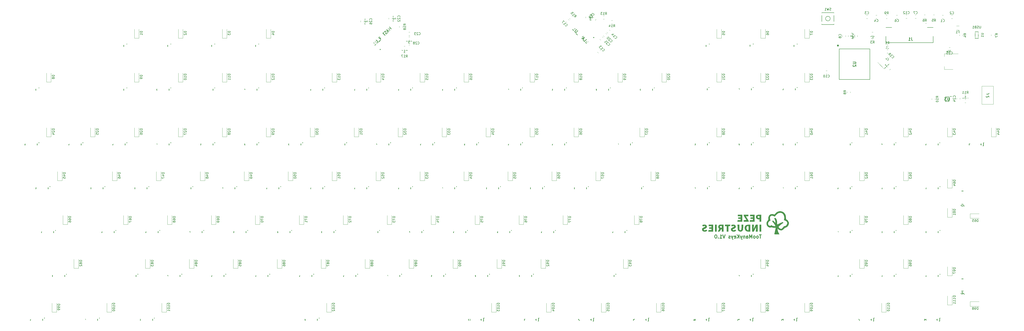
<source format=gbo>
G04 #@! TF.GenerationSoftware,KiCad,Pcbnew,(5.1.9)-1*
G04 #@! TF.CreationDate,2021-02-01T17:40:24-05:00*
G04 #@! TF.ProjectId,TooManyKeys,546f6f4d-616e-4794-9b65-79732e6b6963,rev?*
G04 #@! TF.SameCoordinates,Original*
G04 #@! TF.FileFunction,Legend,Bot*
G04 #@! TF.FilePolarity,Positive*
%FSLAX46Y46*%
G04 Gerber Fmt 4.6, Leading zero omitted, Abs format (unit mm)*
G04 Created by KiCad (PCBNEW (5.1.9)-1) date 2021-02-01 17:40:24*
%MOMM*%
%LPD*%
G01*
G04 APERTURE LIST*
%ADD10C,0.300000*%
%ADD11C,0.010000*%
%ADD12C,0.250000*%
%ADD13C,0.100000*%
%ADD14C,0.200000*%
%ADD15C,0.120000*%
%ADD16C,0.150000*%
%ADD17C,0.400000*%
%ADD18C,0.254000*%
%ADD19C,2.250000*%
%ADD20C,3.987800*%
%ADD21C,3.048000*%
%ADD22C,4.500000*%
%ADD23R,1.400000X0.800000*%
%ADD24R,0.800000X1.400000*%
%ADD25R,2.400000X2.400000*%
%ADD26R,0.300000X1.200000*%
%ADD27C,1.300000*%
%ADD28R,1.800000X1.100000*%
%ADD29R,0.600000X1.450000*%
%ADD30R,0.300000X1.450000*%
%ADD31C,0.650000*%
%ADD32R,2.000000X1.500000*%
%ADD33R,2.000000X3.800000*%
%ADD34R,0.850000X0.300000*%
%ADD35R,1.475000X0.600000*%
%ADD36R,0.600000X1.475000*%
%ADD37R,0.700000X1.000000*%
%ADD38R,0.700000X0.600000*%
%ADD39R,1.200000X0.900000*%
%ADD40R,0.900000X1.200000*%
G04 APERTURE END LIST*
D10*
X492989237Y-346434671D02*
X492132094Y-346434671D01*
X492560665Y-347934671D02*
X492560665Y-346434671D01*
X491417808Y-347934671D02*
X491560665Y-347863242D01*
X491632094Y-347791814D01*
X491703522Y-347648957D01*
X491703522Y-347220385D01*
X491632094Y-347077528D01*
X491560665Y-347006100D01*
X491417808Y-346934671D01*
X491203522Y-346934671D01*
X491060665Y-347006100D01*
X490989237Y-347077528D01*
X490917808Y-347220385D01*
X490917808Y-347648957D01*
X490989237Y-347791814D01*
X491060665Y-347863242D01*
X491203522Y-347934671D01*
X491417808Y-347934671D01*
X490060665Y-347934671D02*
X490203522Y-347863242D01*
X490274951Y-347791814D01*
X490346380Y-347648957D01*
X490346380Y-347220385D01*
X490274951Y-347077528D01*
X490203522Y-347006100D01*
X490060665Y-346934671D01*
X489846380Y-346934671D01*
X489703522Y-347006100D01*
X489632094Y-347077528D01*
X489560665Y-347220385D01*
X489560665Y-347648957D01*
X489632094Y-347791814D01*
X489703522Y-347863242D01*
X489846380Y-347934671D01*
X490060665Y-347934671D01*
X488917808Y-347934671D02*
X488917808Y-346434671D01*
X488417808Y-347506100D01*
X487917808Y-346434671D01*
X487917808Y-347934671D01*
X486560665Y-347934671D02*
X486560665Y-347148957D01*
X486632094Y-347006100D01*
X486774951Y-346934671D01*
X487060665Y-346934671D01*
X487203522Y-347006100D01*
X486560665Y-347863242D02*
X486703522Y-347934671D01*
X487060665Y-347934671D01*
X487203522Y-347863242D01*
X487274951Y-347720385D01*
X487274951Y-347577528D01*
X487203522Y-347434671D01*
X487060665Y-347363242D01*
X486703522Y-347363242D01*
X486560665Y-347291814D01*
X485846380Y-346934671D02*
X485846380Y-347934671D01*
X485846380Y-347077528D02*
X485774951Y-347006100D01*
X485632094Y-346934671D01*
X485417808Y-346934671D01*
X485274951Y-347006100D01*
X485203522Y-347148957D01*
X485203522Y-347934671D01*
X484632094Y-346934671D02*
X484274951Y-347934671D01*
X483917808Y-346934671D02*
X484274951Y-347934671D01*
X484417808Y-348291814D01*
X484489237Y-348363242D01*
X484632094Y-348434671D01*
X483346380Y-347934671D02*
X483346380Y-346434671D01*
X482489237Y-347934671D02*
X483132094Y-347077528D01*
X482489237Y-346434671D02*
X483346380Y-347291814D01*
X481274951Y-347863242D02*
X481417808Y-347934671D01*
X481703522Y-347934671D01*
X481846380Y-347863242D01*
X481917808Y-347720385D01*
X481917808Y-347148957D01*
X481846380Y-347006100D01*
X481703522Y-346934671D01*
X481417808Y-346934671D01*
X481274951Y-347006100D01*
X481203522Y-347148957D01*
X481203522Y-347291814D01*
X481917808Y-347434671D01*
X480703522Y-346934671D02*
X480346380Y-347934671D01*
X479989237Y-346934671D02*
X480346380Y-347934671D01*
X480489237Y-348291814D01*
X480560665Y-348363242D01*
X480703522Y-348434671D01*
X479489237Y-347863242D02*
X479346380Y-347934671D01*
X479060665Y-347934671D01*
X478917808Y-347863242D01*
X478846380Y-347720385D01*
X478846380Y-347648957D01*
X478917808Y-347506100D01*
X479060665Y-347434671D01*
X479274951Y-347434671D01*
X479417808Y-347363242D01*
X479489237Y-347220385D01*
X479489237Y-347148957D01*
X479417808Y-347006100D01*
X479274951Y-346934671D01*
X479060665Y-346934671D01*
X478917808Y-347006100D01*
X477274951Y-346434671D02*
X476774951Y-347934671D01*
X476274951Y-346434671D01*
X474989237Y-347934671D02*
X475846380Y-347934671D01*
X475417808Y-347934671D02*
X475417808Y-346434671D01*
X475560665Y-346648957D01*
X475703522Y-346791814D01*
X475846380Y-346863242D01*
X474346380Y-347791814D02*
X474274951Y-347863242D01*
X474346380Y-347934671D01*
X474417808Y-347863242D01*
X474346380Y-347791814D01*
X474346380Y-347934671D01*
X473346380Y-346434671D02*
X473203522Y-346434671D01*
X473060665Y-346506100D01*
X472989237Y-346577528D01*
X472917808Y-346720385D01*
X472846380Y-347006100D01*
X472846380Y-347363242D01*
X472917808Y-347648957D01*
X472989237Y-347791814D01*
X473060665Y-347863242D01*
X473203522Y-347934671D01*
X473346380Y-347934671D01*
X473489237Y-347863242D01*
X473560665Y-347791814D01*
X473632094Y-347648957D01*
X473703522Y-347363242D01*
X473703522Y-347006100D01*
X473632094Y-346720385D01*
X473560665Y-346577528D01*
X473489237Y-346506100D01*
X473346380Y-346434671D01*
D11*
G04 #@! TO.C,G\u002A\u002A\u002A*
G36*
X500281363Y-336330669D02*
G01*
X499711117Y-336631830D01*
X499160669Y-337099392D01*
X499062810Y-337202042D01*
X498609978Y-337691155D01*
X498289414Y-337557215D01*
X497918181Y-337464211D01*
X497490893Y-337450281D01*
X497073772Y-337510510D01*
X496733035Y-337639983D01*
X496675265Y-337677012D01*
X496353811Y-338008202D01*
X496139708Y-338461136D01*
X496038259Y-339022427D01*
X496030723Y-339303360D01*
X496031546Y-339632101D01*
X496010288Y-339847632D01*
X495949271Y-340006018D01*
X495830816Y-340163326D01*
X495721471Y-340284150D01*
X495398871Y-340746130D01*
X495238765Y-341251011D01*
X495242088Y-341790976D01*
X495409772Y-342358212D01*
X495460388Y-342468626D01*
X495720568Y-342825418D01*
X496080610Y-343072757D01*
X496499600Y-343194535D01*
X496936625Y-343174643D01*
X497115410Y-343120285D01*
X497327414Y-343106282D01*
X497557190Y-343168569D01*
X497779260Y-343224952D01*
X498107622Y-343265445D01*
X498479441Y-343282556D01*
X498514217Y-343282693D01*
X499198106Y-343282693D01*
X499144056Y-343600193D01*
X499102568Y-343818127D01*
X499034005Y-344151987D01*
X498948344Y-344555828D01*
X498855562Y-344983703D01*
X498765636Y-345389665D01*
X498688542Y-345727769D01*
X498634257Y-345952067D01*
X498629291Y-345970860D01*
X498612848Y-346049526D01*
X498631047Y-346102865D01*
X498710108Y-346135797D01*
X498876251Y-346153242D01*
X499155696Y-346160122D01*
X499574663Y-346161357D01*
X499644360Y-346161360D01*
X500710704Y-346161360D01*
X500455604Y-345759193D01*
X500138807Y-345110797D01*
X499974209Y-344417723D01*
X499952433Y-344058671D01*
X499952433Y-343595384D01*
X500262687Y-343914842D01*
X500692300Y-344256391D01*
X501149511Y-344434840D01*
X501620715Y-344451330D01*
X502092307Y-344307004D01*
X502550684Y-344003007D01*
X502855368Y-343697014D01*
X503063057Y-343481660D01*
X503250009Y-343331855D01*
X503363639Y-343282735D01*
X503610826Y-343224363D01*
X503907548Y-343073631D01*
X504193373Y-342866949D01*
X504390867Y-342663827D01*
X504621864Y-342277247D01*
X504788422Y-341835223D01*
X504844683Y-341514612D01*
X504227611Y-341514612D01*
X504154497Y-341783840D01*
X503917014Y-342221250D01*
X503595520Y-342514556D01*
X503194108Y-342660205D01*
X503135573Y-342668187D01*
X502890771Y-342711086D01*
X502732329Y-342800188D01*
X502593552Y-342981000D01*
X502535308Y-343077740D01*
X502332139Y-343340032D01*
X502059890Y-343584065D01*
X501768972Y-343772793D01*
X501509791Y-343869171D01*
X501451062Y-343874559D01*
X501268429Y-343837255D01*
X501058980Y-343751401D01*
X500848532Y-343605746D01*
X500636106Y-343402698D01*
X500465124Y-343190641D01*
X500379010Y-343017961D01*
X500375766Y-342990119D01*
X500438362Y-342871564D01*
X500606727Y-342677188D01*
X500851728Y-342433519D01*
X501144230Y-342167084D01*
X501455100Y-341904411D01*
X501755204Y-341672025D01*
X502015408Y-341496455D01*
X502017739Y-341495058D01*
X502294054Y-341316874D01*
X502429073Y-341186839D01*
X502435089Y-341081799D01*
X502324392Y-340978597D01*
X502300214Y-340962936D01*
X502211300Y-340944261D01*
X502059884Y-340975149D01*
X501824956Y-341063595D01*
X501485504Y-341217593D01*
X501020516Y-341445139D01*
X500981006Y-341464887D01*
X499801604Y-342055027D01*
X499764640Y-341166027D01*
X499700772Y-340475666D01*
X499568642Y-339922440D01*
X499361949Y-339485890D01*
X499171539Y-339240915D01*
X498970910Y-339079294D01*
X498804944Y-339073208D01*
X498685120Y-339173122D01*
X498641729Y-339274393D01*
X498664840Y-339427049D01*
X498763068Y-339671021D01*
X498817547Y-339786956D01*
X499029959Y-340402276D01*
X499088802Y-340801656D01*
X499124915Y-341326286D01*
X498562656Y-340764027D01*
X498299845Y-340503493D01*
X498127413Y-340346939D01*
X498016016Y-340278591D01*
X497936313Y-340282677D01*
X497858960Y-340343423D01*
X497831281Y-340370882D01*
X497748125Y-340462661D01*
X497726449Y-340544487D01*
X497780812Y-340653228D01*
X497925770Y-340825752D01*
X498075647Y-340989752D01*
X498373500Y-341345185D01*
X498653674Y-341735136D01*
X498885262Y-342112253D01*
X499037355Y-342429187D01*
X499061144Y-342499527D01*
X499081753Y-342604877D01*
X499041059Y-342661876D01*
X498903934Y-342685322D01*
X498635247Y-342690018D01*
X498608984Y-342690027D01*
X498096778Y-342652007D01*
X497732960Y-342538324D01*
X497539280Y-342379165D01*
X497454878Y-342294542D01*
X497352690Y-342309030D01*
X497221787Y-342387705D01*
X496947403Y-342498767D01*
X496626019Y-342533206D01*
X496327003Y-342490607D01*
X496142946Y-342394157D01*
X496031943Y-342228944D01*
X495926925Y-341968504D01*
X495880965Y-341800728D01*
X495833976Y-341419443D01*
X495891425Y-341098572D01*
X496068763Y-340811699D01*
X496381440Y-340532410D01*
X496772252Y-340277027D01*
X496855918Y-340210796D01*
X496868402Y-340117937D01*
X496809881Y-339944130D01*
X496773619Y-339856417D01*
X496673775Y-339467240D01*
X496669071Y-339018331D01*
X496702838Y-338715273D01*
X496768173Y-338515532D01*
X496892868Y-338353134D01*
X496986375Y-338265130D01*
X497195619Y-338104140D01*
X497387248Y-338044689D01*
X497628562Y-338054785D01*
X497927687Y-338118889D01*
X498263016Y-338233404D01*
X498393753Y-338291065D01*
X498797741Y-338486632D01*
X499098324Y-338111829D01*
X499522162Y-337617330D01*
X499900774Y-337258551D01*
X500261622Y-337018273D01*
X500632168Y-336879277D01*
X501039872Y-336824344D01*
X501155818Y-336821704D01*
X501665739Y-336896047D01*
X502106240Y-337111511D01*
X502466574Y-337450376D01*
X502735998Y-337894921D01*
X502903766Y-338427424D01*
X502959133Y-339030165D01*
X502891564Y-339684360D01*
X502825028Y-340023027D01*
X503215890Y-340182403D01*
X503702650Y-340440636D01*
X504035857Y-340752731D01*
X504212012Y-341112715D01*
X504227611Y-341514612D01*
X504844683Y-341514612D01*
X504861877Y-341416635D01*
X504863100Y-341364329D01*
X504788480Y-340937613D01*
X504585678Y-340504062D01*
X504286279Y-340112948D01*
X503921869Y-339813545D01*
X503838635Y-339766197D01*
X503736075Y-339702112D01*
X503668479Y-339615234D01*
X503625410Y-339469393D01*
X503596429Y-339228418D01*
X503571096Y-338856141D01*
X503569816Y-338834755D01*
X503531777Y-338379604D01*
X503472720Y-338036005D01*
X503380356Y-337746403D01*
X503298361Y-337563372D01*
X502948168Y-337028955D01*
X502490068Y-336614085D01*
X501946984Y-336331711D01*
X501341839Y-336194787D01*
X500874737Y-336194057D01*
X500281363Y-336330669D01*
G37*
X500281363Y-336330669D02*
X499711117Y-336631830D01*
X499160669Y-337099392D01*
X499062810Y-337202042D01*
X498609978Y-337691155D01*
X498289414Y-337557215D01*
X497918181Y-337464211D01*
X497490893Y-337450281D01*
X497073772Y-337510510D01*
X496733035Y-337639983D01*
X496675265Y-337677012D01*
X496353811Y-338008202D01*
X496139708Y-338461136D01*
X496038259Y-339022427D01*
X496030723Y-339303360D01*
X496031546Y-339632101D01*
X496010288Y-339847632D01*
X495949271Y-340006018D01*
X495830816Y-340163326D01*
X495721471Y-340284150D01*
X495398871Y-340746130D01*
X495238765Y-341251011D01*
X495242088Y-341790976D01*
X495409772Y-342358212D01*
X495460388Y-342468626D01*
X495720568Y-342825418D01*
X496080610Y-343072757D01*
X496499600Y-343194535D01*
X496936625Y-343174643D01*
X497115410Y-343120285D01*
X497327414Y-343106282D01*
X497557190Y-343168569D01*
X497779260Y-343224952D01*
X498107622Y-343265445D01*
X498479441Y-343282556D01*
X498514217Y-343282693D01*
X499198106Y-343282693D01*
X499144056Y-343600193D01*
X499102568Y-343818127D01*
X499034005Y-344151987D01*
X498948344Y-344555828D01*
X498855562Y-344983703D01*
X498765636Y-345389665D01*
X498688542Y-345727769D01*
X498634257Y-345952067D01*
X498629291Y-345970860D01*
X498612848Y-346049526D01*
X498631047Y-346102865D01*
X498710108Y-346135797D01*
X498876251Y-346153242D01*
X499155696Y-346160122D01*
X499574663Y-346161357D01*
X499644360Y-346161360D01*
X500710704Y-346161360D01*
X500455604Y-345759193D01*
X500138807Y-345110797D01*
X499974209Y-344417723D01*
X499952433Y-344058671D01*
X499952433Y-343595384D01*
X500262687Y-343914842D01*
X500692300Y-344256391D01*
X501149511Y-344434840D01*
X501620715Y-344451330D01*
X502092307Y-344307004D01*
X502550684Y-344003007D01*
X502855368Y-343697014D01*
X503063057Y-343481660D01*
X503250009Y-343331855D01*
X503363639Y-343282735D01*
X503610826Y-343224363D01*
X503907548Y-343073631D01*
X504193373Y-342866949D01*
X504390867Y-342663827D01*
X504621864Y-342277247D01*
X504788422Y-341835223D01*
X504844683Y-341514612D01*
X504227611Y-341514612D01*
X504154497Y-341783840D01*
X503917014Y-342221250D01*
X503595520Y-342514556D01*
X503194108Y-342660205D01*
X503135573Y-342668187D01*
X502890771Y-342711086D01*
X502732329Y-342800188D01*
X502593552Y-342981000D01*
X502535308Y-343077740D01*
X502332139Y-343340032D01*
X502059890Y-343584065D01*
X501768972Y-343772793D01*
X501509791Y-343869171D01*
X501451062Y-343874559D01*
X501268429Y-343837255D01*
X501058980Y-343751401D01*
X500848532Y-343605746D01*
X500636106Y-343402698D01*
X500465124Y-343190641D01*
X500379010Y-343017961D01*
X500375766Y-342990119D01*
X500438362Y-342871564D01*
X500606727Y-342677188D01*
X500851728Y-342433519D01*
X501144230Y-342167084D01*
X501455100Y-341904411D01*
X501755204Y-341672025D01*
X502015408Y-341496455D01*
X502017739Y-341495058D01*
X502294054Y-341316874D01*
X502429073Y-341186839D01*
X502435089Y-341081799D01*
X502324392Y-340978597D01*
X502300214Y-340962936D01*
X502211300Y-340944261D01*
X502059884Y-340975149D01*
X501824956Y-341063595D01*
X501485504Y-341217593D01*
X501020516Y-341445139D01*
X500981006Y-341464887D01*
X499801604Y-342055027D01*
X499764640Y-341166027D01*
X499700772Y-340475666D01*
X499568642Y-339922440D01*
X499361949Y-339485890D01*
X499171539Y-339240915D01*
X498970910Y-339079294D01*
X498804944Y-339073208D01*
X498685120Y-339173122D01*
X498641729Y-339274393D01*
X498664840Y-339427049D01*
X498763068Y-339671021D01*
X498817547Y-339786956D01*
X499029959Y-340402276D01*
X499088802Y-340801656D01*
X499124915Y-341326286D01*
X498562656Y-340764027D01*
X498299845Y-340503493D01*
X498127413Y-340346939D01*
X498016016Y-340278591D01*
X497936313Y-340282677D01*
X497858960Y-340343423D01*
X497831281Y-340370882D01*
X497748125Y-340462661D01*
X497726449Y-340544487D01*
X497780812Y-340653228D01*
X497925770Y-340825752D01*
X498075647Y-340989752D01*
X498373500Y-341345185D01*
X498653674Y-341735136D01*
X498885262Y-342112253D01*
X499037355Y-342429187D01*
X499061144Y-342499527D01*
X499081753Y-342604877D01*
X499041059Y-342661876D01*
X498903934Y-342685322D01*
X498635247Y-342690018D01*
X498608984Y-342690027D01*
X498096778Y-342652007D01*
X497732960Y-342538324D01*
X497539280Y-342379165D01*
X497454878Y-342294542D01*
X497352690Y-342309030D01*
X497221787Y-342387705D01*
X496947403Y-342498767D01*
X496626019Y-342533206D01*
X496327003Y-342490607D01*
X496142946Y-342394157D01*
X496031943Y-342228944D01*
X495926925Y-341968504D01*
X495880965Y-341800728D01*
X495833976Y-341419443D01*
X495891425Y-341098572D01*
X496068763Y-340811699D01*
X496381440Y-340532410D01*
X496772252Y-340277027D01*
X496855918Y-340210796D01*
X496868402Y-340117937D01*
X496809881Y-339944130D01*
X496773619Y-339856417D01*
X496673775Y-339467240D01*
X496669071Y-339018331D01*
X496702838Y-338715273D01*
X496768173Y-338515532D01*
X496892868Y-338353134D01*
X496986375Y-338265130D01*
X497195619Y-338104140D01*
X497387248Y-338044689D01*
X497628562Y-338054785D01*
X497927687Y-338118889D01*
X498263016Y-338233404D01*
X498393753Y-338291065D01*
X498797741Y-338486632D01*
X499098324Y-338111829D01*
X499522162Y-337617330D01*
X499900774Y-337258551D01*
X500261622Y-337018273D01*
X500632168Y-336879277D01*
X501039872Y-336824344D01*
X501155818Y-336821704D01*
X501665739Y-336896047D01*
X502106240Y-337111511D01*
X502466574Y-337450376D01*
X502735998Y-337894921D01*
X502903766Y-338427424D01*
X502959133Y-339030165D01*
X502891564Y-339684360D01*
X502825028Y-340023027D01*
X503215890Y-340182403D01*
X503702650Y-340440636D01*
X504035857Y-340752731D01*
X504212012Y-341112715D01*
X504227611Y-341514612D01*
X504844683Y-341514612D01*
X504861877Y-341416635D01*
X504863100Y-341364329D01*
X504788480Y-340937613D01*
X504585678Y-340504062D01*
X504286279Y-340112948D01*
X503921869Y-339813545D01*
X503838635Y-339766197D01*
X503736075Y-339702112D01*
X503668479Y-339615234D01*
X503625410Y-339469393D01*
X503596429Y-339228418D01*
X503571096Y-338856141D01*
X503569816Y-338834755D01*
X503531777Y-338379604D01*
X503472720Y-338036005D01*
X503380356Y-337746403D01*
X503298361Y-337563372D01*
X502948168Y-337028955D01*
X502490068Y-336614085D01*
X501946984Y-336331711D01*
X501341839Y-336194787D01*
X500874737Y-336194057D01*
X500281363Y-336330669D01*
G36*
X484373766Y-343071027D02*
G01*
X484371147Y-343519668D01*
X484360319Y-343831313D01*
X484336827Y-344038256D01*
X484296218Y-344172793D01*
X484234037Y-344267218D01*
X484204433Y-344298693D01*
X484020119Y-344425544D01*
X483865766Y-344468027D01*
X483681453Y-344410563D01*
X483527100Y-344298693D01*
X483455736Y-344210958D01*
X483407606Y-344095151D01*
X483378253Y-343918977D01*
X483363225Y-343650141D01*
X483358066Y-343256349D01*
X483357766Y-343071027D01*
X483357766Y-342012693D01*
X482663428Y-342012693D01*
X482694927Y-343092193D01*
X482722821Y-343678234D01*
X482767966Y-344102295D01*
X482831137Y-344370928D01*
X482851596Y-344418079D01*
X483104607Y-344742089D01*
X483456960Y-344943469D01*
X483879817Y-345010238D01*
X484188798Y-344973571D01*
X484552646Y-344809845D01*
X484830441Y-344519961D01*
X484966090Y-344220314D01*
X485000707Y-344011056D01*
X485028495Y-343682187D01*
X485046107Y-343283392D01*
X485050628Y-342965193D01*
X485051100Y-342012693D01*
X484373766Y-342012693D01*
X484373766Y-343071027D01*
G37*
X484373766Y-343071027D02*
X484371147Y-343519668D01*
X484360319Y-343831313D01*
X484336827Y-344038256D01*
X484296218Y-344172793D01*
X484234037Y-344267218D01*
X484204433Y-344298693D01*
X484020119Y-344425544D01*
X483865766Y-344468027D01*
X483681453Y-344410563D01*
X483527100Y-344298693D01*
X483455736Y-344210958D01*
X483407606Y-344095151D01*
X483378253Y-343918977D01*
X483363225Y-343650141D01*
X483358066Y-343256349D01*
X483357766Y-343071027D01*
X483357766Y-342012693D01*
X482663428Y-342012693D01*
X482694927Y-343092193D01*
X482722821Y-343678234D01*
X482767966Y-344102295D01*
X482831137Y-344370928D01*
X482851596Y-344418079D01*
X483104607Y-344742089D01*
X483456960Y-344943469D01*
X483879817Y-345010238D01*
X484188798Y-344973571D01*
X484552646Y-344809845D01*
X484830441Y-344519961D01*
X484966090Y-344220314D01*
X485000707Y-344011056D01*
X485028495Y-343682187D01*
X485046107Y-343283392D01*
X485050628Y-342965193D01*
X485051100Y-342012693D01*
X484373766Y-342012693D01*
X484373766Y-343071027D01*
G36*
X480467487Y-342045841D02*
G01*
X480172643Y-342135925D01*
X480137421Y-342154940D01*
X479896616Y-342297187D01*
X480062457Y-342530090D01*
X480186815Y-342682516D01*
X480295169Y-342712577D01*
X480459532Y-342642364D01*
X480765757Y-342535308D01*
X481017913Y-342549237D01*
X481147527Y-342636962D01*
X481211468Y-342785797D01*
X481140038Y-342931633D01*
X480922475Y-343086298D01*
X480598435Y-343240442D01*
X480209265Y-343432045D01*
X479963153Y-343626042D01*
X479835563Y-343849045D01*
X479801766Y-344104530D01*
X479878347Y-344436389D01*
X480089013Y-344704853D01*
X480405152Y-344893465D01*
X480798151Y-344985767D01*
X481239399Y-344965302D01*
X481283433Y-344956761D01*
X481552628Y-344874249D01*
X481778824Y-344761617D01*
X481807745Y-344740787D01*
X481932466Y-344628262D01*
X481933733Y-344534931D01*
X481837200Y-344405383D01*
X481723437Y-344286931D01*
X481612290Y-344261557D01*
X481433263Y-344319489D01*
X481379108Y-344341883D01*
X481010308Y-344451584D01*
X480725702Y-344442858D01*
X480564661Y-344342105D01*
X480495248Y-344195005D01*
X480551501Y-344052413D01*
X480746163Y-343899704D01*
X481091976Y-343722252D01*
X481113084Y-343712640D01*
X481428263Y-343556532D01*
X481625291Y-343417330D01*
X481747222Y-343260109D01*
X481795460Y-343159114D01*
X481877403Y-342804799D01*
X481799380Y-342497287D01*
X481564029Y-342224110D01*
X481364263Y-342090513D01*
X481134680Y-342027186D01*
X480845500Y-342012693D01*
X480467487Y-342045841D01*
G37*
X480467487Y-342045841D02*
X480172643Y-342135925D01*
X480137421Y-342154940D01*
X479896616Y-342297187D01*
X480062457Y-342530090D01*
X480186815Y-342682516D01*
X480295169Y-342712577D01*
X480459532Y-342642364D01*
X480765757Y-342535308D01*
X481017913Y-342549237D01*
X481147527Y-342636962D01*
X481211468Y-342785797D01*
X481140038Y-342931633D01*
X480922475Y-343086298D01*
X480598435Y-343240442D01*
X480209265Y-343432045D01*
X479963153Y-343626042D01*
X479835563Y-343849045D01*
X479801766Y-344104530D01*
X479878347Y-344436389D01*
X480089013Y-344704853D01*
X480405152Y-344893465D01*
X480798151Y-344985767D01*
X481239399Y-344965302D01*
X481283433Y-344956761D01*
X481552628Y-344874249D01*
X481778824Y-344761617D01*
X481807745Y-344740787D01*
X481932466Y-344628262D01*
X481933733Y-344534931D01*
X481837200Y-344405383D01*
X481723437Y-344286931D01*
X481612290Y-344261557D01*
X481433263Y-344319489D01*
X481379108Y-344341883D01*
X481010308Y-344451584D01*
X480725702Y-344442858D01*
X480564661Y-344342105D01*
X480495248Y-344195005D01*
X480551501Y-344052413D01*
X480746163Y-343899704D01*
X481091976Y-343722252D01*
X481113084Y-343712640D01*
X481428263Y-343556532D01*
X481625291Y-343417330D01*
X481747222Y-343260109D01*
X481795460Y-343159114D01*
X481877403Y-342804799D01*
X481799380Y-342497287D01*
X481564029Y-342224110D01*
X481364263Y-342090513D01*
X481134680Y-342027186D01*
X480845500Y-342012693D01*
X480467487Y-342045841D01*
G36*
X467936820Y-342045841D02*
G01*
X467641976Y-342135925D01*
X467606755Y-342154940D01*
X467365950Y-342297187D01*
X467531791Y-342530090D01*
X467656149Y-342682516D01*
X467764503Y-342712577D01*
X467928866Y-342642364D01*
X468235091Y-342535308D01*
X468487247Y-342549237D01*
X468616860Y-342636962D01*
X468680801Y-342785797D01*
X468609371Y-342931633D01*
X468391809Y-343086298D01*
X468067768Y-343240442D01*
X467678598Y-343432045D01*
X467432486Y-343626042D01*
X467304896Y-343849045D01*
X467271100Y-344104530D01*
X467347680Y-344436389D01*
X467558346Y-344704853D01*
X467874485Y-344893465D01*
X468267485Y-344985767D01*
X468708732Y-344965302D01*
X468752766Y-344956761D01*
X469021961Y-344874249D01*
X469248157Y-344761617D01*
X469277078Y-344740787D01*
X469401799Y-344628262D01*
X469403066Y-344534931D01*
X469306534Y-344405383D01*
X469192771Y-344286931D01*
X469081623Y-344261557D01*
X468902596Y-344319489D01*
X468848442Y-344341883D01*
X468479642Y-344451584D01*
X468195035Y-344442858D01*
X468033995Y-344342105D01*
X467964582Y-344195005D01*
X468020835Y-344052413D01*
X468215496Y-343899704D01*
X468561310Y-343722252D01*
X468582417Y-343712640D01*
X468897596Y-343556532D01*
X469094624Y-343417330D01*
X469216555Y-343260109D01*
X469264793Y-343159114D01*
X469346736Y-342804799D01*
X469268713Y-342497287D01*
X469033363Y-342224110D01*
X468833597Y-342090513D01*
X468604013Y-342027186D01*
X468314834Y-342012693D01*
X467936820Y-342045841D01*
G37*
X467936820Y-342045841D02*
X467641976Y-342135925D01*
X467606755Y-342154940D01*
X467365950Y-342297187D01*
X467531791Y-342530090D01*
X467656149Y-342682516D01*
X467764503Y-342712577D01*
X467928866Y-342642364D01*
X468235091Y-342535308D01*
X468487247Y-342549237D01*
X468616860Y-342636962D01*
X468680801Y-342785797D01*
X468609371Y-342931633D01*
X468391809Y-343086298D01*
X468067768Y-343240442D01*
X467678598Y-343432045D01*
X467432486Y-343626042D01*
X467304896Y-343849045D01*
X467271100Y-344104530D01*
X467347680Y-344436389D01*
X467558346Y-344704853D01*
X467874485Y-344893465D01*
X468267485Y-344985767D01*
X468708732Y-344965302D01*
X468752766Y-344956761D01*
X469021961Y-344874249D01*
X469248157Y-344761617D01*
X469277078Y-344740787D01*
X469401799Y-344628262D01*
X469403066Y-344534931D01*
X469306534Y-344405383D01*
X469192771Y-344286931D01*
X469081623Y-344261557D01*
X468902596Y-344319489D01*
X468848442Y-344341883D01*
X468479642Y-344451584D01*
X468195035Y-344442858D01*
X468033995Y-344342105D01*
X467964582Y-344195005D01*
X468020835Y-344052413D01*
X468215496Y-343899704D01*
X468561310Y-343722252D01*
X468582417Y-343712640D01*
X468897596Y-343556532D01*
X469094624Y-343417330D01*
X469216555Y-343260109D01*
X469264793Y-343159114D01*
X469346736Y-342804799D01*
X469268713Y-342497287D01*
X469033363Y-342224110D01*
X468833597Y-342090513D01*
X468604013Y-342027186D01*
X468314834Y-342012693D01*
X467936820Y-342045841D01*
G36*
X492163100Y-344976027D02*
G01*
X492840433Y-344976027D01*
X492840433Y-342012693D01*
X492163100Y-342012693D01*
X492163100Y-344976027D01*
G37*
X492163100Y-344976027D02*
X492840433Y-344976027D01*
X492840433Y-342012693D01*
X492163100Y-342012693D01*
X492163100Y-344976027D01*
G36*
X490074800Y-343049860D02*
G01*
X489556020Y-344087027D01*
X489648016Y-342012693D01*
X488945766Y-342012693D01*
X488945766Y-344976027D01*
X489680793Y-344976027D01*
X490205002Y-343954016D01*
X490729210Y-342932005D01*
X490671452Y-343954016D01*
X490613693Y-344976027D01*
X491316433Y-344976027D01*
X491316433Y-342012693D01*
X490593581Y-342012693D01*
X490074800Y-343049860D01*
G37*
X490074800Y-343049860D02*
X489556020Y-344087027D01*
X489648016Y-342012693D01*
X488945766Y-342012693D01*
X488945766Y-344976027D01*
X489680793Y-344976027D01*
X490205002Y-343954016D01*
X490729210Y-342932005D01*
X490671452Y-343954016D01*
X490613693Y-344976027D01*
X491316433Y-344976027D01*
X491316433Y-342012693D01*
X490593581Y-342012693D01*
X490074800Y-343049860D01*
G36*
X487393325Y-342028502D02*
G01*
X486813537Y-342099428D01*
X486376151Y-342250801D01*
X486069120Y-342493649D01*
X485880395Y-342838999D01*
X485797929Y-343297880D01*
X485791933Y-343494360D01*
X485850474Y-344014491D01*
X486028592Y-344419109D01*
X486330030Y-344711497D01*
X486758532Y-344894937D01*
X487317840Y-344972708D01*
X487482040Y-344976027D01*
X488099100Y-344976027D01*
X488099100Y-343494360D01*
X487421766Y-343494360D01*
X487419350Y-343933441D01*
X487403949Y-344226018D01*
X487363335Y-344394920D01*
X487285280Y-344462973D01*
X487157556Y-344453007D01*
X486967935Y-344387849D01*
X486947345Y-344380031D01*
X486660795Y-344187887D01*
X486486510Y-343885836D01*
X486433079Y-343497859D01*
X486491820Y-343108210D01*
X486591618Y-342853744D01*
X486750952Y-342701523D01*
X486873702Y-342641289D01*
X487098593Y-342552178D01*
X487251617Y-342521013D01*
X487346609Y-342569331D01*
X487397406Y-342718665D01*
X487417841Y-342990551D01*
X487421750Y-343406522D01*
X487421766Y-343494360D01*
X488099100Y-343494360D01*
X488099100Y-341991458D01*
X487393325Y-342028502D01*
G37*
X487393325Y-342028502D02*
X486813537Y-342099428D01*
X486376151Y-342250801D01*
X486069120Y-342493649D01*
X485880395Y-342838999D01*
X485797929Y-343297880D01*
X485791933Y-343494360D01*
X485850474Y-344014491D01*
X486028592Y-344419109D01*
X486330030Y-344711497D01*
X486758532Y-344894937D01*
X487317840Y-344972708D01*
X487482040Y-344976027D01*
X488099100Y-344976027D01*
X488099100Y-343494360D01*
X487421766Y-343494360D01*
X487419350Y-343933441D01*
X487403949Y-344226018D01*
X487363335Y-344394920D01*
X487285280Y-344462973D01*
X487157556Y-344453007D01*
X486967935Y-344387849D01*
X486947345Y-344380031D01*
X486660795Y-344187887D01*
X486486510Y-343885836D01*
X486433079Y-343497859D01*
X486491820Y-343108210D01*
X486591618Y-342853744D01*
X486750952Y-342701523D01*
X486873702Y-342641289D01*
X487098593Y-342552178D01*
X487251617Y-342521013D01*
X487346609Y-342569331D01*
X487397406Y-342718665D01*
X487417841Y-342990551D01*
X487421750Y-343406522D01*
X487421766Y-343494360D01*
X488099100Y-343494360D01*
X488099100Y-341991458D01*
X487393325Y-342028502D01*
G36*
X477177100Y-342309027D02*
G01*
X477185233Y-342491107D01*
X477240356Y-342577327D01*
X477388553Y-342603532D01*
X477558100Y-342605360D01*
X477939100Y-342605360D01*
X477939100Y-344976027D01*
X478616433Y-344976027D01*
X478616433Y-342614638D01*
X479018600Y-342588832D01*
X479262244Y-342565523D01*
X479384499Y-342514304D01*
X479433213Y-342401583D01*
X479447298Y-342287860D01*
X479473829Y-342012693D01*
X477177100Y-342012693D01*
X477177100Y-342309027D01*
G37*
X477177100Y-342309027D02*
X477185233Y-342491107D01*
X477240356Y-342577327D01*
X477388553Y-342603532D01*
X477558100Y-342605360D01*
X477939100Y-342605360D01*
X477939100Y-344976027D01*
X478616433Y-344976027D01*
X478616433Y-342614638D01*
X479018600Y-342588832D01*
X479262244Y-342565523D01*
X479384499Y-342514304D01*
X479433213Y-342401583D01*
X479447298Y-342287860D01*
X479473829Y-342012693D01*
X477177100Y-342012693D01*
X477177100Y-342309027D01*
G36*
X475643123Y-342027406D02*
G01*
X475253375Y-342045164D01*
X474993093Y-342068272D01*
X474822508Y-342107841D01*
X474701850Y-342174982D01*
X474591349Y-342280807D01*
X474542456Y-342334922D01*
X474336475Y-342673978D01*
X474294956Y-343031320D01*
X474417901Y-343384907D01*
X474542371Y-343554914D01*
X474786308Y-343833027D01*
X474137424Y-344976027D01*
X474509591Y-344976027D01*
X474706387Y-344970203D01*
X474838298Y-344931016D01*
X474945463Y-344825889D01*
X475068017Y-344622246D01*
X475161596Y-344446860D01*
X475351893Y-344125042D01*
X475511319Y-343945652D01*
X475631933Y-343890638D01*
X475733903Y-343887150D01*
X475790994Y-343937232D01*
X475816155Y-344076851D01*
X475822335Y-344341979D01*
X475822433Y-344419805D01*
X475822433Y-344976027D01*
X476499766Y-344976027D01*
X476499766Y-342520693D01*
X475822433Y-342520693D01*
X475822433Y-343367360D01*
X475488567Y-343367360D01*
X475221545Y-343334186D01*
X475052906Y-343218327D01*
X475022901Y-343179188D01*
X474912916Y-342992804D01*
X474919803Y-342858650D01*
X475049361Y-342701142D01*
X475060433Y-342690027D01*
X475304616Y-342552583D01*
X475526100Y-342520693D01*
X475822433Y-342520693D01*
X476499766Y-342520693D01*
X476499766Y-341992998D01*
X475643123Y-342027406D01*
G37*
X475643123Y-342027406D02*
X475253375Y-342045164D01*
X474993093Y-342068272D01*
X474822508Y-342107841D01*
X474701850Y-342174982D01*
X474591349Y-342280807D01*
X474542456Y-342334922D01*
X474336475Y-342673978D01*
X474294956Y-343031320D01*
X474417901Y-343384907D01*
X474542371Y-343554914D01*
X474786308Y-343833027D01*
X474137424Y-344976027D01*
X474509591Y-344976027D01*
X474706387Y-344970203D01*
X474838298Y-344931016D01*
X474945463Y-344825889D01*
X475068017Y-344622246D01*
X475161596Y-344446860D01*
X475351893Y-344125042D01*
X475511319Y-343945652D01*
X475631933Y-343890638D01*
X475733903Y-343887150D01*
X475790994Y-343937232D01*
X475816155Y-344076851D01*
X475822335Y-344341979D01*
X475822433Y-344419805D01*
X475822433Y-344976027D01*
X476499766Y-344976027D01*
X476499766Y-342520693D01*
X475822433Y-342520693D01*
X475822433Y-343367360D01*
X475488567Y-343367360D01*
X475221545Y-343334186D01*
X475052906Y-343218327D01*
X475022901Y-343179188D01*
X474912916Y-342992804D01*
X474919803Y-342858650D01*
X475049361Y-342701142D01*
X475060433Y-342690027D01*
X475304616Y-342552583D01*
X475526100Y-342520693D01*
X475822433Y-342520693D01*
X476499766Y-342520693D01*
X476499766Y-341992998D01*
X475643123Y-342027406D01*
G36*
X472859100Y-344976027D02*
G01*
X473536433Y-344976027D01*
X473536433Y-342012693D01*
X472859100Y-342012693D01*
X472859100Y-344976027D01*
G37*
X472859100Y-344976027D02*
X473536433Y-344976027D01*
X473536433Y-342012693D01*
X472859100Y-342012693D01*
X472859100Y-344976027D01*
G36*
X470149766Y-342605360D02*
G01*
X471335100Y-342605360D01*
X471335100Y-343198027D01*
X470319100Y-343198027D01*
X470319100Y-343706027D01*
X471335100Y-343706027D01*
X471335100Y-344375941D01*
X470721266Y-344400817D01*
X470107433Y-344425693D01*
X470054371Y-344976027D01*
X472012433Y-344976027D01*
X472012433Y-342012693D01*
X470149766Y-342012693D01*
X470149766Y-342605360D01*
G37*
X470149766Y-342605360D02*
X471335100Y-342605360D01*
X471335100Y-343198027D01*
X470319100Y-343198027D01*
X470319100Y-343706027D01*
X471335100Y-343706027D01*
X471335100Y-344375941D01*
X470721266Y-344400817D01*
X470107433Y-344425693D01*
X470054371Y-344976027D01*
X472012433Y-344976027D01*
X472012433Y-342012693D01*
X470149766Y-342012693D01*
X470149766Y-342605360D01*
G36*
X491575230Y-337733022D02*
G01*
X491136255Y-337850148D01*
X490838104Y-338049279D01*
X490675425Y-338333622D01*
X490639100Y-338606737D01*
X490711908Y-339012617D01*
X490920706Y-339328109D01*
X491251054Y-339540572D01*
X491688512Y-339637364D01*
X491821714Y-339642027D01*
X492163100Y-339642027D01*
X492163100Y-340658027D01*
X492840433Y-340658027D01*
X492840433Y-338668360D01*
X492163100Y-338668360D01*
X492158973Y-338934563D01*
X492131101Y-339073118D01*
X492056249Y-339125711D01*
X491911182Y-339134025D01*
X491903534Y-339134027D01*
X491658779Y-339105446D01*
X491480200Y-339046381D01*
X491350083Y-338895497D01*
X491316433Y-338668360D01*
X491370620Y-338410930D01*
X491542570Y-338259735D01*
X491846369Y-338203604D01*
X491903534Y-338202693D01*
X492051917Y-338210097D01*
X492129149Y-338260100D01*
X492158465Y-338394385D01*
X492163099Y-338654638D01*
X492163100Y-338668360D01*
X492840433Y-338668360D01*
X492840433Y-337694693D01*
X492160380Y-337694693D01*
X491575230Y-337733022D01*
G37*
X491575230Y-337733022D02*
X491136255Y-337850148D01*
X490838104Y-338049279D01*
X490675425Y-338333622D01*
X490639100Y-338606737D01*
X490711908Y-339012617D01*
X490920706Y-339328109D01*
X491251054Y-339540572D01*
X491688512Y-339637364D01*
X491821714Y-339642027D01*
X492163100Y-339642027D01*
X492163100Y-340658027D01*
X492840433Y-340658027D01*
X492840433Y-338668360D01*
X492163100Y-338668360D01*
X492158973Y-338934563D01*
X492131101Y-339073118D01*
X492056249Y-339125711D01*
X491911182Y-339134025D01*
X491903534Y-339134027D01*
X491658779Y-339105446D01*
X491480200Y-339046381D01*
X491350083Y-338895497D01*
X491316433Y-338668360D01*
X491370620Y-338410930D01*
X491542570Y-338259735D01*
X491846369Y-338203604D01*
X491903534Y-338202693D01*
X492051917Y-338210097D01*
X492129149Y-338260100D01*
X492158465Y-338394385D01*
X492163099Y-338654638D01*
X492163100Y-338668360D01*
X492840433Y-338668360D01*
X492840433Y-337694693D01*
X492160380Y-337694693D01*
X491575230Y-337733022D01*
G36*
X488099100Y-338287360D02*
G01*
X489284433Y-338287360D01*
X489284433Y-338880027D01*
X488268433Y-338880027D01*
X488268433Y-339388027D01*
X489284433Y-339388027D01*
X489284433Y-340057941D01*
X488670600Y-340082817D01*
X488056766Y-340107693D01*
X488003704Y-340658027D01*
X489961766Y-340658027D01*
X489961766Y-337694693D01*
X488099100Y-337694693D01*
X488099100Y-338287360D01*
G37*
X488099100Y-338287360D02*
X489284433Y-338287360D01*
X489284433Y-338880027D01*
X488268433Y-338880027D01*
X488268433Y-339388027D01*
X489284433Y-339388027D01*
X489284433Y-340057941D01*
X488670600Y-340082817D01*
X488056766Y-340107693D01*
X488003704Y-340658027D01*
X489961766Y-340658027D01*
X489961766Y-337694693D01*
X488099100Y-337694693D01*
X488099100Y-338287360D01*
G36*
X485305100Y-337908009D02*
G01*
X485352756Y-338065652D01*
X485485716Y-338332216D01*
X485688962Y-338680205D01*
X485940824Y-339072175D01*
X486576548Y-340023027D01*
X485305100Y-340072483D01*
X485305100Y-340658027D01*
X487421766Y-340658027D01*
X487421766Y-340455106D01*
X487376624Y-340311411D01*
X487253037Y-340061054D01*
X487068764Y-339736724D01*
X486841566Y-339371111D01*
X486789269Y-339290940D01*
X486156772Y-338329693D01*
X486704603Y-338304658D01*
X487252433Y-338279623D01*
X487252433Y-337694693D01*
X485305100Y-337694693D01*
X485305100Y-337908009D01*
G37*
X485305100Y-337908009D02*
X485352756Y-338065652D01*
X485485716Y-338332216D01*
X485688962Y-338680205D01*
X485940824Y-339072175D01*
X486576548Y-340023027D01*
X485305100Y-340072483D01*
X485305100Y-340658027D01*
X487421766Y-340658027D01*
X487421766Y-340455106D01*
X487376624Y-340311411D01*
X487253037Y-340061054D01*
X487068764Y-339736724D01*
X486841566Y-339371111D01*
X486789269Y-339290940D01*
X486156772Y-338329693D01*
X486704603Y-338304658D01*
X487252433Y-338279623D01*
X487252433Y-337694693D01*
X485305100Y-337694693D01*
X485305100Y-337908009D01*
G36*
X482765100Y-338287360D02*
G01*
X483950433Y-338287360D01*
X483950433Y-338880027D01*
X482934433Y-338880027D01*
X482934433Y-339388027D01*
X483950433Y-339388027D01*
X483950433Y-340057941D01*
X483336600Y-340082817D01*
X482722766Y-340107693D01*
X482669704Y-340658027D01*
X484627766Y-340658027D01*
X484627766Y-337694693D01*
X482765100Y-337694693D01*
X482765100Y-338287360D01*
G37*
X482765100Y-338287360D02*
X483950433Y-338287360D01*
X483950433Y-338880027D01*
X482934433Y-338880027D01*
X482934433Y-339388027D01*
X483950433Y-339388027D01*
X483950433Y-340057941D01*
X483336600Y-340082817D01*
X482722766Y-340107693D01*
X482669704Y-340658027D01*
X484627766Y-340658027D01*
X484627766Y-337694693D01*
X482765100Y-337694693D01*
X482765100Y-338287360D01*
D12*
G04 #@! TO.C,MASTER_U1*
X327934794Y-265911953D02*
G75*
G03*
X327934794Y-265911953I-125000J0D01*
G01*
D13*
G04 #@! TO.C,LED72*
X341800000Y-346681000D02*
X341300000Y-346681000D01*
X341300000Y-346681000D02*
X341300000Y-346006000D01*
X341300000Y-344556000D02*
X341300000Y-343881000D01*
X341300000Y-343881000D02*
X341800000Y-343881000D01*
X344000000Y-343881000D02*
X344500000Y-343881000D01*
X344500000Y-343881000D02*
X344500000Y-344556000D01*
X344000000Y-346681000D02*
X344500000Y-346681000D01*
X344500000Y-346681000D02*
X344500000Y-346006000D01*
D14*
X346590000Y-344621000D02*
X346590000Y-344621000D01*
X346590000Y-344421000D02*
X346590000Y-344421000D01*
X346590000Y-344621000D02*
G75*
G02*
X346590000Y-344421000I0J100000D01*
G01*
X346590000Y-344421000D02*
G75*
G02*
X346590000Y-344621000I0J-100000D01*
G01*
D12*
G04 #@! TO.C,SLAVE_U1*
X420468953Y-260708206D02*
G75*
G03*
X420468953Y-260708206I-125000J0D01*
G01*
D13*
G04 #@! TO.C,LED111*
X584624000Y-308581000D02*
X584124000Y-308581000D01*
X584124000Y-308581000D02*
X584124000Y-307906000D01*
X584124000Y-306456000D02*
X584124000Y-305781000D01*
X584124000Y-305781000D02*
X584624000Y-305781000D01*
X586824000Y-305781000D02*
X587324000Y-305781000D01*
X587324000Y-305781000D02*
X587324000Y-306456000D01*
X586824000Y-308581000D02*
X587324000Y-308581000D01*
X587324000Y-308581000D02*
X587324000Y-307906000D01*
D14*
X589414000Y-306521000D02*
X589414000Y-306521000D01*
X589414000Y-306321000D02*
X589414000Y-306321000D01*
X589414000Y-306521000D02*
G75*
G02*
X589414000Y-306321000I0J100000D01*
G01*
X589414000Y-306321000D02*
G75*
G02*
X589414000Y-306521000I0J-100000D01*
G01*
D13*
G04 #@! TO.C,LED110*
X578767000Y-329227000D02*
X578767000Y-328727000D01*
X578767000Y-328727000D02*
X579442000Y-328727000D01*
X580892000Y-328727000D02*
X581567000Y-328727000D01*
X581567000Y-328727000D02*
X581567000Y-329227000D01*
X581567000Y-331427000D02*
X581567000Y-331927000D01*
X581567000Y-331927000D02*
X580892000Y-331927000D01*
X578767000Y-331427000D02*
X578767000Y-331927000D01*
X578767000Y-331927000D02*
X579442000Y-331927000D01*
D14*
X580827000Y-334017000D02*
X580827000Y-334017000D01*
X581027000Y-334017000D02*
X581027000Y-334017000D01*
X580827000Y-334017000D02*
G75*
G02*
X581027000Y-334017000I100000J0D01*
G01*
X581027000Y-334017000D02*
G75*
G02*
X580827000Y-334017000I-100000J0D01*
G01*
D13*
G04 #@! TO.C,LED109*
X578767000Y-367454000D02*
X578767000Y-366954000D01*
X578767000Y-366954000D02*
X579442000Y-366954000D01*
X580892000Y-366954000D02*
X581567000Y-366954000D01*
X581567000Y-366954000D02*
X581567000Y-367454000D01*
X581567000Y-369654000D02*
X581567000Y-370154000D01*
X581567000Y-370154000D02*
X580892000Y-370154000D01*
X578767000Y-369654000D02*
X578767000Y-370154000D01*
X578767000Y-370154000D02*
X579442000Y-370154000D01*
D14*
X580827000Y-372244000D02*
X580827000Y-372244000D01*
X581027000Y-372244000D02*
X581027000Y-372244000D01*
X580827000Y-372244000D02*
G75*
G02*
X581027000Y-372244000I100000J0D01*
G01*
X581027000Y-372244000D02*
G75*
G02*
X580827000Y-372244000I-100000J0D01*
G01*
D13*
G04 #@! TO.C,LED108*
X565638000Y-384781000D02*
X565138000Y-384781000D01*
X565138000Y-384781000D02*
X565138000Y-384106000D01*
X565138000Y-382656000D02*
X565138000Y-381981000D01*
X565138000Y-381981000D02*
X565638000Y-381981000D01*
X567838000Y-381981000D02*
X568338000Y-381981000D01*
X568338000Y-381981000D02*
X568338000Y-382656000D01*
X567838000Y-384781000D02*
X568338000Y-384781000D01*
X568338000Y-384781000D02*
X568338000Y-384106000D01*
D14*
X570428000Y-382721000D02*
X570428000Y-382721000D01*
X570428000Y-382521000D02*
X570428000Y-382521000D01*
X570428000Y-382721000D02*
G75*
G02*
X570428000Y-382521000I0J100000D01*
G01*
X570428000Y-382521000D02*
G75*
G02*
X570428000Y-382721000I0J-100000D01*
G01*
D13*
G04 #@! TO.C,LED107*
X537062000Y-384781000D02*
X536562000Y-384781000D01*
X536562000Y-384781000D02*
X536562000Y-384106000D01*
X536562000Y-382656000D02*
X536562000Y-381981000D01*
X536562000Y-381981000D02*
X537062000Y-381981000D01*
X539262000Y-381981000D02*
X539762000Y-381981000D01*
X539762000Y-381981000D02*
X539762000Y-382656000D01*
X539262000Y-384781000D02*
X539762000Y-384781000D01*
X539762000Y-384781000D02*
X539762000Y-384106000D01*
D14*
X541852000Y-382721000D02*
X541852000Y-382721000D01*
X541852000Y-382521000D02*
X541852000Y-382521000D01*
X541852000Y-382721000D02*
G75*
G02*
X541852000Y-382521000I0J100000D01*
G01*
X541852000Y-382521000D02*
G75*
G02*
X541852000Y-382721000I0J-100000D01*
G01*
D13*
G04 #@! TO.C,LED106*
X503725000Y-384781000D02*
X503225000Y-384781000D01*
X503225000Y-384781000D02*
X503225000Y-384106000D01*
X503225000Y-382656000D02*
X503225000Y-381981000D01*
X503225000Y-381981000D02*
X503725000Y-381981000D01*
X505925000Y-381981000D02*
X506425000Y-381981000D01*
X506425000Y-381981000D02*
X506425000Y-382656000D01*
X505925000Y-384781000D02*
X506425000Y-384781000D01*
X506425000Y-384781000D02*
X506425000Y-384106000D01*
D14*
X508515000Y-382721000D02*
X508515000Y-382721000D01*
X508515000Y-382521000D02*
X508515000Y-382521000D01*
X508515000Y-382721000D02*
G75*
G02*
X508515000Y-382521000I0J100000D01*
G01*
X508515000Y-382521000D02*
G75*
G02*
X508515000Y-382721000I0J-100000D01*
G01*
D13*
G04 #@! TO.C,LED105*
X484675000Y-384781000D02*
X484175000Y-384781000D01*
X484175000Y-384781000D02*
X484175000Y-384106000D01*
X484175000Y-382656000D02*
X484175000Y-381981000D01*
X484175000Y-381981000D02*
X484675000Y-381981000D01*
X486875000Y-381981000D02*
X487375000Y-381981000D01*
X487375000Y-381981000D02*
X487375000Y-382656000D01*
X486875000Y-384781000D02*
X487375000Y-384781000D01*
X487375000Y-384781000D02*
X487375000Y-384106000D01*
D14*
X489465000Y-382721000D02*
X489465000Y-382721000D01*
X489465000Y-382521000D02*
X489465000Y-382521000D01*
X489465000Y-382721000D02*
G75*
G02*
X489465000Y-382521000I0J100000D01*
G01*
X489465000Y-382521000D02*
G75*
G02*
X489465000Y-382721000I0J-100000D01*
G01*
D13*
G04 #@! TO.C,LED104*
X465625000Y-384781000D02*
X465125000Y-384781000D01*
X465125000Y-384781000D02*
X465125000Y-384106000D01*
X465125000Y-382656000D02*
X465125000Y-381981000D01*
X465125000Y-381981000D02*
X465625000Y-381981000D01*
X467825000Y-381981000D02*
X468325000Y-381981000D01*
X468325000Y-381981000D02*
X468325000Y-382656000D01*
X467825000Y-384781000D02*
X468325000Y-384781000D01*
X468325000Y-384781000D02*
X468325000Y-384106000D01*
D14*
X470415000Y-382721000D02*
X470415000Y-382721000D01*
X470415000Y-382521000D02*
X470415000Y-382521000D01*
X470415000Y-382721000D02*
G75*
G02*
X470415000Y-382521000I0J100000D01*
G01*
X470415000Y-382521000D02*
G75*
G02*
X470415000Y-382721000I0J-100000D01*
G01*
D13*
G04 #@! TO.C,LED103*
X439431000Y-384781000D02*
X438931000Y-384781000D01*
X438931000Y-384781000D02*
X438931000Y-384106000D01*
X438931000Y-382656000D02*
X438931000Y-381981000D01*
X438931000Y-381981000D02*
X439431000Y-381981000D01*
X441631000Y-381981000D02*
X442131000Y-381981000D01*
X442131000Y-381981000D02*
X442131000Y-382656000D01*
X441631000Y-384781000D02*
X442131000Y-384781000D01*
X442131000Y-384781000D02*
X442131000Y-384106000D01*
D14*
X444221000Y-382721000D02*
X444221000Y-382721000D01*
X444221000Y-382521000D02*
X444221000Y-382521000D01*
X444221000Y-382721000D02*
G75*
G02*
X444221000Y-382521000I0J100000D01*
G01*
X444221000Y-382521000D02*
G75*
G02*
X444221000Y-382721000I0J-100000D01*
G01*
D13*
G04 #@! TO.C,LED102*
X415619000Y-384781000D02*
X415119000Y-384781000D01*
X415119000Y-384781000D02*
X415119000Y-384106000D01*
X415119000Y-382656000D02*
X415119000Y-381981000D01*
X415119000Y-381981000D02*
X415619000Y-381981000D01*
X417819000Y-381981000D02*
X418319000Y-381981000D01*
X418319000Y-381981000D02*
X418319000Y-382656000D01*
X417819000Y-384781000D02*
X418319000Y-384781000D01*
X418319000Y-384781000D02*
X418319000Y-384106000D01*
D14*
X420409000Y-382721000D02*
X420409000Y-382721000D01*
X420409000Y-382521000D02*
X420409000Y-382521000D01*
X420409000Y-382721000D02*
G75*
G02*
X420409000Y-382521000I0J100000D01*
G01*
X420409000Y-382521000D02*
G75*
G02*
X420409000Y-382721000I0J-100000D01*
G01*
D13*
G04 #@! TO.C,LED101*
X391806000Y-384781000D02*
X391306000Y-384781000D01*
X391306000Y-384781000D02*
X391306000Y-384106000D01*
X391306000Y-382656000D02*
X391306000Y-381981000D01*
X391306000Y-381981000D02*
X391806000Y-381981000D01*
X394006000Y-381981000D02*
X394506000Y-381981000D01*
X394506000Y-381981000D02*
X394506000Y-382656000D01*
X394006000Y-384781000D02*
X394506000Y-384781000D01*
X394506000Y-384781000D02*
X394506000Y-384106000D01*
D14*
X396596000Y-382721000D02*
X396596000Y-382721000D01*
X396596000Y-382521000D02*
X396596000Y-382521000D01*
X396596000Y-382721000D02*
G75*
G02*
X396596000Y-382521000I0J100000D01*
G01*
X396596000Y-382521000D02*
G75*
G02*
X396596000Y-382721000I0J-100000D01*
G01*
D13*
G04 #@! TO.C,LED100*
X367994000Y-384781000D02*
X367494000Y-384781000D01*
X367494000Y-384781000D02*
X367494000Y-384106000D01*
X367494000Y-382656000D02*
X367494000Y-381981000D01*
X367494000Y-381981000D02*
X367994000Y-381981000D01*
X370194000Y-381981000D02*
X370694000Y-381981000D01*
X370694000Y-381981000D02*
X370694000Y-382656000D01*
X370194000Y-384781000D02*
X370694000Y-384781000D01*
X370694000Y-384781000D02*
X370694000Y-384106000D01*
D14*
X372784000Y-382721000D02*
X372784000Y-382721000D01*
X372784000Y-382521000D02*
X372784000Y-382521000D01*
X372784000Y-382721000D02*
G75*
G02*
X372784000Y-382521000I0J100000D01*
G01*
X372784000Y-382521000D02*
G75*
G02*
X372784000Y-382721000I0J-100000D01*
G01*
D13*
G04 #@! TO.C,LED99*
X296556000Y-384781000D02*
X296056000Y-384781000D01*
X296056000Y-384781000D02*
X296056000Y-384106000D01*
X296056000Y-382656000D02*
X296056000Y-381981000D01*
X296056000Y-381981000D02*
X296556000Y-381981000D01*
X298756000Y-381981000D02*
X299256000Y-381981000D01*
X299256000Y-381981000D02*
X299256000Y-382656000D01*
X298756000Y-384781000D02*
X299256000Y-384781000D01*
X299256000Y-384781000D02*
X299256000Y-384106000D01*
D14*
X301346000Y-382721000D02*
X301346000Y-382721000D01*
X301346000Y-382521000D02*
X301346000Y-382521000D01*
X301346000Y-382721000D02*
G75*
G02*
X301346000Y-382521000I0J100000D01*
G01*
X301346000Y-382521000D02*
G75*
G02*
X301346000Y-382721000I0J-100000D01*
G01*
D13*
G04 #@! TO.C,LED98*
X225119000Y-384781000D02*
X224619000Y-384781000D01*
X224619000Y-384781000D02*
X224619000Y-384106000D01*
X224619000Y-382656000D02*
X224619000Y-381981000D01*
X224619000Y-381981000D02*
X225119000Y-381981000D01*
X227319000Y-381981000D02*
X227819000Y-381981000D01*
X227819000Y-381981000D02*
X227819000Y-382656000D01*
X227319000Y-384781000D02*
X227819000Y-384781000D01*
X227819000Y-384781000D02*
X227819000Y-384106000D01*
D14*
X229909000Y-382721000D02*
X229909000Y-382721000D01*
X229909000Y-382521000D02*
X229909000Y-382521000D01*
X229909000Y-382721000D02*
G75*
G02*
X229909000Y-382521000I0J100000D01*
G01*
X229909000Y-382521000D02*
G75*
G02*
X229909000Y-382721000I0J-100000D01*
G01*
D13*
G04 #@! TO.C,LED97*
X201306000Y-384781000D02*
X200806000Y-384781000D01*
X200806000Y-384781000D02*
X200806000Y-384106000D01*
X200806000Y-382656000D02*
X200806000Y-381981000D01*
X200806000Y-381981000D02*
X201306000Y-381981000D01*
X203506000Y-381981000D02*
X204006000Y-381981000D01*
X204006000Y-381981000D02*
X204006000Y-382656000D01*
X203506000Y-384781000D02*
X204006000Y-384781000D01*
X204006000Y-384781000D02*
X204006000Y-384106000D01*
D14*
X206096000Y-382721000D02*
X206096000Y-382721000D01*
X206096000Y-382521000D02*
X206096000Y-382521000D01*
X206096000Y-382721000D02*
G75*
G02*
X206096000Y-382521000I0J100000D01*
G01*
X206096000Y-382521000D02*
G75*
G02*
X206096000Y-382721000I0J-100000D01*
G01*
D13*
G04 #@! TO.C,LED96*
X177494000Y-384781000D02*
X176994000Y-384781000D01*
X176994000Y-384781000D02*
X176994000Y-384106000D01*
X176994000Y-382656000D02*
X176994000Y-381981000D01*
X176994000Y-381981000D02*
X177494000Y-381981000D01*
X179694000Y-381981000D02*
X180194000Y-381981000D01*
X180194000Y-381981000D02*
X180194000Y-382656000D01*
X179694000Y-384781000D02*
X180194000Y-384781000D01*
X180194000Y-384781000D02*
X180194000Y-384106000D01*
D14*
X182284000Y-382721000D02*
X182284000Y-382721000D01*
X182284000Y-382521000D02*
X182284000Y-382521000D01*
X182284000Y-382721000D02*
G75*
G02*
X182284000Y-382521000I0J100000D01*
G01*
X182284000Y-382521000D02*
G75*
G02*
X182284000Y-382721000I0J-100000D01*
G01*
D13*
G04 #@! TO.C,LED95*
X565638000Y-365731000D02*
X565138000Y-365731000D01*
X565138000Y-365731000D02*
X565138000Y-365056000D01*
X565138000Y-363606000D02*
X565138000Y-362931000D01*
X565138000Y-362931000D02*
X565638000Y-362931000D01*
X567838000Y-362931000D02*
X568338000Y-362931000D01*
X568338000Y-362931000D02*
X568338000Y-363606000D01*
X567838000Y-365731000D02*
X568338000Y-365731000D01*
X568338000Y-365731000D02*
X568338000Y-365056000D01*
D14*
X570428000Y-363671000D02*
X570428000Y-363671000D01*
X570428000Y-363471000D02*
X570428000Y-363471000D01*
X570428000Y-363671000D02*
G75*
G02*
X570428000Y-363471000I0J100000D01*
G01*
X570428000Y-363471000D02*
G75*
G02*
X570428000Y-363671000I0J-100000D01*
G01*
D13*
G04 #@! TO.C,LED94*
X546588000Y-365731000D02*
X546088000Y-365731000D01*
X546088000Y-365731000D02*
X546088000Y-365056000D01*
X546088000Y-363606000D02*
X546088000Y-362931000D01*
X546088000Y-362931000D02*
X546588000Y-362931000D01*
X548788000Y-362931000D02*
X549288000Y-362931000D01*
X549288000Y-362931000D02*
X549288000Y-363606000D01*
X548788000Y-365731000D02*
X549288000Y-365731000D01*
X549288000Y-365731000D02*
X549288000Y-365056000D01*
D14*
X551378000Y-363671000D02*
X551378000Y-363671000D01*
X551378000Y-363471000D02*
X551378000Y-363471000D01*
X551378000Y-363671000D02*
G75*
G02*
X551378000Y-363471000I0J100000D01*
G01*
X551378000Y-363471000D02*
G75*
G02*
X551378000Y-363671000I0J-100000D01*
G01*
D13*
G04 #@! TO.C,LED93*
X527538000Y-365731000D02*
X527038000Y-365731000D01*
X527038000Y-365731000D02*
X527038000Y-365056000D01*
X527038000Y-363606000D02*
X527038000Y-362931000D01*
X527038000Y-362931000D02*
X527538000Y-362931000D01*
X529738000Y-362931000D02*
X530238000Y-362931000D01*
X530238000Y-362931000D02*
X530238000Y-363606000D01*
X529738000Y-365731000D02*
X530238000Y-365731000D01*
X530238000Y-365731000D02*
X530238000Y-365056000D01*
D14*
X532328000Y-363671000D02*
X532328000Y-363671000D01*
X532328000Y-363471000D02*
X532328000Y-363471000D01*
X532328000Y-363671000D02*
G75*
G02*
X532328000Y-363471000I0J100000D01*
G01*
X532328000Y-363471000D02*
G75*
G02*
X532328000Y-363671000I0J-100000D01*
G01*
D13*
G04 #@! TO.C,LED92*
X484675000Y-365731000D02*
X484175000Y-365731000D01*
X484175000Y-365731000D02*
X484175000Y-365056000D01*
X484175000Y-363606000D02*
X484175000Y-362931000D01*
X484175000Y-362931000D02*
X484675000Y-362931000D01*
X486875000Y-362931000D02*
X487375000Y-362931000D01*
X487375000Y-362931000D02*
X487375000Y-363606000D01*
X486875000Y-365731000D02*
X487375000Y-365731000D01*
X487375000Y-365731000D02*
X487375000Y-365056000D01*
D14*
X489465000Y-363671000D02*
X489465000Y-363671000D01*
X489465000Y-363471000D02*
X489465000Y-363471000D01*
X489465000Y-363671000D02*
G75*
G02*
X489465000Y-363471000I0J100000D01*
G01*
X489465000Y-363471000D02*
G75*
G02*
X489465000Y-363671000I0J-100000D01*
G01*
D13*
G04 #@! TO.C,LED91*
X425144000Y-365731000D02*
X424644000Y-365731000D01*
X424644000Y-365731000D02*
X424644000Y-365056000D01*
X424644000Y-363606000D02*
X424644000Y-362931000D01*
X424644000Y-362931000D02*
X425144000Y-362931000D01*
X427344000Y-362931000D02*
X427844000Y-362931000D01*
X427844000Y-362931000D02*
X427844000Y-363606000D01*
X427344000Y-365731000D02*
X427844000Y-365731000D01*
X427844000Y-365731000D02*
X427844000Y-365056000D01*
D14*
X429934000Y-363671000D02*
X429934000Y-363671000D01*
X429934000Y-363471000D02*
X429934000Y-363471000D01*
X429934000Y-363671000D02*
G75*
G02*
X429934000Y-363471000I0J100000D01*
G01*
X429934000Y-363471000D02*
G75*
G02*
X429934000Y-363671000I0J-100000D01*
G01*
D13*
G04 #@! TO.C,LED90*
X389425000Y-365731000D02*
X388925000Y-365731000D01*
X388925000Y-365731000D02*
X388925000Y-365056000D01*
X388925000Y-363606000D02*
X388925000Y-362931000D01*
X388925000Y-362931000D02*
X389425000Y-362931000D01*
X391625000Y-362931000D02*
X392125000Y-362931000D01*
X392125000Y-362931000D02*
X392125000Y-363606000D01*
X391625000Y-365731000D02*
X392125000Y-365731000D01*
X392125000Y-365731000D02*
X392125000Y-365056000D01*
D14*
X394215000Y-363671000D02*
X394215000Y-363671000D01*
X394215000Y-363471000D02*
X394215000Y-363471000D01*
X394215000Y-363671000D02*
G75*
G02*
X394215000Y-363471000I0J100000D01*
G01*
X394215000Y-363471000D02*
G75*
G02*
X394215000Y-363671000I0J-100000D01*
G01*
D13*
G04 #@! TO.C,LED89*
X370375000Y-365731000D02*
X369875000Y-365731000D01*
X369875000Y-365731000D02*
X369875000Y-365056000D01*
X369875000Y-363606000D02*
X369875000Y-362931000D01*
X369875000Y-362931000D02*
X370375000Y-362931000D01*
X372575000Y-362931000D02*
X373075000Y-362931000D01*
X373075000Y-362931000D02*
X373075000Y-363606000D01*
X372575000Y-365731000D02*
X373075000Y-365731000D01*
X373075000Y-365731000D02*
X373075000Y-365056000D01*
D14*
X375165000Y-363671000D02*
X375165000Y-363671000D01*
X375165000Y-363471000D02*
X375165000Y-363471000D01*
X375165000Y-363671000D02*
G75*
G02*
X375165000Y-363471000I0J100000D01*
G01*
X375165000Y-363471000D02*
G75*
G02*
X375165000Y-363671000I0J-100000D01*
G01*
D13*
G04 #@! TO.C,LED88*
X351325000Y-365731000D02*
X350825000Y-365731000D01*
X350825000Y-365731000D02*
X350825000Y-365056000D01*
X350825000Y-363606000D02*
X350825000Y-362931000D01*
X350825000Y-362931000D02*
X351325000Y-362931000D01*
X353525000Y-362931000D02*
X354025000Y-362931000D01*
X354025000Y-362931000D02*
X354025000Y-363606000D01*
X353525000Y-365731000D02*
X354025000Y-365731000D01*
X354025000Y-365731000D02*
X354025000Y-365056000D01*
D14*
X356115000Y-363671000D02*
X356115000Y-363671000D01*
X356115000Y-363471000D02*
X356115000Y-363471000D01*
X356115000Y-363671000D02*
G75*
G02*
X356115000Y-363471000I0J100000D01*
G01*
X356115000Y-363471000D02*
G75*
G02*
X356115000Y-363671000I0J-100000D01*
G01*
D13*
G04 #@! TO.C,LED87*
X332275000Y-365731000D02*
X331775000Y-365731000D01*
X331775000Y-365731000D02*
X331775000Y-365056000D01*
X331775000Y-363606000D02*
X331775000Y-362931000D01*
X331775000Y-362931000D02*
X332275000Y-362931000D01*
X334475000Y-362931000D02*
X334975000Y-362931000D01*
X334975000Y-362931000D02*
X334975000Y-363606000D01*
X334475000Y-365731000D02*
X334975000Y-365731000D01*
X334975000Y-365731000D02*
X334975000Y-365056000D01*
D14*
X337065000Y-363671000D02*
X337065000Y-363671000D01*
X337065000Y-363471000D02*
X337065000Y-363471000D01*
X337065000Y-363671000D02*
G75*
G02*
X337065000Y-363471000I0J100000D01*
G01*
X337065000Y-363471000D02*
G75*
G02*
X337065000Y-363671000I0J-100000D01*
G01*
D13*
G04 #@! TO.C,LED86*
X313225000Y-365731000D02*
X312725000Y-365731000D01*
X312725000Y-365731000D02*
X312725000Y-365056000D01*
X312725000Y-363606000D02*
X312725000Y-362931000D01*
X312725000Y-362931000D02*
X313225000Y-362931000D01*
X315425000Y-362931000D02*
X315925000Y-362931000D01*
X315925000Y-362931000D02*
X315925000Y-363606000D01*
X315425000Y-365731000D02*
X315925000Y-365731000D01*
X315925000Y-365731000D02*
X315925000Y-365056000D01*
D14*
X318015000Y-363671000D02*
X318015000Y-363671000D01*
X318015000Y-363471000D02*
X318015000Y-363471000D01*
X318015000Y-363671000D02*
G75*
G02*
X318015000Y-363471000I0J100000D01*
G01*
X318015000Y-363471000D02*
G75*
G02*
X318015000Y-363671000I0J-100000D01*
G01*
D13*
G04 #@! TO.C,LED85*
X294175000Y-365731000D02*
X293675000Y-365731000D01*
X293675000Y-365731000D02*
X293675000Y-365056000D01*
X293675000Y-363606000D02*
X293675000Y-362931000D01*
X293675000Y-362931000D02*
X294175000Y-362931000D01*
X296375000Y-362931000D02*
X296875000Y-362931000D01*
X296875000Y-362931000D02*
X296875000Y-363606000D01*
X296375000Y-365731000D02*
X296875000Y-365731000D01*
X296875000Y-365731000D02*
X296875000Y-365056000D01*
D14*
X298965000Y-363671000D02*
X298965000Y-363671000D01*
X298965000Y-363471000D02*
X298965000Y-363471000D01*
X298965000Y-363671000D02*
G75*
G02*
X298965000Y-363471000I0J100000D01*
G01*
X298965000Y-363471000D02*
G75*
G02*
X298965000Y-363671000I0J-100000D01*
G01*
D13*
G04 #@! TO.C,LED84*
X275125000Y-365731000D02*
X274625000Y-365731000D01*
X274625000Y-365731000D02*
X274625000Y-365056000D01*
X274625000Y-363606000D02*
X274625000Y-362931000D01*
X274625000Y-362931000D02*
X275125000Y-362931000D01*
X277325000Y-362931000D02*
X277825000Y-362931000D01*
X277825000Y-362931000D02*
X277825000Y-363606000D01*
X277325000Y-365731000D02*
X277825000Y-365731000D01*
X277825000Y-365731000D02*
X277825000Y-365056000D01*
D14*
X279915000Y-363671000D02*
X279915000Y-363671000D01*
X279915000Y-363471000D02*
X279915000Y-363471000D01*
X279915000Y-363671000D02*
G75*
G02*
X279915000Y-363471000I0J100000D01*
G01*
X279915000Y-363471000D02*
G75*
G02*
X279915000Y-363671000I0J-100000D01*
G01*
D13*
G04 #@! TO.C,LED83*
X256075000Y-365731000D02*
X255575000Y-365731000D01*
X255575000Y-365731000D02*
X255575000Y-365056000D01*
X255575000Y-363606000D02*
X255575000Y-362931000D01*
X255575000Y-362931000D02*
X256075000Y-362931000D01*
X258275000Y-362931000D02*
X258775000Y-362931000D01*
X258775000Y-362931000D02*
X258775000Y-363606000D01*
X258275000Y-365731000D02*
X258775000Y-365731000D01*
X258775000Y-365731000D02*
X258775000Y-365056000D01*
D14*
X260865000Y-363671000D02*
X260865000Y-363671000D01*
X260865000Y-363471000D02*
X260865000Y-363471000D01*
X260865000Y-363671000D02*
G75*
G02*
X260865000Y-363471000I0J100000D01*
G01*
X260865000Y-363471000D02*
G75*
G02*
X260865000Y-363671000I0J-100000D01*
G01*
D13*
G04 #@! TO.C,LED82*
X237025000Y-365731000D02*
X236525000Y-365731000D01*
X236525000Y-365731000D02*
X236525000Y-365056000D01*
X236525000Y-363606000D02*
X236525000Y-362931000D01*
X236525000Y-362931000D02*
X237025000Y-362931000D01*
X239225000Y-362931000D02*
X239725000Y-362931000D01*
X239725000Y-362931000D02*
X239725000Y-363606000D01*
X239225000Y-365731000D02*
X239725000Y-365731000D01*
X239725000Y-365731000D02*
X239725000Y-365056000D01*
D14*
X241815000Y-363671000D02*
X241815000Y-363671000D01*
X241815000Y-363471000D02*
X241815000Y-363471000D01*
X241815000Y-363671000D02*
G75*
G02*
X241815000Y-363471000I0J100000D01*
G01*
X241815000Y-363471000D02*
G75*
G02*
X241815000Y-363671000I0J-100000D01*
G01*
D13*
G04 #@! TO.C,LED81*
X217975000Y-365731000D02*
X217475000Y-365731000D01*
X217475000Y-365731000D02*
X217475000Y-365056000D01*
X217475000Y-363606000D02*
X217475000Y-362931000D01*
X217475000Y-362931000D02*
X217975000Y-362931000D01*
X220175000Y-362931000D02*
X220675000Y-362931000D01*
X220675000Y-362931000D02*
X220675000Y-363606000D01*
X220175000Y-365731000D02*
X220675000Y-365731000D01*
X220675000Y-365731000D02*
X220675000Y-365056000D01*
D14*
X222765000Y-363671000D02*
X222765000Y-363671000D01*
X222765000Y-363471000D02*
X222765000Y-363471000D01*
X222765000Y-363671000D02*
G75*
G02*
X222765000Y-363471000I0J100000D01*
G01*
X222765000Y-363471000D02*
G75*
G02*
X222765000Y-363671000I0J-100000D01*
G01*
D13*
G04 #@! TO.C,LED80*
X187019000Y-365731000D02*
X186519000Y-365731000D01*
X186519000Y-365731000D02*
X186519000Y-365056000D01*
X186519000Y-363606000D02*
X186519000Y-362931000D01*
X186519000Y-362931000D02*
X187019000Y-362931000D01*
X189219000Y-362931000D02*
X189719000Y-362931000D01*
X189719000Y-362931000D02*
X189719000Y-363606000D01*
X189219000Y-365731000D02*
X189719000Y-365731000D01*
X189719000Y-365731000D02*
X189719000Y-365056000D01*
D14*
X191809000Y-363671000D02*
X191809000Y-363671000D01*
X191809000Y-363471000D02*
X191809000Y-363471000D01*
X191809000Y-363671000D02*
G75*
G02*
X191809000Y-363471000I0J100000D01*
G01*
X191809000Y-363471000D02*
G75*
G02*
X191809000Y-363671000I0J-100000D01*
G01*
D13*
G04 #@! TO.C,LED79*
X565638000Y-346681000D02*
X565138000Y-346681000D01*
X565138000Y-346681000D02*
X565138000Y-346006000D01*
X565138000Y-344556000D02*
X565138000Y-343881000D01*
X565138000Y-343881000D02*
X565638000Y-343881000D01*
X567838000Y-343881000D02*
X568338000Y-343881000D01*
X568338000Y-343881000D02*
X568338000Y-344556000D01*
X567838000Y-346681000D02*
X568338000Y-346681000D01*
X568338000Y-346681000D02*
X568338000Y-346006000D01*
D14*
X570428000Y-344621000D02*
X570428000Y-344621000D01*
X570428000Y-344421000D02*
X570428000Y-344421000D01*
X570428000Y-344621000D02*
G75*
G02*
X570428000Y-344421000I0J100000D01*
G01*
X570428000Y-344421000D02*
G75*
G02*
X570428000Y-344621000I0J-100000D01*
G01*
D13*
G04 #@! TO.C,LED78*
X546588000Y-346681000D02*
X546088000Y-346681000D01*
X546088000Y-346681000D02*
X546088000Y-346006000D01*
X546088000Y-344556000D02*
X546088000Y-343881000D01*
X546088000Y-343881000D02*
X546588000Y-343881000D01*
X548788000Y-343881000D02*
X549288000Y-343881000D01*
X549288000Y-343881000D02*
X549288000Y-344556000D01*
X548788000Y-346681000D02*
X549288000Y-346681000D01*
X549288000Y-346681000D02*
X549288000Y-346006000D01*
D14*
X551378000Y-344621000D02*
X551378000Y-344621000D01*
X551378000Y-344421000D02*
X551378000Y-344421000D01*
X551378000Y-344621000D02*
G75*
G02*
X551378000Y-344421000I0J100000D01*
G01*
X551378000Y-344421000D02*
G75*
G02*
X551378000Y-344621000I0J-100000D01*
G01*
D13*
G04 #@! TO.C,LED77*
X527538000Y-346681000D02*
X527038000Y-346681000D01*
X527038000Y-346681000D02*
X527038000Y-346006000D01*
X527038000Y-344556000D02*
X527038000Y-343881000D01*
X527038000Y-343881000D02*
X527538000Y-343881000D01*
X529738000Y-343881000D02*
X530238000Y-343881000D01*
X530238000Y-343881000D02*
X530238000Y-344556000D01*
X529738000Y-346681000D02*
X530238000Y-346681000D01*
X530238000Y-346681000D02*
X530238000Y-346006000D01*
D14*
X532328000Y-344621000D02*
X532328000Y-344621000D01*
X532328000Y-344421000D02*
X532328000Y-344421000D01*
X532328000Y-344621000D02*
G75*
G02*
X532328000Y-344421000I0J100000D01*
G01*
X532328000Y-344421000D02*
G75*
G02*
X532328000Y-344621000I0J-100000D01*
G01*
D13*
G04 #@! TO.C,LED76*
X429906000Y-346681000D02*
X429406000Y-346681000D01*
X429406000Y-346681000D02*
X429406000Y-346006000D01*
X429406000Y-344556000D02*
X429406000Y-343881000D01*
X429406000Y-343881000D02*
X429906000Y-343881000D01*
X432106000Y-343881000D02*
X432606000Y-343881000D01*
X432606000Y-343881000D02*
X432606000Y-344556000D01*
X432106000Y-346681000D02*
X432606000Y-346681000D01*
X432606000Y-346681000D02*
X432606000Y-346006000D01*
D14*
X434696000Y-344621000D02*
X434696000Y-344621000D01*
X434696000Y-344421000D02*
X434696000Y-344421000D01*
X434696000Y-344621000D02*
G75*
G02*
X434696000Y-344421000I0J100000D01*
G01*
X434696000Y-344421000D02*
G75*
G02*
X434696000Y-344621000I0J-100000D01*
G01*
D13*
G04 #@! TO.C,LED75*
X398950000Y-346681000D02*
X398450000Y-346681000D01*
X398450000Y-346681000D02*
X398450000Y-346006000D01*
X398450000Y-344556000D02*
X398450000Y-343881000D01*
X398450000Y-343881000D02*
X398950000Y-343881000D01*
X401150000Y-343881000D02*
X401650000Y-343881000D01*
X401650000Y-343881000D02*
X401650000Y-344556000D01*
X401150000Y-346681000D02*
X401650000Y-346681000D01*
X401650000Y-346681000D02*
X401650000Y-346006000D01*
D14*
X403740000Y-344621000D02*
X403740000Y-344621000D01*
X403740000Y-344421000D02*
X403740000Y-344421000D01*
X403740000Y-344621000D02*
G75*
G02*
X403740000Y-344421000I0J100000D01*
G01*
X403740000Y-344421000D02*
G75*
G02*
X403740000Y-344621000I0J-100000D01*
G01*
D13*
G04 #@! TO.C,LED74*
X379900000Y-346681000D02*
X379400000Y-346681000D01*
X379400000Y-346681000D02*
X379400000Y-346006000D01*
X379400000Y-344556000D02*
X379400000Y-343881000D01*
X379400000Y-343881000D02*
X379900000Y-343881000D01*
X382100000Y-343881000D02*
X382600000Y-343881000D01*
X382600000Y-343881000D02*
X382600000Y-344556000D01*
X382100000Y-346681000D02*
X382600000Y-346681000D01*
X382600000Y-346681000D02*
X382600000Y-346006000D01*
D14*
X384690000Y-344621000D02*
X384690000Y-344621000D01*
X384690000Y-344421000D02*
X384690000Y-344421000D01*
X384690000Y-344621000D02*
G75*
G02*
X384690000Y-344421000I0J100000D01*
G01*
X384690000Y-344421000D02*
G75*
G02*
X384690000Y-344621000I0J-100000D01*
G01*
D13*
G04 #@! TO.C,LED73*
X360850000Y-346681000D02*
X360350000Y-346681000D01*
X360350000Y-346681000D02*
X360350000Y-346006000D01*
X360350000Y-344556000D02*
X360350000Y-343881000D01*
X360350000Y-343881000D02*
X360850000Y-343881000D01*
X363050000Y-343881000D02*
X363550000Y-343881000D01*
X363550000Y-343881000D02*
X363550000Y-344556000D01*
X363050000Y-346681000D02*
X363550000Y-346681000D01*
X363550000Y-346681000D02*
X363550000Y-346006000D01*
D14*
X365640000Y-344621000D02*
X365640000Y-344621000D01*
X365640000Y-344421000D02*
X365640000Y-344421000D01*
X365640000Y-344621000D02*
G75*
G02*
X365640000Y-344421000I0J100000D01*
G01*
X365640000Y-344421000D02*
G75*
G02*
X365640000Y-344621000I0J-100000D01*
G01*
D13*
G04 #@! TO.C,LED71*
X322750000Y-346681000D02*
X322250000Y-346681000D01*
X322250000Y-346681000D02*
X322250000Y-346006000D01*
X322250000Y-344556000D02*
X322250000Y-343881000D01*
X322250000Y-343881000D02*
X322750000Y-343881000D01*
X324950000Y-343881000D02*
X325450000Y-343881000D01*
X325450000Y-343881000D02*
X325450000Y-344556000D01*
X324950000Y-346681000D02*
X325450000Y-346681000D01*
X325450000Y-346681000D02*
X325450000Y-346006000D01*
D14*
X327540000Y-344621000D02*
X327540000Y-344621000D01*
X327540000Y-344421000D02*
X327540000Y-344421000D01*
X327540000Y-344621000D02*
G75*
G02*
X327540000Y-344421000I0J100000D01*
G01*
X327540000Y-344421000D02*
G75*
G02*
X327540000Y-344621000I0J-100000D01*
G01*
D13*
G04 #@! TO.C,LED70*
X303700000Y-346681000D02*
X303200000Y-346681000D01*
X303200000Y-346681000D02*
X303200000Y-346006000D01*
X303200000Y-344556000D02*
X303200000Y-343881000D01*
X303200000Y-343881000D02*
X303700000Y-343881000D01*
X305900000Y-343881000D02*
X306400000Y-343881000D01*
X306400000Y-343881000D02*
X306400000Y-344556000D01*
X305900000Y-346681000D02*
X306400000Y-346681000D01*
X306400000Y-346681000D02*
X306400000Y-346006000D01*
D14*
X308490000Y-344621000D02*
X308490000Y-344621000D01*
X308490000Y-344421000D02*
X308490000Y-344421000D01*
X308490000Y-344621000D02*
G75*
G02*
X308490000Y-344421000I0J100000D01*
G01*
X308490000Y-344421000D02*
G75*
G02*
X308490000Y-344621000I0J-100000D01*
G01*
D13*
G04 #@! TO.C,LED69*
X284650000Y-346681000D02*
X284150000Y-346681000D01*
X284150000Y-346681000D02*
X284150000Y-346006000D01*
X284150000Y-344556000D02*
X284150000Y-343881000D01*
X284150000Y-343881000D02*
X284650000Y-343881000D01*
X286850000Y-343881000D02*
X287350000Y-343881000D01*
X287350000Y-343881000D02*
X287350000Y-344556000D01*
X286850000Y-346681000D02*
X287350000Y-346681000D01*
X287350000Y-346681000D02*
X287350000Y-346006000D01*
D14*
X289440000Y-344621000D02*
X289440000Y-344621000D01*
X289440000Y-344421000D02*
X289440000Y-344421000D01*
X289440000Y-344621000D02*
G75*
G02*
X289440000Y-344421000I0J100000D01*
G01*
X289440000Y-344421000D02*
G75*
G02*
X289440000Y-344621000I0J-100000D01*
G01*
D13*
G04 #@! TO.C,LED68*
X265600000Y-346681000D02*
X265100000Y-346681000D01*
X265100000Y-346681000D02*
X265100000Y-346006000D01*
X265100000Y-344556000D02*
X265100000Y-343881000D01*
X265100000Y-343881000D02*
X265600000Y-343881000D01*
X267800000Y-343881000D02*
X268300000Y-343881000D01*
X268300000Y-343881000D02*
X268300000Y-344556000D01*
X267800000Y-346681000D02*
X268300000Y-346681000D01*
X268300000Y-346681000D02*
X268300000Y-346006000D01*
D14*
X270390000Y-344621000D02*
X270390000Y-344621000D01*
X270390000Y-344421000D02*
X270390000Y-344421000D01*
X270390000Y-344621000D02*
G75*
G02*
X270390000Y-344421000I0J100000D01*
G01*
X270390000Y-344421000D02*
G75*
G02*
X270390000Y-344621000I0J-100000D01*
G01*
D13*
G04 #@! TO.C,LED67*
X246550000Y-346681000D02*
X246050000Y-346681000D01*
X246050000Y-346681000D02*
X246050000Y-346006000D01*
X246050000Y-344556000D02*
X246050000Y-343881000D01*
X246050000Y-343881000D02*
X246550000Y-343881000D01*
X248750000Y-343881000D02*
X249250000Y-343881000D01*
X249250000Y-343881000D02*
X249250000Y-344556000D01*
X248750000Y-346681000D02*
X249250000Y-346681000D01*
X249250000Y-346681000D02*
X249250000Y-346006000D01*
D14*
X251340000Y-344621000D02*
X251340000Y-344621000D01*
X251340000Y-344421000D02*
X251340000Y-344421000D01*
X251340000Y-344621000D02*
G75*
G02*
X251340000Y-344421000I0J100000D01*
G01*
X251340000Y-344421000D02*
G75*
G02*
X251340000Y-344621000I0J-100000D01*
G01*
D13*
G04 #@! TO.C,LED66*
X227500000Y-346681000D02*
X227000000Y-346681000D01*
X227000000Y-346681000D02*
X227000000Y-346006000D01*
X227000000Y-344556000D02*
X227000000Y-343881000D01*
X227000000Y-343881000D02*
X227500000Y-343881000D01*
X229700000Y-343881000D02*
X230200000Y-343881000D01*
X230200000Y-343881000D02*
X230200000Y-344556000D01*
X229700000Y-346681000D02*
X230200000Y-346681000D01*
X230200000Y-346681000D02*
X230200000Y-346006000D01*
D14*
X232290000Y-344621000D02*
X232290000Y-344621000D01*
X232290000Y-344421000D02*
X232290000Y-344421000D01*
X232290000Y-344621000D02*
G75*
G02*
X232290000Y-344421000I0J100000D01*
G01*
X232290000Y-344421000D02*
G75*
G02*
X232290000Y-344621000I0J-100000D01*
G01*
D13*
G04 #@! TO.C,LED65*
X208450000Y-346681000D02*
X207950000Y-346681000D01*
X207950000Y-346681000D02*
X207950000Y-346006000D01*
X207950000Y-344556000D02*
X207950000Y-343881000D01*
X207950000Y-343881000D02*
X208450000Y-343881000D01*
X210650000Y-343881000D02*
X211150000Y-343881000D01*
X211150000Y-343881000D02*
X211150000Y-344556000D01*
X210650000Y-346681000D02*
X211150000Y-346681000D01*
X211150000Y-346681000D02*
X211150000Y-346006000D01*
D14*
X213240000Y-344621000D02*
X213240000Y-344621000D01*
X213240000Y-344421000D02*
X213240000Y-344421000D01*
X213240000Y-344621000D02*
G75*
G02*
X213240000Y-344421000I0J100000D01*
G01*
X213240000Y-344421000D02*
G75*
G02*
X213240000Y-344621000I0J-100000D01*
G01*
D13*
G04 #@! TO.C,LED64*
X182256000Y-346681000D02*
X181756000Y-346681000D01*
X181756000Y-346681000D02*
X181756000Y-346006000D01*
X181756000Y-344556000D02*
X181756000Y-343881000D01*
X181756000Y-343881000D02*
X182256000Y-343881000D01*
X184456000Y-343881000D02*
X184956000Y-343881000D01*
X184956000Y-343881000D02*
X184956000Y-344556000D01*
X184456000Y-346681000D02*
X184956000Y-346681000D01*
X184956000Y-346681000D02*
X184956000Y-346006000D01*
D14*
X187046000Y-344621000D02*
X187046000Y-344621000D01*
X187046000Y-344421000D02*
X187046000Y-344421000D01*
X187046000Y-344621000D02*
G75*
G02*
X187046000Y-344421000I0J100000D01*
G01*
X187046000Y-344421000D02*
G75*
G02*
X187046000Y-344621000I0J-100000D01*
G01*
D13*
G04 #@! TO.C,LED63*
X484675000Y-327631000D02*
X484175000Y-327631000D01*
X484175000Y-327631000D02*
X484175000Y-326956000D01*
X484175000Y-325506000D02*
X484175000Y-324831000D01*
X484175000Y-324831000D02*
X484675000Y-324831000D01*
X486875000Y-324831000D02*
X487375000Y-324831000D01*
X487375000Y-324831000D02*
X487375000Y-325506000D01*
X486875000Y-327631000D02*
X487375000Y-327631000D01*
X487375000Y-327631000D02*
X487375000Y-326956000D01*
D14*
X489465000Y-325571000D02*
X489465000Y-325571000D01*
X489465000Y-325371000D02*
X489465000Y-325371000D01*
X489465000Y-325571000D02*
G75*
G02*
X489465000Y-325371000I0J100000D01*
G01*
X489465000Y-325371000D02*
G75*
G02*
X489465000Y-325571000I0J-100000D01*
G01*
D13*
G04 #@! TO.C,LED62*
X465625000Y-327631000D02*
X465125000Y-327631000D01*
X465125000Y-327631000D02*
X465125000Y-326956000D01*
X465125000Y-325506000D02*
X465125000Y-324831000D01*
X465125000Y-324831000D02*
X465625000Y-324831000D01*
X467825000Y-324831000D02*
X468325000Y-324831000D01*
X468325000Y-324831000D02*
X468325000Y-325506000D01*
X467825000Y-327631000D02*
X468325000Y-327631000D01*
X468325000Y-327631000D02*
X468325000Y-326956000D01*
D14*
X470415000Y-325571000D02*
X470415000Y-325571000D01*
X470415000Y-325371000D02*
X470415000Y-325371000D01*
X470415000Y-325571000D02*
G75*
G02*
X470415000Y-325371000I0J100000D01*
G01*
X470415000Y-325371000D02*
G75*
G02*
X470415000Y-325571000I0J-100000D01*
G01*
D13*
G04 #@! TO.C,LED61*
X437050000Y-327631000D02*
X436550000Y-327631000D01*
X436550000Y-327631000D02*
X436550000Y-326956000D01*
X436550000Y-325506000D02*
X436550000Y-324831000D01*
X436550000Y-324831000D02*
X437050000Y-324831000D01*
X439250000Y-324831000D02*
X439750000Y-324831000D01*
X439750000Y-324831000D02*
X439750000Y-325506000D01*
X439250000Y-327631000D02*
X439750000Y-327631000D01*
X439750000Y-327631000D02*
X439750000Y-326956000D01*
D14*
X441840000Y-325571000D02*
X441840000Y-325571000D01*
X441840000Y-325371000D02*
X441840000Y-325371000D01*
X441840000Y-325571000D02*
G75*
G02*
X441840000Y-325371000I0J100000D01*
G01*
X441840000Y-325371000D02*
G75*
G02*
X441840000Y-325571000I0J-100000D01*
G01*
D13*
G04 #@! TO.C,LED60*
X413238000Y-327630000D02*
X412738000Y-327630000D01*
X412738000Y-327630000D02*
X412738000Y-326955000D01*
X412738000Y-325505000D02*
X412738000Y-324830000D01*
X412738000Y-324830000D02*
X413238000Y-324830000D01*
X415438000Y-324830000D02*
X415938000Y-324830000D01*
X415938000Y-324830000D02*
X415938000Y-325505000D01*
X415438000Y-327630000D02*
X415938000Y-327630000D01*
X415938000Y-327630000D02*
X415938000Y-326955000D01*
D14*
X418028000Y-325570000D02*
X418028000Y-325570000D01*
X418028000Y-325370000D02*
X418028000Y-325370000D01*
X418028000Y-325570000D02*
G75*
G02*
X418028000Y-325370000I0J100000D01*
G01*
X418028000Y-325370000D02*
G75*
G02*
X418028000Y-325570000I0J-100000D01*
G01*
D13*
G04 #@! TO.C,LED59*
X394188000Y-327631000D02*
X393688000Y-327631000D01*
X393688000Y-327631000D02*
X393688000Y-326956000D01*
X393688000Y-325506000D02*
X393688000Y-324831000D01*
X393688000Y-324831000D02*
X394188000Y-324831000D01*
X396388000Y-324831000D02*
X396888000Y-324831000D01*
X396888000Y-324831000D02*
X396888000Y-325506000D01*
X396388000Y-327631000D02*
X396888000Y-327631000D01*
X396888000Y-327631000D02*
X396888000Y-326956000D01*
D14*
X398978000Y-325571000D02*
X398978000Y-325571000D01*
X398978000Y-325371000D02*
X398978000Y-325371000D01*
X398978000Y-325571000D02*
G75*
G02*
X398978000Y-325371000I0J100000D01*
G01*
X398978000Y-325371000D02*
G75*
G02*
X398978000Y-325571000I0J-100000D01*
G01*
D13*
G04 #@! TO.C,LED58*
X375138000Y-327631000D02*
X374638000Y-327631000D01*
X374638000Y-327631000D02*
X374638000Y-326956000D01*
X374638000Y-325506000D02*
X374638000Y-324831000D01*
X374638000Y-324831000D02*
X375138000Y-324831000D01*
X377338000Y-324831000D02*
X377838000Y-324831000D01*
X377838000Y-324831000D02*
X377838000Y-325506000D01*
X377338000Y-327631000D02*
X377838000Y-327631000D01*
X377838000Y-327631000D02*
X377838000Y-326956000D01*
D14*
X379928000Y-325571000D02*
X379928000Y-325571000D01*
X379928000Y-325371000D02*
X379928000Y-325371000D01*
X379928000Y-325571000D02*
G75*
G02*
X379928000Y-325371000I0J100000D01*
G01*
X379928000Y-325371000D02*
G75*
G02*
X379928000Y-325571000I0J-100000D01*
G01*
D13*
G04 #@! TO.C,LED57*
X356088000Y-327631000D02*
X355588000Y-327631000D01*
X355588000Y-327631000D02*
X355588000Y-326956000D01*
X355588000Y-325506000D02*
X355588000Y-324831000D01*
X355588000Y-324831000D02*
X356088000Y-324831000D01*
X358288000Y-324831000D02*
X358788000Y-324831000D01*
X358788000Y-324831000D02*
X358788000Y-325506000D01*
X358288000Y-327631000D02*
X358788000Y-327631000D01*
X358788000Y-327631000D02*
X358788000Y-326956000D01*
D14*
X360878000Y-325571000D02*
X360878000Y-325571000D01*
X360878000Y-325371000D02*
X360878000Y-325371000D01*
X360878000Y-325571000D02*
G75*
G02*
X360878000Y-325371000I0J100000D01*
G01*
X360878000Y-325371000D02*
G75*
G02*
X360878000Y-325571000I0J-100000D01*
G01*
D13*
G04 #@! TO.C,LED56*
X337038000Y-327631000D02*
X336538000Y-327631000D01*
X336538000Y-327631000D02*
X336538000Y-326956000D01*
X336538000Y-325506000D02*
X336538000Y-324831000D01*
X336538000Y-324831000D02*
X337038000Y-324831000D01*
X339238000Y-324831000D02*
X339738000Y-324831000D01*
X339738000Y-324831000D02*
X339738000Y-325506000D01*
X339238000Y-327631000D02*
X339738000Y-327631000D01*
X339738000Y-327631000D02*
X339738000Y-326956000D01*
D14*
X341828000Y-325571000D02*
X341828000Y-325571000D01*
X341828000Y-325371000D02*
X341828000Y-325371000D01*
X341828000Y-325571000D02*
G75*
G02*
X341828000Y-325371000I0J100000D01*
G01*
X341828000Y-325371000D02*
G75*
G02*
X341828000Y-325571000I0J-100000D01*
G01*
D13*
G04 #@! TO.C,LED55*
X317988000Y-327631000D02*
X317488000Y-327631000D01*
X317488000Y-327631000D02*
X317488000Y-326956000D01*
X317488000Y-325506000D02*
X317488000Y-324831000D01*
X317488000Y-324831000D02*
X317988000Y-324831000D01*
X320188000Y-324831000D02*
X320688000Y-324831000D01*
X320688000Y-324831000D02*
X320688000Y-325506000D01*
X320188000Y-327631000D02*
X320688000Y-327631000D01*
X320688000Y-327631000D02*
X320688000Y-326956000D01*
D14*
X322778000Y-325571000D02*
X322778000Y-325571000D01*
X322778000Y-325371000D02*
X322778000Y-325371000D01*
X322778000Y-325571000D02*
G75*
G02*
X322778000Y-325371000I0J100000D01*
G01*
X322778000Y-325371000D02*
G75*
G02*
X322778000Y-325571000I0J-100000D01*
G01*
D13*
G04 #@! TO.C,LED54*
X298938000Y-327631000D02*
X298438000Y-327631000D01*
X298438000Y-327631000D02*
X298438000Y-326956000D01*
X298438000Y-325506000D02*
X298438000Y-324831000D01*
X298438000Y-324831000D02*
X298938000Y-324831000D01*
X301138000Y-324831000D02*
X301638000Y-324831000D01*
X301638000Y-324831000D02*
X301638000Y-325506000D01*
X301138000Y-327631000D02*
X301638000Y-327631000D01*
X301638000Y-327631000D02*
X301638000Y-326956000D01*
D14*
X303728000Y-325571000D02*
X303728000Y-325571000D01*
X303728000Y-325371000D02*
X303728000Y-325371000D01*
X303728000Y-325571000D02*
G75*
G02*
X303728000Y-325371000I0J100000D01*
G01*
X303728000Y-325371000D02*
G75*
G02*
X303728000Y-325571000I0J-100000D01*
G01*
D13*
G04 #@! TO.C,LED53*
X279888000Y-327631000D02*
X279388000Y-327631000D01*
X279388000Y-327631000D02*
X279388000Y-326956000D01*
X279388000Y-325506000D02*
X279388000Y-324831000D01*
X279388000Y-324831000D02*
X279888000Y-324831000D01*
X282088000Y-324831000D02*
X282588000Y-324831000D01*
X282588000Y-324831000D02*
X282588000Y-325506000D01*
X282088000Y-327631000D02*
X282588000Y-327631000D01*
X282588000Y-327631000D02*
X282588000Y-326956000D01*
D14*
X284678000Y-325571000D02*
X284678000Y-325571000D01*
X284678000Y-325371000D02*
X284678000Y-325371000D01*
X284678000Y-325571000D02*
G75*
G02*
X284678000Y-325371000I0J100000D01*
G01*
X284678000Y-325371000D02*
G75*
G02*
X284678000Y-325571000I0J-100000D01*
G01*
D13*
G04 #@! TO.C,LED52*
X260838000Y-327631000D02*
X260338000Y-327631000D01*
X260338000Y-327631000D02*
X260338000Y-326956000D01*
X260338000Y-325506000D02*
X260338000Y-324831000D01*
X260338000Y-324831000D02*
X260838000Y-324831000D01*
X263038000Y-324831000D02*
X263538000Y-324831000D01*
X263538000Y-324831000D02*
X263538000Y-325506000D01*
X263038000Y-327631000D02*
X263538000Y-327631000D01*
X263538000Y-327631000D02*
X263538000Y-326956000D01*
D14*
X265628000Y-325571000D02*
X265628000Y-325571000D01*
X265628000Y-325371000D02*
X265628000Y-325371000D01*
X265628000Y-325571000D02*
G75*
G02*
X265628000Y-325371000I0J100000D01*
G01*
X265628000Y-325371000D02*
G75*
G02*
X265628000Y-325571000I0J-100000D01*
G01*
D13*
G04 #@! TO.C,LED51*
X241788000Y-327631000D02*
X241288000Y-327631000D01*
X241288000Y-327631000D02*
X241288000Y-326956000D01*
X241288000Y-325506000D02*
X241288000Y-324831000D01*
X241288000Y-324831000D02*
X241788000Y-324831000D01*
X243988000Y-324831000D02*
X244488000Y-324831000D01*
X244488000Y-324831000D02*
X244488000Y-325506000D01*
X243988000Y-327631000D02*
X244488000Y-327631000D01*
X244488000Y-327631000D02*
X244488000Y-326956000D01*
D14*
X246578000Y-325571000D02*
X246578000Y-325571000D01*
X246578000Y-325371000D02*
X246578000Y-325371000D01*
X246578000Y-325571000D02*
G75*
G02*
X246578000Y-325371000I0J100000D01*
G01*
X246578000Y-325371000D02*
G75*
G02*
X246578000Y-325571000I0J-100000D01*
G01*
D13*
G04 #@! TO.C,LED50*
X222738000Y-327631000D02*
X222238000Y-327631000D01*
X222238000Y-327631000D02*
X222238000Y-326956000D01*
X222238000Y-325506000D02*
X222238000Y-324831000D01*
X222238000Y-324831000D02*
X222738000Y-324831000D01*
X224938000Y-324831000D02*
X225438000Y-324831000D01*
X225438000Y-324831000D02*
X225438000Y-325506000D01*
X224938000Y-327631000D02*
X225438000Y-327631000D01*
X225438000Y-327631000D02*
X225438000Y-326956000D01*
D14*
X227528000Y-325571000D02*
X227528000Y-325571000D01*
X227528000Y-325371000D02*
X227528000Y-325371000D01*
X227528000Y-325571000D02*
G75*
G02*
X227528000Y-325371000I0J100000D01*
G01*
X227528000Y-325371000D02*
G75*
G02*
X227528000Y-325571000I0J-100000D01*
G01*
D13*
G04 #@! TO.C,LED49*
X203688000Y-327631000D02*
X203188000Y-327631000D01*
X203188000Y-327631000D02*
X203188000Y-326956000D01*
X203188000Y-325506000D02*
X203188000Y-324831000D01*
X203188000Y-324831000D02*
X203688000Y-324831000D01*
X205888000Y-324831000D02*
X206388000Y-324831000D01*
X206388000Y-324831000D02*
X206388000Y-325506000D01*
X205888000Y-327631000D02*
X206388000Y-327631000D01*
X206388000Y-327631000D02*
X206388000Y-326956000D01*
D14*
X208478000Y-325571000D02*
X208478000Y-325571000D01*
X208478000Y-325371000D02*
X208478000Y-325371000D01*
X208478000Y-325571000D02*
G75*
G02*
X208478000Y-325371000I0J100000D01*
G01*
X208478000Y-325371000D02*
G75*
G02*
X208478000Y-325571000I0J-100000D01*
G01*
D13*
G04 #@! TO.C,LED48*
X179875000Y-327631000D02*
X179375000Y-327631000D01*
X179375000Y-327631000D02*
X179375000Y-326956000D01*
X179375000Y-325506000D02*
X179375000Y-324831000D01*
X179375000Y-324831000D02*
X179875000Y-324831000D01*
X182075000Y-324831000D02*
X182575000Y-324831000D01*
X182575000Y-324831000D02*
X182575000Y-325506000D01*
X182075000Y-327631000D02*
X182575000Y-327631000D01*
X182575000Y-327631000D02*
X182575000Y-326956000D01*
D14*
X184665000Y-325571000D02*
X184665000Y-325571000D01*
X184665000Y-325371000D02*
X184665000Y-325371000D01*
X184665000Y-325571000D02*
G75*
G02*
X184665000Y-325371000I0J100000D01*
G01*
X184665000Y-325371000D02*
G75*
G02*
X184665000Y-325571000I0J-100000D01*
G01*
D13*
G04 #@! TO.C,LED47*
X503725000Y-327631000D02*
X503225000Y-327631000D01*
X503225000Y-327631000D02*
X503225000Y-326956000D01*
X503225000Y-325506000D02*
X503225000Y-324831000D01*
X503225000Y-324831000D02*
X503725000Y-324831000D01*
X505925000Y-324831000D02*
X506425000Y-324831000D01*
X506425000Y-324831000D02*
X506425000Y-325506000D01*
X505925000Y-327631000D02*
X506425000Y-327631000D01*
X506425000Y-327631000D02*
X506425000Y-326956000D01*
D14*
X508515000Y-325571000D02*
X508515000Y-325571000D01*
X508515000Y-325371000D02*
X508515000Y-325371000D01*
X508515000Y-325571000D02*
G75*
G02*
X508515000Y-325371000I0J100000D01*
G01*
X508515000Y-325371000D02*
G75*
G02*
X508515000Y-325571000I0J-100000D01*
G01*
D13*
G04 #@! TO.C,LED46*
X527474000Y-327631000D02*
X526974000Y-327631000D01*
X526974000Y-327631000D02*
X526974000Y-326956000D01*
X526974000Y-325506000D02*
X526974000Y-324831000D01*
X526974000Y-324831000D02*
X527474000Y-324831000D01*
X529674000Y-324831000D02*
X530174000Y-324831000D01*
X530174000Y-324831000D02*
X530174000Y-325506000D01*
X529674000Y-327631000D02*
X530174000Y-327631000D01*
X530174000Y-327631000D02*
X530174000Y-326956000D01*
D14*
X532264000Y-325571000D02*
X532264000Y-325571000D01*
X532264000Y-325371000D02*
X532264000Y-325371000D01*
X532264000Y-325571000D02*
G75*
G02*
X532264000Y-325371000I0J100000D01*
G01*
X532264000Y-325371000D02*
G75*
G02*
X532264000Y-325571000I0J-100000D01*
G01*
D13*
G04 #@! TO.C,LED45*
X546588000Y-327631000D02*
X546088000Y-327631000D01*
X546088000Y-327631000D02*
X546088000Y-326956000D01*
X546088000Y-325506000D02*
X546088000Y-324831000D01*
X546088000Y-324831000D02*
X546588000Y-324831000D01*
X548788000Y-324831000D02*
X549288000Y-324831000D01*
X549288000Y-324831000D02*
X549288000Y-325506000D01*
X548788000Y-327631000D02*
X549288000Y-327631000D01*
X549288000Y-327631000D02*
X549288000Y-326956000D01*
D14*
X551378000Y-325571000D02*
X551378000Y-325571000D01*
X551378000Y-325371000D02*
X551378000Y-325371000D01*
X551378000Y-325571000D02*
G75*
G02*
X551378000Y-325371000I0J100000D01*
G01*
X551378000Y-325371000D02*
G75*
G02*
X551378000Y-325571000I0J-100000D01*
G01*
D13*
G04 #@! TO.C,LED44*
X565638000Y-327631000D02*
X565138000Y-327631000D01*
X565138000Y-327631000D02*
X565138000Y-326956000D01*
X565138000Y-325506000D02*
X565138000Y-324831000D01*
X565138000Y-324831000D02*
X565638000Y-324831000D01*
X567838000Y-324831000D02*
X568338000Y-324831000D01*
X568338000Y-324831000D02*
X568338000Y-325506000D01*
X567838000Y-327631000D02*
X568338000Y-327631000D01*
X568338000Y-327631000D02*
X568338000Y-326956000D01*
D14*
X570428000Y-325571000D02*
X570428000Y-325571000D01*
X570428000Y-325371000D02*
X570428000Y-325371000D01*
X570428000Y-325571000D02*
G75*
G02*
X570428000Y-325371000I0J100000D01*
G01*
X570428000Y-325371000D02*
G75*
G02*
X570428000Y-325571000I0J-100000D01*
G01*
D13*
G04 #@! TO.C,LED43*
X565574000Y-308581000D02*
X565074000Y-308581000D01*
X565074000Y-308581000D02*
X565074000Y-307906000D01*
X565074000Y-306456000D02*
X565074000Y-305781000D01*
X565074000Y-305781000D02*
X565574000Y-305781000D01*
X567774000Y-305781000D02*
X568274000Y-305781000D01*
X568274000Y-305781000D02*
X568274000Y-306456000D01*
X567774000Y-308581000D02*
X568274000Y-308581000D01*
X568274000Y-308581000D02*
X568274000Y-307906000D01*
D14*
X570364000Y-306521000D02*
X570364000Y-306521000D01*
X570364000Y-306321000D02*
X570364000Y-306321000D01*
X570364000Y-306521000D02*
G75*
G02*
X570364000Y-306321000I0J100000D01*
G01*
X570364000Y-306321000D02*
G75*
G02*
X570364000Y-306521000I0J-100000D01*
G01*
D13*
G04 #@! TO.C,LED42*
X546524000Y-308581000D02*
X546024000Y-308581000D01*
X546024000Y-308581000D02*
X546024000Y-307906000D01*
X546024000Y-306456000D02*
X546024000Y-305781000D01*
X546024000Y-305781000D02*
X546524000Y-305781000D01*
X548724000Y-305781000D02*
X549224000Y-305781000D01*
X549224000Y-305781000D02*
X549224000Y-306456000D01*
X548724000Y-308581000D02*
X549224000Y-308581000D01*
X549224000Y-308581000D02*
X549224000Y-307906000D01*
D14*
X551314000Y-306521000D02*
X551314000Y-306521000D01*
X551314000Y-306321000D02*
X551314000Y-306321000D01*
X551314000Y-306521000D02*
G75*
G02*
X551314000Y-306321000I0J100000D01*
G01*
X551314000Y-306321000D02*
G75*
G02*
X551314000Y-306521000I0J-100000D01*
G01*
D13*
G04 #@! TO.C,LED41*
X527474000Y-308581000D02*
X526974000Y-308581000D01*
X526974000Y-308581000D02*
X526974000Y-307906000D01*
X526974000Y-306456000D02*
X526974000Y-305781000D01*
X526974000Y-305781000D02*
X527474000Y-305781000D01*
X529674000Y-305781000D02*
X530174000Y-305781000D01*
X530174000Y-305781000D02*
X530174000Y-306456000D01*
X529674000Y-308581000D02*
X530174000Y-308581000D01*
X530174000Y-308581000D02*
X530174000Y-307906000D01*
D14*
X532264000Y-306521000D02*
X532264000Y-306521000D01*
X532264000Y-306321000D02*
X532264000Y-306321000D01*
X532264000Y-306521000D02*
G75*
G02*
X532264000Y-306321000I0J100000D01*
G01*
X532264000Y-306321000D02*
G75*
G02*
X532264000Y-306521000I0J-100000D01*
G01*
D13*
G04 #@! TO.C,LED40*
X503725000Y-308581000D02*
X503225000Y-308581000D01*
X503225000Y-308581000D02*
X503225000Y-307906000D01*
X503225000Y-306456000D02*
X503225000Y-305781000D01*
X503225000Y-305781000D02*
X503725000Y-305781000D01*
X505925000Y-305781000D02*
X506425000Y-305781000D01*
X506425000Y-305781000D02*
X506425000Y-306456000D01*
X505925000Y-308581000D02*
X506425000Y-308581000D01*
X506425000Y-308581000D02*
X506425000Y-307906000D01*
D14*
X508515000Y-306521000D02*
X508515000Y-306521000D01*
X508515000Y-306321000D02*
X508515000Y-306321000D01*
X508515000Y-306521000D02*
G75*
G02*
X508515000Y-306321000I0J100000D01*
G01*
X508515000Y-306321000D02*
G75*
G02*
X508515000Y-306521000I0J-100000D01*
G01*
D13*
G04 #@! TO.C,LED39*
X484675000Y-308581000D02*
X484175000Y-308581000D01*
X484175000Y-308581000D02*
X484175000Y-307906000D01*
X484175000Y-306456000D02*
X484175000Y-305781000D01*
X484175000Y-305781000D02*
X484675000Y-305781000D01*
X486875000Y-305781000D02*
X487375000Y-305781000D01*
X487375000Y-305781000D02*
X487375000Y-306456000D01*
X486875000Y-308581000D02*
X487375000Y-308581000D01*
X487375000Y-308581000D02*
X487375000Y-307906000D01*
D14*
X489465000Y-306521000D02*
X489465000Y-306521000D01*
X489465000Y-306321000D02*
X489465000Y-306321000D01*
X489465000Y-306521000D02*
G75*
G02*
X489465000Y-306321000I0J100000D01*
G01*
X489465000Y-306321000D02*
G75*
G02*
X489465000Y-306521000I0J-100000D01*
G01*
D13*
G04 #@! TO.C,LED38*
X465625000Y-308581000D02*
X465125000Y-308581000D01*
X465125000Y-308581000D02*
X465125000Y-307906000D01*
X465125000Y-306456000D02*
X465125000Y-305781000D01*
X465125000Y-305781000D02*
X465625000Y-305781000D01*
X467825000Y-305781000D02*
X468325000Y-305781000D01*
X468325000Y-305781000D02*
X468325000Y-306456000D01*
X467825000Y-308581000D02*
X468325000Y-308581000D01*
X468325000Y-308581000D02*
X468325000Y-307906000D01*
D14*
X470415000Y-306521000D02*
X470415000Y-306521000D01*
X470415000Y-306321000D02*
X470415000Y-306321000D01*
X470415000Y-306521000D02*
G75*
G02*
X470415000Y-306321000I0J100000D01*
G01*
X470415000Y-306321000D02*
G75*
G02*
X470415000Y-306521000I0J-100000D01*
G01*
D13*
G04 #@! TO.C,LED37*
X432288000Y-308581000D02*
X431788000Y-308581000D01*
X431788000Y-308581000D02*
X431788000Y-307906000D01*
X431788000Y-306456000D02*
X431788000Y-305781000D01*
X431788000Y-305781000D02*
X432288000Y-305781000D01*
X434488000Y-305781000D02*
X434988000Y-305781000D01*
X434988000Y-305781000D02*
X434988000Y-306456000D01*
X434488000Y-308581000D02*
X434988000Y-308581000D01*
X434988000Y-308581000D02*
X434988000Y-307906000D01*
D14*
X437078000Y-306521000D02*
X437078000Y-306521000D01*
X437078000Y-306321000D02*
X437078000Y-306321000D01*
X437078000Y-306521000D02*
G75*
G02*
X437078000Y-306321000I0J100000D01*
G01*
X437078000Y-306321000D02*
G75*
G02*
X437078000Y-306521000I0J-100000D01*
G01*
D13*
G04 #@! TO.C,LED36*
X403712000Y-308581000D02*
X403212000Y-308581000D01*
X403212000Y-308581000D02*
X403212000Y-307906000D01*
X403212000Y-306456000D02*
X403212000Y-305781000D01*
X403212000Y-305781000D02*
X403712000Y-305781000D01*
X405912000Y-305781000D02*
X406412000Y-305781000D01*
X406412000Y-305781000D02*
X406412000Y-306456000D01*
X405912000Y-308581000D02*
X406412000Y-308581000D01*
X406412000Y-308581000D02*
X406412000Y-307906000D01*
D14*
X408502000Y-306521000D02*
X408502000Y-306521000D01*
X408502000Y-306321000D02*
X408502000Y-306321000D01*
X408502000Y-306521000D02*
G75*
G02*
X408502000Y-306321000I0J100000D01*
G01*
X408502000Y-306321000D02*
G75*
G02*
X408502000Y-306521000I0J-100000D01*
G01*
D13*
G04 #@! TO.C,LED35*
X384662000Y-308581000D02*
X384162000Y-308581000D01*
X384162000Y-308581000D02*
X384162000Y-307906000D01*
X384162000Y-306456000D02*
X384162000Y-305781000D01*
X384162000Y-305781000D02*
X384662000Y-305781000D01*
X386862000Y-305781000D02*
X387362000Y-305781000D01*
X387362000Y-305781000D02*
X387362000Y-306456000D01*
X386862000Y-308581000D02*
X387362000Y-308581000D01*
X387362000Y-308581000D02*
X387362000Y-307906000D01*
D14*
X389452000Y-306521000D02*
X389452000Y-306521000D01*
X389452000Y-306321000D02*
X389452000Y-306321000D01*
X389452000Y-306521000D02*
G75*
G02*
X389452000Y-306321000I0J100000D01*
G01*
X389452000Y-306321000D02*
G75*
G02*
X389452000Y-306521000I0J-100000D01*
G01*
D13*
G04 #@! TO.C,LED34*
X365612000Y-308581000D02*
X365112000Y-308581000D01*
X365112000Y-308581000D02*
X365112000Y-307906000D01*
X365112000Y-306456000D02*
X365112000Y-305781000D01*
X365112000Y-305781000D02*
X365612000Y-305781000D01*
X367812000Y-305781000D02*
X368312000Y-305781000D01*
X368312000Y-305781000D02*
X368312000Y-306456000D01*
X367812000Y-308581000D02*
X368312000Y-308581000D01*
X368312000Y-308581000D02*
X368312000Y-307906000D01*
D14*
X370402000Y-306521000D02*
X370402000Y-306521000D01*
X370402000Y-306321000D02*
X370402000Y-306321000D01*
X370402000Y-306521000D02*
G75*
G02*
X370402000Y-306321000I0J100000D01*
G01*
X370402000Y-306321000D02*
G75*
G02*
X370402000Y-306521000I0J-100000D01*
G01*
D13*
G04 #@! TO.C,LED33*
X346562000Y-308581000D02*
X346062000Y-308581000D01*
X346062000Y-308581000D02*
X346062000Y-307906000D01*
X346062000Y-306456000D02*
X346062000Y-305781000D01*
X346062000Y-305781000D02*
X346562000Y-305781000D01*
X348762000Y-305781000D02*
X349262000Y-305781000D01*
X349262000Y-305781000D02*
X349262000Y-306456000D01*
X348762000Y-308581000D02*
X349262000Y-308581000D01*
X349262000Y-308581000D02*
X349262000Y-307906000D01*
D14*
X351352000Y-306521000D02*
X351352000Y-306521000D01*
X351352000Y-306321000D02*
X351352000Y-306321000D01*
X351352000Y-306521000D02*
G75*
G02*
X351352000Y-306321000I0J100000D01*
G01*
X351352000Y-306321000D02*
G75*
G02*
X351352000Y-306521000I0J-100000D01*
G01*
D13*
G04 #@! TO.C,LED32*
X327512000Y-308581000D02*
X327012000Y-308581000D01*
X327012000Y-308581000D02*
X327012000Y-307906000D01*
X327012000Y-306456000D02*
X327012000Y-305781000D01*
X327012000Y-305781000D02*
X327512000Y-305781000D01*
X329712000Y-305781000D02*
X330212000Y-305781000D01*
X330212000Y-305781000D02*
X330212000Y-306456000D01*
X329712000Y-308581000D02*
X330212000Y-308581000D01*
X330212000Y-308581000D02*
X330212000Y-307906000D01*
D14*
X332302000Y-306521000D02*
X332302000Y-306521000D01*
X332302000Y-306321000D02*
X332302000Y-306321000D01*
X332302000Y-306521000D02*
G75*
G02*
X332302000Y-306321000I0J100000D01*
G01*
X332302000Y-306321000D02*
G75*
G02*
X332302000Y-306521000I0J-100000D01*
G01*
D13*
G04 #@! TO.C,LED31*
X308462000Y-308581000D02*
X307962000Y-308581000D01*
X307962000Y-308581000D02*
X307962000Y-307906000D01*
X307962000Y-306456000D02*
X307962000Y-305781000D01*
X307962000Y-305781000D02*
X308462000Y-305781000D01*
X310662000Y-305781000D02*
X311162000Y-305781000D01*
X311162000Y-305781000D02*
X311162000Y-306456000D01*
X310662000Y-308581000D02*
X311162000Y-308581000D01*
X311162000Y-308581000D02*
X311162000Y-307906000D01*
D14*
X313252000Y-306521000D02*
X313252000Y-306521000D01*
X313252000Y-306321000D02*
X313252000Y-306321000D01*
X313252000Y-306521000D02*
G75*
G02*
X313252000Y-306321000I0J100000D01*
G01*
X313252000Y-306321000D02*
G75*
G02*
X313252000Y-306521000I0J-100000D01*
G01*
D13*
G04 #@! TO.C,LED30*
X289412000Y-308581000D02*
X288912000Y-308581000D01*
X288912000Y-308581000D02*
X288912000Y-307906000D01*
X288912000Y-306456000D02*
X288912000Y-305781000D01*
X288912000Y-305781000D02*
X289412000Y-305781000D01*
X291612000Y-305781000D02*
X292112000Y-305781000D01*
X292112000Y-305781000D02*
X292112000Y-306456000D01*
X291612000Y-308581000D02*
X292112000Y-308581000D01*
X292112000Y-308581000D02*
X292112000Y-307906000D01*
D14*
X294202000Y-306521000D02*
X294202000Y-306521000D01*
X294202000Y-306321000D02*
X294202000Y-306321000D01*
X294202000Y-306521000D02*
G75*
G02*
X294202000Y-306321000I0J100000D01*
G01*
X294202000Y-306321000D02*
G75*
G02*
X294202000Y-306521000I0J-100000D01*
G01*
D13*
G04 #@! TO.C,LED29*
X270362000Y-308581000D02*
X269862000Y-308581000D01*
X269862000Y-308581000D02*
X269862000Y-307906000D01*
X269862000Y-306456000D02*
X269862000Y-305781000D01*
X269862000Y-305781000D02*
X270362000Y-305781000D01*
X272562000Y-305781000D02*
X273062000Y-305781000D01*
X273062000Y-305781000D02*
X273062000Y-306456000D01*
X272562000Y-308581000D02*
X273062000Y-308581000D01*
X273062000Y-308581000D02*
X273062000Y-307906000D01*
D14*
X275152000Y-306521000D02*
X275152000Y-306521000D01*
X275152000Y-306321000D02*
X275152000Y-306321000D01*
X275152000Y-306521000D02*
G75*
G02*
X275152000Y-306321000I0J100000D01*
G01*
X275152000Y-306321000D02*
G75*
G02*
X275152000Y-306521000I0J-100000D01*
G01*
D13*
G04 #@! TO.C,LED28*
X251312000Y-308581000D02*
X250812000Y-308581000D01*
X250812000Y-308581000D02*
X250812000Y-307906000D01*
X250812000Y-306456000D02*
X250812000Y-305781000D01*
X250812000Y-305781000D02*
X251312000Y-305781000D01*
X253512000Y-305781000D02*
X254012000Y-305781000D01*
X254012000Y-305781000D02*
X254012000Y-306456000D01*
X253512000Y-308581000D02*
X254012000Y-308581000D01*
X254012000Y-308581000D02*
X254012000Y-307906000D01*
D14*
X256102000Y-306521000D02*
X256102000Y-306521000D01*
X256102000Y-306321000D02*
X256102000Y-306321000D01*
X256102000Y-306521000D02*
G75*
G02*
X256102000Y-306321000I0J100000D01*
G01*
X256102000Y-306321000D02*
G75*
G02*
X256102000Y-306521000I0J-100000D01*
G01*
D13*
G04 #@! TO.C,LED27*
X232262000Y-308581000D02*
X231762000Y-308581000D01*
X231762000Y-308581000D02*
X231762000Y-307906000D01*
X231762000Y-306456000D02*
X231762000Y-305781000D01*
X231762000Y-305781000D02*
X232262000Y-305781000D01*
X234462000Y-305781000D02*
X234962000Y-305781000D01*
X234962000Y-305781000D02*
X234962000Y-306456000D01*
X234462000Y-308581000D02*
X234962000Y-308581000D01*
X234962000Y-308581000D02*
X234962000Y-307906000D01*
D14*
X237052000Y-306521000D02*
X237052000Y-306521000D01*
X237052000Y-306321000D02*
X237052000Y-306321000D01*
X237052000Y-306521000D02*
G75*
G02*
X237052000Y-306321000I0J100000D01*
G01*
X237052000Y-306321000D02*
G75*
G02*
X237052000Y-306521000I0J-100000D01*
G01*
D13*
G04 #@! TO.C,LED26*
X213212000Y-308581000D02*
X212712000Y-308581000D01*
X212712000Y-308581000D02*
X212712000Y-307906000D01*
X212712000Y-306456000D02*
X212712000Y-305781000D01*
X212712000Y-305781000D02*
X213212000Y-305781000D01*
X215412000Y-305781000D02*
X215912000Y-305781000D01*
X215912000Y-305781000D02*
X215912000Y-306456000D01*
X215412000Y-308581000D02*
X215912000Y-308581000D01*
X215912000Y-308581000D02*
X215912000Y-307906000D01*
D14*
X218002000Y-306521000D02*
X218002000Y-306521000D01*
X218002000Y-306321000D02*
X218002000Y-306321000D01*
X218002000Y-306521000D02*
G75*
G02*
X218002000Y-306321000I0J100000D01*
G01*
X218002000Y-306321000D02*
G75*
G02*
X218002000Y-306521000I0J-100000D01*
G01*
D13*
G04 #@! TO.C,LED25*
X194162000Y-308581000D02*
X193662000Y-308581000D01*
X193662000Y-308581000D02*
X193662000Y-307906000D01*
X193662000Y-306456000D02*
X193662000Y-305781000D01*
X193662000Y-305781000D02*
X194162000Y-305781000D01*
X196362000Y-305781000D02*
X196862000Y-305781000D01*
X196862000Y-305781000D02*
X196862000Y-306456000D01*
X196362000Y-308581000D02*
X196862000Y-308581000D01*
X196862000Y-308581000D02*
X196862000Y-307906000D01*
D14*
X198952000Y-306521000D02*
X198952000Y-306521000D01*
X198952000Y-306321000D02*
X198952000Y-306321000D01*
X198952000Y-306521000D02*
G75*
G02*
X198952000Y-306321000I0J100000D01*
G01*
X198952000Y-306321000D02*
G75*
G02*
X198952000Y-306521000I0J-100000D01*
G01*
D13*
G04 #@! TO.C,LED24*
X175112000Y-308581000D02*
X174612000Y-308581000D01*
X174612000Y-308581000D02*
X174612000Y-307906000D01*
X174612000Y-306456000D02*
X174612000Y-305781000D01*
X174612000Y-305781000D02*
X175112000Y-305781000D01*
X177312000Y-305781000D02*
X177812000Y-305781000D01*
X177812000Y-305781000D02*
X177812000Y-306456000D01*
X177312000Y-308581000D02*
X177812000Y-308581000D01*
X177812000Y-308581000D02*
X177812000Y-307906000D01*
D14*
X179902000Y-306521000D02*
X179902000Y-306521000D01*
X179902000Y-306321000D02*
X179902000Y-306321000D01*
X179902000Y-306521000D02*
G75*
G02*
X179902000Y-306321000I0J100000D01*
G01*
X179902000Y-306321000D02*
G75*
G02*
X179902000Y-306521000I0J-100000D01*
G01*
D13*
G04 #@! TO.C,LED23*
X503725000Y-284610000D02*
X503225000Y-284610000D01*
X503225000Y-284610000D02*
X503225000Y-283935000D01*
X503225000Y-282485000D02*
X503225000Y-281810000D01*
X503225000Y-281810000D02*
X503725000Y-281810000D01*
X505925000Y-281810000D02*
X506425000Y-281810000D01*
X506425000Y-281810000D02*
X506425000Y-282485000D01*
X505925000Y-284610000D02*
X506425000Y-284610000D01*
X506425000Y-284610000D02*
X506425000Y-283935000D01*
D14*
X508515000Y-282550000D02*
X508515000Y-282550000D01*
X508515000Y-282350000D02*
X508515000Y-282350000D01*
X508515000Y-282550000D02*
G75*
G02*
X508515000Y-282350000I0J100000D01*
G01*
X508515000Y-282350000D02*
G75*
G02*
X508515000Y-282550000I0J-100000D01*
G01*
D13*
G04 #@! TO.C,LED22*
X484675000Y-284610000D02*
X484175000Y-284610000D01*
X484175000Y-284610000D02*
X484175000Y-283935000D01*
X484175000Y-282485000D02*
X484175000Y-281810000D01*
X484175000Y-281810000D02*
X484675000Y-281810000D01*
X486875000Y-281810000D02*
X487375000Y-281810000D01*
X487375000Y-281810000D02*
X487375000Y-282485000D01*
X486875000Y-284610000D02*
X487375000Y-284610000D01*
X487375000Y-284610000D02*
X487375000Y-283935000D01*
D14*
X489465000Y-282550000D02*
X489465000Y-282550000D01*
X489465000Y-282350000D02*
X489465000Y-282350000D01*
X489465000Y-282550000D02*
G75*
G02*
X489465000Y-282350000I0J100000D01*
G01*
X489465000Y-282350000D02*
G75*
G02*
X489465000Y-282550000I0J-100000D01*
G01*
D13*
G04 #@! TO.C,LED21*
X465498000Y-284610000D02*
X464998000Y-284610000D01*
X464998000Y-284610000D02*
X464998000Y-283935000D01*
X464998000Y-282485000D02*
X464998000Y-281810000D01*
X464998000Y-281810000D02*
X465498000Y-281810000D01*
X467698000Y-281810000D02*
X468198000Y-281810000D01*
X468198000Y-281810000D02*
X468198000Y-282485000D01*
X467698000Y-284610000D02*
X468198000Y-284610000D01*
X468198000Y-284610000D02*
X468198000Y-283935000D01*
D14*
X470288000Y-282550000D02*
X470288000Y-282550000D01*
X470288000Y-282350000D02*
X470288000Y-282350000D01*
X470288000Y-282550000D02*
G75*
G02*
X470288000Y-282350000I0J100000D01*
G01*
X470288000Y-282350000D02*
G75*
G02*
X470288000Y-282550000I0J-100000D01*
G01*
D13*
G04 #@! TO.C,LED20*
X441812000Y-284769000D02*
X441312000Y-284769000D01*
X441312000Y-284769000D02*
X441312000Y-284094000D01*
X441312000Y-282644000D02*
X441312000Y-281969000D01*
X441312000Y-281969000D02*
X441812000Y-281969000D01*
X444012000Y-281969000D02*
X444512000Y-281969000D01*
X444512000Y-281969000D02*
X444512000Y-282644000D01*
X444012000Y-284769000D02*
X444512000Y-284769000D01*
X444512000Y-284769000D02*
X444512000Y-284094000D01*
D14*
X446602000Y-282709000D02*
X446602000Y-282709000D01*
X446602000Y-282509000D02*
X446602000Y-282509000D01*
X446602000Y-282709000D02*
G75*
G02*
X446602000Y-282509000I0J100000D01*
G01*
X446602000Y-282509000D02*
G75*
G02*
X446602000Y-282709000I0J-100000D01*
G01*
D13*
G04 #@! TO.C,LED19*
X422762000Y-284769000D02*
X422262000Y-284769000D01*
X422262000Y-284769000D02*
X422262000Y-284094000D01*
X422262000Y-282644000D02*
X422262000Y-281969000D01*
X422262000Y-281969000D02*
X422762000Y-281969000D01*
X424962000Y-281969000D02*
X425462000Y-281969000D01*
X425462000Y-281969000D02*
X425462000Y-282644000D01*
X424962000Y-284769000D02*
X425462000Y-284769000D01*
X425462000Y-284769000D02*
X425462000Y-284094000D01*
D14*
X427552000Y-282709000D02*
X427552000Y-282709000D01*
X427552000Y-282509000D02*
X427552000Y-282509000D01*
X427552000Y-282709000D02*
G75*
G02*
X427552000Y-282509000I0J100000D01*
G01*
X427552000Y-282509000D02*
G75*
G02*
X427552000Y-282709000I0J-100000D01*
G01*
D13*
G04 #@! TO.C,LED18*
X403712000Y-284769000D02*
X403212000Y-284769000D01*
X403212000Y-284769000D02*
X403212000Y-284094000D01*
X403212000Y-282644000D02*
X403212000Y-281969000D01*
X403212000Y-281969000D02*
X403712000Y-281969000D01*
X405912000Y-281969000D02*
X406412000Y-281969000D01*
X406412000Y-281969000D02*
X406412000Y-282644000D01*
X405912000Y-284769000D02*
X406412000Y-284769000D01*
X406412000Y-284769000D02*
X406412000Y-284094000D01*
D14*
X408502000Y-282709000D02*
X408502000Y-282709000D01*
X408502000Y-282509000D02*
X408502000Y-282509000D01*
X408502000Y-282709000D02*
G75*
G02*
X408502000Y-282509000I0J100000D01*
G01*
X408502000Y-282509000D02*
G75*
G02*
X408502000Y-282709000I0J-100000D01*
G01*
D13*
G04 #@! TO.C,LED17*
X384662000Y-284769000D02*
X384162000Y-284769000D01*
X384162000Y-284769000D02*
X384162000Y-284094000D01*
X384162000Y-282644000D02*
X384162000Y-281969000D01*
X384162000Y-281969000D02*
X384662000Y-281969000D01*
X386862000Y-281969000D02*
X387362000Y-281969000D01*
X387362000Y-281969000D02*
X387362000Y-282644000D01*
X386862000Y-284769000D02*
X387362000Y-284769000D01*
X387362000Y-284769000D02*
X387362000Y-284094000D01*
D14*
X389452000Y-282709000D02*
X389452000Y-282709000D01*
X389452000Y-282509000D02*
X389452000Y-282509000D01*
X389452000Y-282709000D02*
G75*
G02*
X389452000Y-282509000I0J100000D01*
G01*
X389452000Y-282509000D02*
G75*
G02*
X389452000Y-282709000I0J-100000D01*
G01*
D13*
G04 #@! TO.C,LED16*
X356088000Y-284769000D02*
X355588000Y-284769000D01*
X355588000Y-284769000D02*
X355588000Y-284094000D01*
X355588000Y-282644000D02*
X355588000Y-281969000D01*
X355588000Y-281969000D02*
X356088000Y-281969000D01*
X358288000Y-281969000D02*
X358788000Y-281969000D01*
X358788000Y-281969000D02*
X358788000Y-282644000D01*
X358288000Y-284769000D02*
X358788000Y-284769000D01*
X358788000Y-284769000D02*
X358788000Y-284094000D01*
D14*
X360878000Y-282709000D02*
X360878000Y-282709000D01*
X360878000Y-282509000D02*
X360878000Y-282509000D01*
X360878000Y-282709000D02*
G75*
G02*
X360878000Y-282509000I0J100000D01*
G01*
X360878000Y-282509000D02*
G75*
G02*
X360878000Y-282709000I0J-100000D01*
G01*
D13*
G04 #@! TO.C,LED15*
X337038000Y-284769000D02*
X336538000Y-284769000D01*
X336538000Y-284769000D02*
X336538000Y-284094000D01*
X336538000Y-282644000D02*
X336538000Y-281969000D01*
X336538000Y-281969000D02*
X337038000Y-281969000D01*
X339238000Y-281969000D02*
X339738000Y-281969000D01*
X339738000Y-281969000D02*
X339738000Y-282644000D01*
X339238000Y-284769000D02*
X339738000Y-284769000D01*
X339738000Y-284769000D02*
X339738000Y-284094000D01*
D14*
X341828000Y-282709000D02*
X341828000Y-282709000D01*
X341828000Y-282509000D02*
X341828000Y-282509000D01*
X341828000Y-282709000D02*
G75*
G02*
X341828000Y-282509000I0J100000D01*
G01*
X341828000Y-282509000D02*
G75*
G02*
X341828000Y-282709000I0J-100000D01*
G01*
D13*
G04 #@! TO.C,LED14*
X317988000Y-284774000D02*
X317488000Y-284774000D01*
X317488000Y-284774000D02*
X317488000Y-284099000D01*
X317488000Y-282649000D02*
X317488000Y-281974000D01*
X317488000Y-281974000D02*
X317988000Y-281974000D01*
X320188000Y-281974000D02*
X320688000Y-281974000D01*
X320688000Y-281974000D02*
X320688000Y-282649000D01*
X320188000Y-284774000D02*
X320688000Y-284774000D01*
X320688000Y-284774000D02*
X320688000Y-284099000D01*
D14*
X322778000Y-282714000D02*
X322778000Y-282714000D01*
X322778000Y-282514000D02*
X322778000Y-282514000D01*
X322778000Y-282714000D02*
G75*
G02*
X322778000Y-282514000I0J100000D01*
G01*
X322778000Y-282514000D02*
G75*
G02*
X322778000Y-282714000I0J-100000D01*
G01*
D13*
G04 #@! TO.C,LED13*
X298938000Y-284769000D02*
X298438000Y-284769000D01*
X298438000Y-284769000D02*
X298438000Y-284094000D01*
X298438000Y-282644000D02*
X298438000Y-281969000D01*
X298438000Y-281969000D02*
X298938000Y-281969000D01*
X301138000Y-281969000D02*
X301638000Y-281969000D01*
X301638000Y-281969000D02*
X301638000Y-282644000D01*
X301138000Y-284769000D02*
X301638000Y-284769000D01*
X301638000Y-284769000D02*
X301638000Y-284094000D01*
D14*
X303728000Y-282709000D02*
X303728000Y-282709000D01*
X303728000Y-282509000D02*
X303728000Y-282509000D01*
X303728000Y-282709000D02*
G75*
G02*
X303728000Y-282509000I0J100000D01*
G01*
X303728000Y-282509000D02*
G75*
G02*
X303728000Y-282709000I0J-100000D01*
G01*
D13*
G04 #@! TO.C,LED12*
X270362000Y-284769000D02*
X269862000Y-284769000D01*
X269862000Y-284769000D02*
X269862000Y-284094000D01*
X269862000Y-282644000D02*
X269862000Y-281969000D01*
X269862000Y-281969000D02*
X270362000Y-281969000D01*
X272562000Y-281969000D02*
X273062000Y-281969000D01*
X273062000Y-281969000D02*
X273062000Y-282644000D01*
X272562000Y-284769000D02*
X273062000Y-284769000D01*
X273062000Y-284769000D02*
X273062000Y-284094000D01*
D14*
X275152000Y-282709000D02*
X275152000Y-282709000D01*
X275152000Y-282509000D02*
X275152000Y-282509000D01*
X275152000Y-282709000D02*
G75*
G02*
X275152000Y-282509000I0J100000D01*
G01*
X275152000Y-282509000D02*
G75*
G02*
X275152000Y-282709000I0J-100000D01*
G01*
D13*
G04 #@! TO.C,LED11*
X251312000Y-284769000D02*
X250812000Y-284769000D01*
X250812000Y-284769000D02*
X250812000Y-284094000D01*
X250812000Y-282644000D02*
X250812000Y-281969000D01*
X250812000Y-281969000D02*
X251312000Y-281969000D01*
X253512000Y-281969000D02*
X254012000Y-281969000D01*
X254012000Y-281969000D02*
X254012000Y-282644000D01*
X253512000Y-284769000D02*
X254012000Y-284769000D01*
X254012000Y-284769000D02*
X254012000Y-284094000D01*
D14*
X256102000Y-282709000D02*
X256102000Y-282709000D01*
X256102000Y-282509000D02*
X256102000Y-282509000D01*
X256102000Y-282709000D02*
G75*
G02*
X256102000Y-282509000I0J100000D01*
G01*
X256102000Y-282509000D02*
G75*
G02*
X256102000Y-282709000I0J-100000D01*
G01*
D13*
G04 #@! TO.C,LED10*
X232262000Y-284769000D02*
X231762000Y-284769000D01*
X231762000Y-284769000D02*
X231762000Y-284094000D01*
X231762000Y-282644000D02*
X231762000Y-281969000D01*
X231762000Y-281969000D02*
X232262000Y-281969000D01*
X234462000Y-281969000D02*
X234962000Y-281969000D01*
X234962000Y-281969000D02*
X234962000Y-282644000D01*
X234462000Y-284769000D02*
X234962000Y-284769000D01*
X234962000Y-284769000D02*
X234962000Y-284094000D01*
D14*
X237052000Y-282709000D02*
X237052000Y-282709000D01*
X237052000Y-282509000D02*
X237052000Y-282509000D01*
X237052000Y-282709000D02*
G75*
G02*
X237052000Y-282509000I0J100000D01*
G01*
X237052000Y-282509000D02*
G75*
G02*
X237052000Y-282709000I0J-100000D01*
G01*
D13*
G04 #@! TO.C,LED9*
X213212000Y-284769000D02*
X212712000Y-284769000D01*
X212712000Y-284769000D02*
X212712000Y-284094000D01*
X212712000Y-282644000D02*
X212712000Y-281969000D01*
X212712000Y-281969000D02*
X213212000Y-281969000D01*
X215412000Y-281969000D02*
X215912000Y-281969000D01*
X215912000Y-281969000D02*
X215912000Y-282644000D01*
X215412000Y-284769000D02*
X215912000Y-284769000D01*
X215912000Y-284769000D02*
X215912000Y-284094000D01*
D14*
X218002000Y-282709000D02*
X218002000Y-282709000D01*
X218002000Y-282509000D02*
X218002000Y-282509000D01*
X218002000Y-282709000D02*
G75*
G02*
X218002000Y-282509000I0J100000D01*
G01*
X218002000Y-282509000D02*
G75*
G02*
X218002000Y-282709000I0J-100000D01*
G01*
D13*
G04 #@! TO.C,LED8*
X175112000Y-284769000D02*
X174612000Y-284769000D01*
X174612000Y-284769000D02*
X174612000Y-284094000D01*
X174612000Y-282644000D02*
X174612000Y-281969000D01*
X174612000Y-281969000D02*
X175112000Y-281969000D01*
X177312000Y-281969000D02*
X177812000Y-281969000D01*
X177812000Y-281969000D02*
X177812000Y-282644000D01*
X177312000Y-284769000D02*
X177812000Y-284769000D01*
X177812000Y-284769000D02*
X177812000Y-284094000D01*
D14*
X179902000Y-282709000D02*
X179902000Y-282709000D01*
X179902000Y-282509000D02*
X179902000Y-282509000D01*
X179902000Y-282709000D02*
G75*
G02*
X179902000Y-282509000I0J100000D01*
G01*
X179902000Y-282509000D02*
G75*
G02*
X179902000Y-282709000I0J-100000D01*
G01*
D13*
G04 #@! TO.C,LED7*
X503725000Y-265719000D02*
X503225000Y-265719000D01*
X503225000Y-265719000D02*
X503225000Y-265044000D01*
X503225000Y-263594000D02*
X503225000Y-262919000D01*
X503225000Y-262919000D02*
X503725000Y-262919000D01*
X505925000Y-262919000D02*
X506425000Y-262919000D01*
X506425000Y-262919000D02*
X506425000Y-263594000D01*
X505925000Y-265719000D02*
X506425000Y-265719000D01*
X506425000Y-265719000D02*
X506425000Y-265044000D01*
D14*
X508515000Y-263659000D02*
X508515000Y-263659000D01*
X508515000Y-263459000D02*
X508515000Y-263459000D01*
X508515000Y-263659000D02*
G75*
G02*
X508515000Y-263459000I0J100000D01*
G01*
X508515000Y-263459000D02*
G75*
G02*
X508515000Y-263659000I0J-100000D01*
G01*
D13*
G04 #@! TO.C,LED6*
X484675000Y-265687000D02*
X484175000Y-265687000D01*
X484175000Y-265687000D02*
X484175000Y-265012000D01*
X484175000Y-263562000D02*
X484175000Y-262887000D01*
X484175000Y-262887000D02*
X484675000Y-262887000D01*
X486875000Y-262887000D02*
X487375000Y-262887000D01*
X487375000Y-262887000D02*
X487375000Y-263562000D01*
X486875000Y-265687000D02*
X487375000Y-265687000D01*
X487375000Y-265687000D02*
X487375000Y-265012000D01*
D14*
X489465000Y-263627000D02*
X489465000Y-263627000D01*
X489465000Y-263427000D02*
X489465000Y-263427000D01*
X489465000Y-263627000D02*
G75*
G02*
X489465000Y-263427000I0J100000D01*
G01*
X489465000Y-263427000D02*
G75*
G02*
X489465000Y-263627000I0J-100000D01*
G01*
D13*
G04 #@! TO.C,LED5*
X465625000Y-265719000D02*
X465125000Y-265719000D01*
X465125000Y-265719000D02*
X465125000Y-265044000D01*
X465125000Y-263594000D02*
X465125000Y-262919000D01*
X465125000Y-262919000D02*
X465625000Y-262919000D01*
X467825000Y-262919000D02*
X468325000Y-262919000D01*
X468325000Y-262919000D02*
X468325000Y-263594000D01*
X467825000Y-265719000D02*
X468325000Y-265719000D01*
X468325000Y-265719000D02*
X468325000Y-265044000D01*
D14*
X470415000Y-263659000D02*
X470415000Y-263659000D01*
X470415000Y-263459000D02*
X470415000Y-263459000D01*
X470415000Y-263659000D02*
G75*
G02*
X470415000Y-263459000I0J100000D01*
G01*
X470415000Y-263459000D02*
G75*
G02*
X470415000Y-263659000I0J-100000D01*
G01*
D13*
G04 #@! TO.C,LED4*
X270362000Y-265719000D02*
X269862000Y-265719000D01*
X269862000Y-265719000D02*
X269862000Y-265044000D01*
X269862000Y-263594000D02*
X269862000Y-262919000D01*
X269862000Y-262919000D02*
X270362000Y-262919000D01*
X272562000Y-262919000D02*
X273062000Y-262919000D01*
X273062000Y-262919000D02*
X273062000Y-263594000D01*
X272562000Y-265719000D02*
X273062000Y-265719000D01*
X273062000Y-265719000D02*
X273062000Y-265044000D01*
D14*
X275152000Y-263659000D02*
X275152000Y-263659000D01*
X275152000Y-263459000D02*
X275152000Y-263459000D01*
X275152000Y-263659000D02*
G75*
G02*
X275152000Y-263459000I0J100000D01*
G01*
X275152000Y-263459000D02*
G75*
G02*
X275152000Y-263659000I0J-100000D01*
G01*
D13*
G04 #@! TO.C,LED3*
X251312000Y-265719000D02*
X250812000Y-265719000D01*
X250812000Y-265719000D02*
X250812000Y-265044000D01*
X250812000Y-263594000D02*
X250812000Y-262919000D01*
X250812000Y-262919000D02*
X251312000Y-262919000D01*
X253512000Y-262919000D02*
X254012000Y-262919000D01*
X254012000Y-262919000D02*
X254012000Y-263594000D01*
X253512000Y-265719000D02*
X254012000Y-265719000D01*
X254012000Y-265719000D02*
X254012000Y-265044000D01*
D14*
X256102000Y-263659000D02*
X256102000Y-263659000D01*
X256102000Y-263459000D02*
X256102000Y-263459000D01*
X256102000Y-263659000D02*
G75*
G02*
X256102000Y-263459000I0J100000D01*
G01*
X256102000Y-263459000D02*
G75*
G02*
X256102000Y-263659000I0J-100000D01*
G01*
D13*
G04 #@! TO.C,LED2*
X232262000Y-265719000D02*
X231762000Y-265719000D01*
X231762000Y-265719000D02*
X231762000Y-265044000D01*
X231762000Y-263594000D02*
X231762000Y-262919000D01*
X231762000Y-262919000D02*
X232262000Y-262919000D01*
X234462000Y-262919000D02*
X234962000Y-262919000D01*
X234962000Y-262919000D02*
X234962000Y-263594000D01*
X234462000Y-265719000D02*
X234962000Y-265719000D01*
X234962000Y-265719000D02*
X234962000Y-265044000D01*
D14*
X237052000Y-263659000D02*
X237052000Y-263659000D01*
X237052000Y-263459000D02*
X237052000Y-263459000D01*
X237052000Y-263659000D02*
G75*
G02*
X237052000Y-263459000I0J100000D01*
G01*
X237052000Y-263459000D02*
G75*
G02*
X237052000Y-263659000I0J-100000D01*
G01*
D13*
G04 #@! TO.C,LED1*
X213212000Y-265719000D02*
X212712000Y-265719000D01*
X212712000Y-265719000D02*
X212712000Y-265044000D01*
X212712000Y-263594000D02*
X212712000Y-262919000D01*
X212712000Y-262919000D02*
X213212000Y-262919000D01*
X215412000Y-262919000D02*
X215912000Y-262919000D01*
X215912000Y-262919000D02*
X215912000Y-263594000D01*
X215412000Y-265719000D02*
X215912000Y-265719000D01*
X215912000Y-265719000D02*
X215912000Y-265044000D01*
D14*
X218002000Y-263659000D02*
X218002000Y-263659000D01*
X218002000Y-263459000D02*
X218002000Y-263459000D01*
X218002000Y-263659000D02*
G75*
G02*
X218002000Y-263459000I0J100000D01*
G01*
X218002000Y-263459000D02*
G75*
G02*
X218002000Y-263659000I0J-100000D01*
G01*
D15*
G04 #@! TO.C,C11*
X533173000Y-259834748D02*
X533173000Y-260357252D01*
X534643000Y-259834748D02*
X534643000Y-260357252D01*
G04 #@! TO.C,C9*
X547885252Y-265965000D02*
X547362748Y-265965000D01*
X547885252Y-267435000D02*
X547362748Y-267435000D01*
D14*
G04 #@! TO.C,J1*
X564434000Y-254545000D02*
G75*
G03*
X564434000Y-254545000I-68000J0D01*
G01*
X546962000Y-256381000D02*
X549495000Y-256381000D01*
X567462000Y-256381000D02*
X564929000Y-256381000D01*
X546962000Y-262931000D02*
X546962000Y-260147000D01*
X567462000Y-262931000D02*
X567462000Y-260147000D01*
X567462000Y-262931000D02*
X546962000Y-262931000D01*
D13*
G04 #@! TO.C,J2*
X593542000Y-289700000D02*
X593542000Y-281800000D01*
X593542000Y-281800000D02*
X588542000Y-281800000D01*
X588542000Y-281800000D02*
X588542000Y-289700000D01*
X588542000Y-289700000D02*
X593542000Y-289700000D01*
D16*
G04 #@! TO.C,SW1*
X519243000Y-255076000D02*
X524443000Y-255076000D01*
X524443000Y-255076000D02*
X524443000Y-249876000D01*
X524443000Y-249876000D02*
X519243000Y-249876000D01*
X519243000Y-249876000D02*
X519243000Y-255076000D01*
X522843000Y-252476000D02*
G75*
G03*
X522843000Y-252476000I-1000000J0D01*
G01*
D15*
G04 #@! TO.C,Y1*
X546220487Y-274360940D02*
X543392060Y-271532513D01*
X548553940Y-272027487D02*
X546220487Y-274360940D01*
G04 #@! TO.C,U4*
X578267000Y-267735000D02*
X572257000Y-267735000D01*
X576017000Y-274555000D02*
X572257000Y-274555000D01*
X572257000Y-267735000D02*
X572257000Y-268995000D01*
X572257000Y-274555000D02*
X572257000Y-273295000D01*
D14*
G04 #@! TO.C,U3*
X575532000Y-286278000D02*
X574682000Y-286278000D01*
X574332000Y-288528000D02*
X574332000Y-286528000D01*
X572732000Y-288528000D02*
X574332000Y-288528000D01*
X572732000Y-286528000D02*
X572732000Y-288528000D01*
X574332000Y-286528000D02*
X572732000Y-286528000D01*
D17*
G04 #@! TO.C,U2*
X526400000Y-264213000D02*
G75*
G03*
X526400000Y-264213000I-200000J0D01*
G01*
D14*
X540050000Y-265638000D02*
X526750000Y-265638000D01*
X540050000Y-278938000D02*
X540050000Y-265638000D01*
X526750000Y-278938000D02*
X540050000Y-278938000D01*
X526750000Y-265638000D02*
X526750000Y-278938000D01*
D16*
G04 #@! TO.C,U1*
X585709000Y-258169750D02*
X585709000Y-261069750D01*
X585709000Y-258169750D02*
X587009000Y-258169750D01*
X587009000Y-258169750D02*
X587009000Y-261069750D01*
X587009000Y-261069750D02*
X585709000Y-261069750D01*
D15*
G04 #@! TO.C,R18*
X336069000Y-256259064D02*
X336069000Y-255804936D01*
X337539000Y-256259064D02*
X337539000Y-255804936D01*
G04 #@! TO.C,R17*
X338100936Y-266473000D02*
X338555064Y-266473000D01*
X338100936Y-267943000D02*
X338555064Y-267943000D01*
G04 #@! TO.C,R16*
X338100936Y-264441000D02*
X338555064Y-264441000D01*
X338100936Y-265911000D02*
X338555064Y-265911000D01*
G04 #@! TO.C,R15*
X410104835Y-252648282D02*
X409783718Y-252327165D01*
X411144282Y-251608835D02*
X410823165Y-251287718D01*
G04 #@! TO.C,R14*
X428016936Y-253265000D02*
X428471064Y-253265000D01*
X428016936Y-254735000D02*
X428471064Y-254735000D01*
G04 #@! TO.C,R13*
X424915064Y-252703000D02*
X424460936Y-252703000D01*
X424915064Y-251233000D02*
X424460936Y-251233000D01*
G04 #@! TO.C,R12*
X581633064Y-289025000D02*
X581178936Y-289025000D01*
X581633064Y-287555000D02*
X581178936Y-287555000D01*
G04 #@! TO.C,R11*
X581633064Y-286993000D02*
X581178936Y-286993000D01*
X581633064Y-285523000D02*
X581178936Y-285523000D01*
G04 #@! TO.C,R10*
X566860000Y-287691064D02*
X566860000Y-287236936D01*
X568330000Y-287691064D02*
X568330000Y-287236936D01*
G04 #@! TO.C,R9*
X547502064Y-252449000D02*
X547047936Y-252449000D01*
X547502064Y-250979000D02*
X547047936Y-250979000D01*
G04 #@! TO.C,R8*
X530125000Y-284252936D02*
X530125000Y-284707064D01*
X531595000Y-284252936D02*
X531595000Y-284707064D01*
G04 #@! TO.C,R7*
X592609000Y-259942064D02*
X592609000Y-259487936D01*
X594079000Y-259942064D02*
X594079000Y-259487936D01*
G04 #@! TO.C,R6*
X563557936Y-250884000D02*
X564012064Y-250884000D01*
X563557936Y-252354000D02*
X564012064Y-252354000D01*
G04 #@! TO.C,R5*
X567526936Y-250884000D02*
X567981064Y-250884000D01*
X567526936Y-252354000D02*
X567981064Y-252354000D01*
G04 #@! TO.C,R4*
X578893000Y-259942064D02*
X578893000Y-259487936D01*
X580363000Y-259942064D02*
X580363000Y-259487936D01*
G04 #@! TO.C,R3*
X540943436Y-260377000D02*
X541397564Y-260377000D01*
X540943436Y-261847000D02*
X541397564Y-261847000D01*
G04 #@! TO.C,R2*
X540919936Y-259815000D02*
X541374064Y-259815000D01*
X540919936Y-258345000D02*
X541374064Y-258345000D01*
G04 #@! TO.C,R1*
X547851064Y-265403000D02*
X547396936Y-265403000D01*
X547851064Y-263933000D02*
X547396936Y-263933000D01*
G04 #@! TO.C,F1*
X577501936Y-255630000D02*
X578706064Y-255630000D01*
X577501936Y-257450000D02*
X578706064Y-257450000D01*
G04 #@! TO.C,D111*
X575675000Y-376900000D02*
X575675000Y-373000000D01*
X573675000Y-376900000D02*
X573675000Y-373000000D01*
X575675000Y-376900000D02*
X573675000Y-376900000D01*
G04 #@! TO.C,D110*
X547100000Y-380075000D02*
X547100000Y-376175000D01*
X545100000Y-380075000D02*
X545100000Y-376175000D01*
X547100000Y-380075000D02*
X545100000Y-380075000D01*
G04 #@! TO.C,D109*
X513762000Y-380075000D02*
X513762000Y-376175000D01*
X511762000Y-380075000D02*
X511762000Y-376175000D01*
X513762000Y-380075000D02*
X511762000Y-380075000D01*
G04 #@! TO.C,D108*
X494712000Y-380075000D02*
X494712000Y-376175000D01*
X492712000Y-380075000D02*
X492712000Y-376175000D01*
X494712000Y-380075000D02*
X492712000Y-380075000D01*
G04 #@! TO.C,D107*
X475662000Y-380075000D02*
X475662000Y-376175000D01*
X473662000Y-380075000D02*
X473662000Y-376175000D01*
X475662000Y-380075000D02*
X473662000Y-380075000D01*
G04 #@! TO.C,D106*
X449469000Y-380075000D02*
X449469000Y-376175000D01*
X447469000Y-380075000D02*
X447469000Y-376175000D01*
X449469000Y-380075000D02*
X447469000Y-380075000D01*
G04 #@! TO.C,D105*
X425656000Y-380075000D02*
X425656000Y-376175000D01*
X423656000Y-380075000D02*
X423656000Y-376175000D01*
X425656000Y-380075000D02*
X423656000Y-380075000D01*
G04 #@! TO.C,D104*
X401844000Y-380075000D02*
X401844000Y-376175000D01*
X399844000Y-380075000D02*
X399844000Y-376175000D01*
X401844000Y-380075000D02*
X399844000Y-380075000D01*
G04 #@! TO.C,D103*
X378031000Y-380075000D02*
X378031000Y-376175000D01*
X376031000Y-380075000D02*
X376031000Y-376175000D01*
X378031000Y-380075000D02*
X376031000Y-380075000D01*
G04 #@! TO.C,D102*
X306594000Y-380075000D02*
X306594000Y-376175000D01*
X304594000Y-380075000D02*
X304594000Y-376175000D01*
X306594000Y-380075000D02*
X304594000Y-380075000D01*
G04 #@! TO.C,D101*
X235156000Y-380075000D02*
X235156000Y-376175000D01*
X233156000Y-380075000D02*
X233156000Y-376175000D01*
X235156000Y-380075000D02*
X233156000Y-380075000D01*
G04 #@! TO.C,D100*
X211344000Y-380075000D02*
X211344000Y-376175000D01*
X209344000Y-380075000D02*
X209344000Y-376175000D01*
X211344000Y-380075000D02*
X209344000Y-380075000D01*
G04 #@! TO.C,D99*
X187531000Y-380075000D02*
X187531000Y-376175000D01*
X185531000Y-380075000D02*
X185531000Y-376175000D01*
X187531000Y-380075000D02*
X185531000Y-380075000D01*
G04 #@! TO.C,D98*
X583474000Y-377498000D02*
X587374000Y-377498000D01*
X583474000Y-375498000D02*
X587374000Y-375498000D01*
X583474000Y-377498000D02*
X583474000Y-375498000D01*
G04 #@! TO.C,D97*
X575675000Y-364200000D02*
X575675000Y-360300000D01*
X573675000Y-364200000D02*
X573675000Y-360300000D01*
X575675000Y-364200000D02*
X573675000Y-364200000D01*
G04 #@! TO.C,D96*
X556625000Y-361025000D02*
X556625000Y-357125000D01*
X554625000Y-361025000D02*
X554625000Y-357125000D01*
X556625000Y-361025000D02*
X554625000Y-361025000D01*
G04 #@! TO.C,D95*
X537575000Y-361025000D02*
X537575000Y-357125000D01*
X535575000Y-361025000D02*
X535575000Y-357125000D01*
X537575000Y-361025000D02*
X535575000Y-361025000D01*
G04 #@! TO.C,D94*
X494712000Y-361025000D02*
X494712000Y-357125000D01*
X492712000Y-361025000D02*
X492712000Y-357125000D01*
X494712000Y-361025000D02*
X492712000Y-361025000D01*
G04 #@! TO.C,D93*
X435181000Y-361025000D02*
X435181000Y-357125000D01*
X433181000Y-361025000D02*
X433181000Y-357125000D01*
X435181000Y-361025000D02*
X433181000Y-361025000D01*
G04 #@! TO.C,D92*
X399462000Y-361025000D02*
X399462000Y-357125000D01*
X397462000Y-361025000D02*
X397462000Y-357125000D01*
X399462000Y-361025000D02*
X397462000Y-361025000D01*
G04 #@! TO.C,D91*
X380412000Y-361025000D02*
X380412000Y-357125000D01*
X378412000Y-361025000D02*
X378412000Y-357125000D01*
X380412000Y-361025000D02*
X378412000Y-361025000D01*
G04 #@! TO.C,D90*
X361362000Y-361025000D02*
X361362000Y-357125000D01*
X359362000Y-361025000D02*
X359362000Y-357125000D01*
X361362000Y-361025000D02*
X359362000Y-361025000D01*
G04 #@! TO.C,D89*
X342312000Y-361025000D02*
X342312000Y-357125000D01*
X340312000Y-361025000D02*
X340312000Y-357125000D01*
X342312000Y-361025000D02*
X340312000Y-361025000D01*
G04 #@! TO.C,D88*
X323262000Y-361025000D02*
X323262000Y-357125000D01*
X321262000Y-361025000D02*
X321262000Y-357125000D01*
X323262000Y-361025000D02*
X321262000Y-361025000D01*
G04 #@! TO.C,D87*
X304212000Y-361025000D02*
X304212000Y-357125000D01*
X302212000Y-361025000D02*
X302212000Y-357125000D01*
X304212000Y-361025000D02*
X302212000Y-361025000D01*
G04 #@! TO.C,D86*
X285162000Y-361025000D02*
X285162000Y-357125000D01*
X283162000Y-361025000D02*
X283162000Y-357125000D01*
X285162000Y-361025000D02*
X283162000Y-361025000D01*
G04 #@! TO.C,D85*
X266112000Y-361025000D02*
X266112000Y-357125000D01*
X264112000Y-361025000D02*
X264112000Y-357125000D01*
X266112000Y-361025000D02*
X264112000Y-361025000D01*
G04 #@! TO.C,D84*
X247062000Y-361025000D02*
X247062000Y-357125000D01*
X245062000Y-361025000D02*
X245062000Y-357125000D01*
X247062000Y-361025000D02*
X245062000Y-361025000D01*
G04 #@! TO.C,D83*
X228012000Y-361025000D02*
X228012000Y-357125000D01*
X226012000Y-361025000D02*
X226012000Y-357125000D01*
X228012000Y-361025000D02*
X226012000Y-361025000D01*
G04 #@! TO.C,D82*
X197056000Y-361025000D02*
X197056000Y-357125000D01*
X195056000Y-361025000D02*
X195056000Y-357125000D01*
X197056000Y-361025000D02*
X195056000Y-361025000D01*
G04 #@! TO.C,D81*
X575675000Y-338800000D02*
X575675000Y-334900000D01*
X573675000Y-338800000D02*
X573675000Y-334900000D01*
X575675000Y-338800000D02*
X573675000Y-338800000D01*
G04 #@! TO.C,D80*
X556625000Y-341975000D02*
X556625000Y-338075000D01*
X554625000Y-341975000D02*
X554625000Y-338075000D01*
X556625000Y-341975000D02*
X554625000Y-341975000D01*
G04 #@! TO.C,D79*
X537575000Y-341975000D02*
X537575000Y-338075000D01*
X535575000Y-341975000D02*
X535575000Y-338075000D01*
X537575000Y-341975000D02*
X535575000Y-341975000D01*
G04 #@! TO.C,D78*
X439944000Y-341975000D02*
X439944000Y-338075000D01*
X437944000Y-341975000D02*
X437944000Y-338075000D01*
X439944000Y-341975000D02*
X437944000Y-341975000D01*
G04 #@! TO.C,D77*
X408988000Y-341975000D02*
X408988000Y-338075000D01*
X406988000Y-341975000D02*
X406988000Y-338075000D01*
X408988000Y-341975000D02*
X406988000Y-341975000D01*
G04 #@! TO.C,D76*
X389938000Y-341975000D02*
X389938000Y-338075000D01*
X387938000Y-341975000D02*
X387938000Y-338075000D01*
X389938000Y-341975000D02*
X387938000Y-341975000D01*
G04 #@! TO.C,D75*
X370888000Y-341975000D02*
X370888000Y-338075000D01*
X368888000Y-341975000D02*
X368888000Y-338075000D01*
X370888000Y-341975000D02*
X368888000Y-341975000D01*
G04 #@! TO.C,D74*
X351838000Y-341975000D02*
X351838000Y-338075000D01*
X349838000Y-341975000D02*
X349838000Y-338075000D01*
X351838000Y-341975000D02*
X349838000Y-341975000D01*
G04 #@! TO.C,D73*
X332788000Y-341975000D02*
X332788000Y-338075000D01*
X330788000Y-341975000D02*
X330788000Y-338075000D01*
X332788000Y-341975000D02*
X330788000Y-341975000D01*
G04 #@! TO.C,D72*
X313738000Y-341975000D02*
X313738000Y-338075000D01*
X311738000Y-341975000D02*
X311738000Y-338075000D01*
X313738000Y-341975000D02*
X311738000Y-341975000D01*
G04 #@! TO.C,D71*
X294688000Y-341975000D02*
X294688000Y-338075000D01*
X292688000Y-341975000D02*
X292688000Y-338075000D01*
X294688000Y-341975000D02*
X292688000Y-341975000D01*
G04 #@! TO.C,D70*
X275638000Y-341975000D02*
X275638000Y-338075000D01*
X273638000Y-341975000D02*
X273638000Y-338075000D01*
X275638000Y-341975000D02*
X273638000Y-341975000D01*
G04 #@! TO.C,D69*
X256588000Y-341975000D02*
X256588000Y-338075000D01*
X254588000Y-341975000D02*
X254588000Y-338075000D01*
X256588000Y-341975000D02*
X254588000Y-341975000D01*
G04 #@! TO.C,D68*
X237538000Y-341975000D02*
X237538000Y-338075000D01*
X235538000Y-341975000D02*
X235538000Y-338075000D01*
X237538000Y-341975000D02*
X235538000Y-341975000D01*
G04 #@! TO.C,D67*
X218488000Y-341975000D02*
X218488000Y-338075000D01*
X216488000Y-341975000D02*
X216488000Y-338075000D01*
X218488000Y-341975000D02*
X216488000Y-341975000D01*
G04 #@! TO.C,D66*
X192294000Y-341975000D02*
X192294000Y-338075000D01*
X190294000Y-341975000D02*
X190294000Y-338075000D01*
X192294000Y-341975000D02*
X190294000Y-341975000D01*
G04 #@! TO.C,D65*
X583474000Y-339268000D02*
X587374000Y-339268000D01*
X583474000Y-337268000D02*
X587374000Y-337268000D01*
X583474000Y-339268000D02*
X583474000Y-337268000D01*
G04 #@! TO.C,D64*
X575675000Y-326100000D02*
X575675000Y-322200000D01*
X573675000Y-326100000D02*
X573675000Y-322200000D01*
X575675000Y-326100000D02*
X573675000Y-326100000D01*
G04 #@! TO.C,D63*
X556625000Y-322925000D02*
X556625000Y-319025000D01*
X554625000Y-322925000D02*
X554625000Y-319025000D01*
X556625000Y-322925000D02*
X554625000Y-322925000D01*
G04 #@! TO.C,D62*
X537575000Y-322925000D02*
X537575000Y-319025000D01*
X535575000Y-322925000D02*
X535575000Y-319025000D01*
X537575000Y-322925000D02*
X535575000Y-322925000D01*
G04 #@! TO.C,D61*
X513762000Y-322925000D02*
X513762000Y-319025000D01*
X511762000Y-322925000D02*
X511762000Y-319025000D01*
X513762000Y-322925000D02*
X511762000Y-322925000D01*
G04 #@! TO.C,D60*
X494712000Y-322925000D02*
X494712000Y-319025000D01*
X492712000Y-322925000D02*
X492712000Y-319025000D01*
X494712000Y-322925000D02*
X492712000Y-322925000D01*
G04 #@! TO.C,D59*
X475662000Y-322925000D02*
X475662000Y-319025000D01*
X473662000Y-322925000D02*
X473662000Y-319025000D01*
X475662000Y-322925000D02*
X473662000Y-322925000D01*
G04 #@! TO.C,D58*
X447088000Y-322925000D02*
X447088000Y-319025000D01*
X445088000Y-322925000D02*
X445088000Y-319025000D01*
X447088000Y-322925000D02*
X445088000Y-322925000D01*
G04 #@! TO.C,D57*
X423275000Y-322925000D02*
X423275000Y-319025000D01*
X421275000Y-322925000D02*
X421275000Y-319025000D01*
X423275000Y-322925000D02*
X421275000Y-322925000D01*
G04 #@! TO.C,D56*
X404225000Y-322925000D02*
X404225000Y-319025000D01*
X402225000Y-322925000D02*
X402225000Y-319025000D01*
X404225000Y-322925000D02*
X402225000Y-322925000D01*
G04 #@! TO.C,D55*
X385175000Y-322925000D02*
X385175000Y-319025000D01*
X383175000Y-322925000D02*
X383175000Y-319025000D01*
X385175000Y-322925000D02*
X383175000Y-322925000D01*
G04 #@! TO.C,D54*
X366125000Y-322925000D02*
X366125000Y-319025000D01*
X364125000Y-322925000D02*
X364125000Y-319025000D01*
X366125000Y-322925000D02*
X364125000Y-322925000D01*
G04 #@! TO.C,D53*
X347075000Y-322925000D02*
X347075000Y-319025000D01*
X345075000Y-322925000D02*
X345075000Y-319025000D01*
X347075000Y-322925000D02*
X345075000Y-322925000D01*
G04 #@! TO.C,D52*
X328025000Y-322925000D02*
X328025000Y-319025000D01*
X326025000Y-322925000D02*
X326025000Y-319025000D01*
X328025000Y-322925000D02*
X326025000Y-322925000D01*
G04 #@! TO.C,D51*
X308975000Y-322925000D02*
X308975000Y-319025000D01*
X306975000Y-322925000D02*
X306975000Y-319025000D01*
X308975000Y-322925000D02*
X306975000Y-322925000D01*
G04 #@! TO.C,D50*
X289925000Y-322925000D02*
X289925000Y-319025000D01*
X287925000Y-322925000D02*
X287925000Y-319025000D01*
X289925000Y-322925000D02*
X287925000Y-322925000D01*
G04 #@! TO.C,D49*
X270875000Y-322925000D02*
X270875000Y-319025000D01*
X268875000Y-322925000D02*
X268875000Y-319025000D01*
X270875000Y-322925000D02*
X268875000Y-322925000D01*
G04 #@! TO.C,D48*
X251825000Y-322925000D02*
X251825000Y-319025000D01*
X249825000Y-322925000D02*
X249825000Y-319025000D01*
X251825000Y-322925000D02*
X249825000Y-322925000D01*
G04 #@! TO.C,D47*
X232775000Y-322925000D02*
X232775000Y-319025000D01*
X230775000Y-322925000D02*
X230775000Y-319025000D01*
X232775000Y-322925000D02*
X230775000Y-322925000D01*
G04 #@! TO.C,D46*
X213725000Y-322925000D02*
X213725000Y-319025000D01*
X211725000Y-322925000D02*
X211725000Y-319025000D01*
X213725000Y-322925000D02*
X211725000Y-322925000D01*
G04 #@! TO.C,D45*
X189912000Y-322925000D02*
X189912000Y-319025000D01*
X187912000Y-322925000D02*
X187912000Y-319025000D01*
X189912000Y-322925000D02*
X187912000Y-322925000D01*
G04 #@! TO.C,D44*
X594725000Y-303875000D02*
X594725000Y-299975000D01*
X592725000Y-303875000D02*
X592725000Y-299975000D01*
X594725000Y-303875000D02*
X592725000Y-303875000D01*
G04 #@! TO.C,D43*
X575675000Y-303875000D02*
X575675000Y-299975000D01*
X573675000Y-303875000D02*
X573675000Y-299975000D01*
X575675000Y-303875000D02*
X573675000Y-303875000D01*
G04 #@! TO.C,D42*
X556625000Y-303875000D02*
X556625000Y-299975000D01*
X554625000Y-303875000D02*
X554625000Y-299975000D01*
X556625000Y-303875000D02*
X554625000Y-303875000D01*
G04 #@! TO.C,D41*
X537575000Y-303875000D02*
X537575000Y-299975000D01*
X535575000Y-303875000D02*
X535575000Y-299975000D01*
X537575000Y-303875000D02*
X535575000Y-303875000D01*
G04 #@! TO.C,D40*
X513762000Y-303875000D02*
X513762000Y-299975000D01*
X511762000Y-303875000D02*
X511762000Y-299975000D01*
X513762000Y-303875000D02*
X511762000Y-303875000D01*
G04 #@! TO.C,D39*
X494712000Y-303875000D02*
X494712000Y-299975000D01*
X492712000Y-303875000D02*
X492712000Y-299975000D01*
X494712000Y-303875000D02*
X492712000Y-303875000D01*
G04 #@! TO.C,D38*
X475662000Y-303875000D02*
X475662000Y-299975000D01*
X473662000Y-303875000D02*
X473662000Y-299975000D01*
X475662000Y-303875000D02*
X473662000Y-303875000D01*
G04 #@! TO.C,D37*
X442325000Y-303875000D02*
X442325000Y-299975000D01*
X440325000Y-303875000D02*
X440325000Y-299975000D01*
X442325000Y-303875000D02*
X440325000Y-303875000D01*
G04 #@! TO.C,D36*
X413750000Y-303875000D02*
X413750000Y-299975000D01*
X411750000Y-303875000D02*
X411750000Y-299975000D01*
X413750000Y-303875000D02*
X411750000Y-303875000D01*
G04 #@! TO.C,D35*
X394700000Y-303875000D02*
X394700000Y-299975000D01*
X392700000Y-303875000D02*
X392700000Y-299975000D01*
X394700000Y-303875000D02*
X392700000Y-303875000D01*
G04 #@! TO.C,D34*
X375650000Y-303875000D02*
X375650000Y-299975000D01*
X373650000Y-303875000D02*
X373650000Y-299975000D01*
X375650000Y-303875000D02*
X373650000Y-303875000D01*
G04 #@! TO.C,D33*
X356600000Y-303875000D02*
X356600000Y-299975000D01*
X354600000Y-303875000D02*
X354600000Y-299975000D01*
X356600000Y-303875000D02*
X354600000Y-303875000D01*
G04 #@! TO.C,D32*
X337550000Y-303875000D02*
X337550000Y-299975000D01*
X335550000Y-303875000D02*
X335550000Y-299975000D01*
X337550000Y-303875000D02*
X335550000Y-303875000D01*
G04 #@! TO.C,D31*
X318500000Y-303875000D02*
X318500000Y-299975000D01*
X316500000Y-303875000D02*
X316500000Y-299975000D01*
X318500000Y-303875000D02*
X316500000Y-303875000D01*
G04 #@! TO.C,D30*
X299450000Y-303875000D02*
X299450000Y-299975000D01*
X297450000Y-303875000D02*
X297450000Y-299975000D01*
X299450000Y-303875000D02*
X297450000Y-303875000D01*
G04 #@! TO.C,D29*
X280400000Y-303875000D02*
X280400000Y-299975000D01*
X278400000Y-303875000D02*
X278400000Y-299975000D01*
X280400000Y-303875000D02*
X278400000Y-303875000D01*
G04 #@! TO.C,D28*
X261350000Y-303875000D02*
X261350000Y-299975000D01*
X259350000Y-303875000D02*
X259350000Y-299975000D01*
X261350000Y-303875000D02*
X259350000Y-303875000D01*
G04 #@! TO.C,D27*
X242300000Y-303875000D02*
X242300000Y-299975000D01*
X240300000Y-303875000D02*
X240300000Y-299975000D01*
X242300000Y-303875000D02*
X240300000Y-303875000D01*
G04 #@! TO.C,D26*
X223250000Y-303875000D02*
X223250000Y-299975000D01*
X221250000Y-303875000D02*
X221250000Y-299975000D01*
X223250000Y-303875000D02*
X221250000Y-303875000D01*
G04 #@! TO.C,D25*
X204200000Y-303875000D02*
X204200000Y-299975000D01*
X202200000Y-303875000D02*
X202200000Y-299975000D01*
X204200000Y-303875000D02*
X202200000Y-303875000D01*
G04 #@! TO.C,D24*
X185150000Y-303875000D02*
X185150000Y-299975000D01*
X183150000Y-303875000D02*
X183150000Y-299975000D01*
X185150000Y-303875000D02*
X183150000Y-303875000D01*
G04 #@! TO.C,D23*
X513762000Y-280062000D02*
X513762000Y-276162000D01*
X511762000Y-280062000D02*
X511762000Y-276162000D01*
X513762000Y-280062000D02*
X511762000Y-280062000D01*
G04 #@! TO.C,D22*
X494712000Y-280062000D02*
X494712000Y-276162000D01*
X492712000Y-280062000D02*
X492712000Y-276162000D01*
X494712000Y-280062000D02*
X492712000Y-280062000D01*
G04 #@! TO.C,D21*
X475662000Y-280062000D02*
X475662000Y-276162000D01*
X473662000Y-280062000D02*
X473662000Y-276162000D01*
X475662000Y-280062000D02*
X473662000Y-280062000D01*
G04 #@! TO.C,D20*
X451850000Y-280062000D02*
X451850000Y-276162000D01*
X449850000Y-280062000D02*
X449850000Y-276162000D01*
X451850000Y-280062000D02*
X449850000Y-280062000D01*
G04 #@! TO.C,D19*
X432800000Y-280062000D02*
X432800000Y-276162000D01*
X430800000Y-280062000D02*
X430800000Y-276162000D01*
X432800000Y-280062000D02*
X430800000Y-280062000D01*
G04 #@! TO.C,D18*
X413750000Y-280062000D02*
X413750000Y-276162000D01*
X411750000Y-280062000D02*
X411750000Y-276162000D01*
X413750000Y-280062000D02*
X411750000Y-280062000D01*
G04 #@! TO.C,D17*
X394700000Y-280062000D02*
X394700000Y-276162000D01*
X392700000Y-280062000D02*
X392700000Y-276162000D01*
X394700000Y-280062000D02*
X392700000Y-280062000D01*
G04 #@! TO.C,D16*
X366125000Y-280062000D02*
X366125000Y-276162000D01*
X364125000Y-280062000D02*
X364125000Y-276162000D01*
X366125000Y-280062000D02*
X364125000Y-280062000D01*
G04 #@! TO.C,D15*
X347075000Y-280062000D02*
X347075000Y-276162000D01*
X345075000Y-280062000D02*
X345075000Y-276162000D01*
X347075000Y-280062000D02*
X345075000Y-280062000D01*
G04 #@! TO.C,D14*
X328025000Y-280062000D02*
X328025000Y-276162000D01*
X326025000Y-280062000D02*
X326025000Y-276162000D01*
X328025000Y-280062000D02*
X326025000Y-280062000D01*
G04 #@! TO.C,D13*
X308975000Y-280062000D02*
X308975000Y-276162000D01*
X306975000Y-280062000D02*
X306975000Y-276162000D01*
X308975000Y-280062000D02*
X306975000Y-280062000D01*
G04 #@! TO.C,D12*
X280400000Y-280062000D02*
X280400000Y-276162000D01*
X278400000Y-280062000D02*
X278400000Y-276162000D01*
X280400000Y-280062000D02*
X278400000Y-280062000D01*
G04 #@! TO.C,D11*
X261350000Y-280062000D02*
X261350000Y-276162000D01*
X259350000Y-280062000D02*
X259350000Y-276162000D01*
X261350000Y-280062000D02*
X259350000Y-280062000D01*
G04 #@! TO.C,D10*
X242300000Y-280062000D02*
X242300000Y-276162000D01*
X240300000Y-280062000D02*
X240300000Y-276162000D01*
X242300000Y-280062000D02*
X240300000Y-280062000D01*
G04 #@! TO.C,D9*
X223250000Y-280062000D02*
X223250000Y-276162000D01*
X221250000Y-280062000D02*
X221250000Y-276162000D01*
X223250000Y-280062000D02*
X221250000Y-280062000D01*
G04 #@! TO.C,D8*
X185150000Y-280062000D02*
X185150000Y-276162000D01*
X183150000Y-280062000D02*
X183150000Y-276162000D01*
X185150000Y-280062000D02*
X183150000Y-280062000D01*
G04 #@! TO.C,D7*
X513762000Y-261012000D02*
X513762000Y-257112000D01*
X511762000Y-261012000D02*
X511762000Y-257112000D01*
X513762000Y-261012000D02*
X511762000Y-261012000D01*
G04 #@! TO.C,D6*
X494712000Y-261012000D02*
X494712000Y-257112000D01*
X492712000Y-261012000D02*
X492712000Y-257112000D01*
X494712000Y-261012000D02*
X492712000Y-261012000D01*
G04 #@! TO.C,D5*
X475662000Y-261012000D02*
X475662000Y-257112000D01*
X473662000Y-261012000D02*
X473662000Y-257112000D01*
X475662000Y-261012000D02*
X473662000Y-261012000D01*
G04 #@! TO.C,D4*
X280400000Y-261012000D02*
X280400000Y-257112000D01*
X278400000Y-261012000D02*
X278400000Y-257112000D01*
X280400000Y-261012000D02*
X278400000Y-261012000D01*
G04 #@! TO.C,D3*
X261350000Y-261012000D02*
X261350000Y-257112000D01*
X259350000Y-261012000D02*
X259350000Y-257112000D01*
X261350000Y-261012000D02*
X259350000Y-261012000D01*
G04 #@! TO.C,D2*
X242300000Y-261012000D02*
X242300000Y-257112000D01*
X240300000Y-261012000D02*
X240300000Y-257112000D01*
X242300000Y-261012000D02*
X240300000Y-261012000D01*
G04 #@! TO.C,D1*
X223250000Y-261012000D02*
X223250000Y-257112000D01*
X221250000Y-261012000D02*
X221250000Y-257112000D01*
X223250000Y-261012000D02*
X221250000Y-261012000D01*
G04 #@! TO.C,C30*
X340098748Y-260377000D02*
X340621252Y-260377000D01*
X340098748Y-261847000D02*
X340621252Y-261847000D01*
G04 #@! TO.C,C29*
X331497000Y-252737252D02*
X331497000Y-252214748D01*
X332967000Y-252737252D02*
X332967000Y-252214748D01*
G04 #@! TO.C,C28*
X340098748Y-262409000D02*
X340621252Y-262409000D01*
X340098748Y-263879000D02*
X340621252Y-263879000D01*
G04 #@! TO.C,C27*
X319305000Y-253943752D02*
X319305000Y-253421248D01*
X320775000Y-253943752D02*
X320775000Y-253421248D01*
G04 #@! TO.C,C26*
X321337000Y-253943752D02*
X321337000Y-253421248D01*
X322807000Y-253943752D02*
X322807000Y-253421248D01*
G04 #@! TO.C,C25*
X574286748Y-265076000D02*
X574809252Y-265076000D01*
X574286748Y-266546000D02*
X574809252Y-266546000D01*
G04 #@! TO.C,C24*
X579093000Y-287012748D02*
X579093000Y-287535252D01*
X577623000Y-287012748D02*
X577623000Y-287535252D01*
G04 #@! TO.C,C23*
X340098748Y-258345000D02*
X340621252Y-258345000D01*
X340098748Y-259815000D02*
X340621252Y-259815000D01*
G04 #@! TO.C,C22*
X333529000Y-252737252D02*
X333529000Y-252214748D01*
X334999000Y-252737252D02*
X334999000Y-252214748D01*
G04 #@! TO.C,C21*
X423337010Y-261816457D02*
X422967543Y-261446990D01*
X424376457Y-260777010D02*
X424006990Y-260407543D01*
G04 #@! TO.C,C20*
X424861010Y-260292457D02*
X424491543Y-259922990D01*
X425900457Y-259253010D02*
X425530990Y-258883543D01*
G04 #@! TO.C,C19*
X416841000Y-252229252D02*
X416841000Y-251706748D01*
X418311000Y-252229252D02*
X418311000Y-251706748D01*
G04 #@! TO.C,C18*
X547797010Y-270452457D02*
X547427543Y-270082990D01*
X548836457Y-269413010D02*
X548466990Y-269043543D01*
G04 #@! TO.C,C17*
X409274990Y-252787543D02*
X409644457Y-253157010D01*
X408235543Y-253826990D02*
X408605010Y-254196457D01*
G04 #@! TO.C,C16*
X421328457Y-252810990D02*
X420958990Y-253180457D01*
X420289010Y-251771543D02*
X419919543Y-252141010D01*
G04 #@! TO.C,C15*
X548963457Y-274400990D02*
X548593990Y-274770457D01*
X547924010Y-273361543D02*
X547554543Y-273731010D01*
G04 #@! TO.C,C14*
X426385010Y-258768457D02*
X426015543Y-258398990D01*
X427424457Y-257729010D02*
X427054990Y-257359543D01*
G04 #@! TO.C,C13*
X422321010Y-267404457D02*
X421951543Y-267034990D01*
X423360457Y-266365010D02*
X422990990Y-265995543D01*
G04 #@! TO.C,C12*
X556108252Y-252354000D02*
X555585748Y-252354000D01*
X556108252Y-250884000D02*
X555585748Y-250884000D01*
G04 #@! TO.C,C10*
X520946748Y-276579000D02*
X521469252Y-276579000D01*
X520946748Y-275109000D02*
X521469252Y-275109000D01*
G04 #@! TO.C,C8*
X528093000Y-259834748D02*
X528093000Y-260357252D01*
X529563000Y-259834748D02*
X529563000Y-260357252D01*
G04 #@! TO.C,C7*
X560077252Y-252354000D02*
X559554748Y-252354000D01*
X560077252Y-250884000D02*
X559554748Y-250884000D01*
G04 #@! TO.C,C6*
X551426748Y-250979000D02*
X551949252Y-250979000D01*
X551426748Y-252449000D02*
X551949252Y-252449000D01*
G04 #@! TO.C,C5*
X530633000Y-260357252D02*
X530633000Y-259834748D01*
X532103000Y-260357252D02*
X532103000Y-259834748D01*
G04 #@! TO.C,C4*
X542536748Y-250979000D02*
X543059252Y-250979000D01*
X542536748Y-252449000D02*
X543059252Y-252449000D01*
G04 #@! TO.C,C3*
X538995252Y-250979000D02*
X538472748Y-250979000D01*
X538995252Y-252449000D02*
X538472748Y-252449000D01*
G04 #@! TO.C,C2*
X575825252Y-252481000D02*
X575302748Y-252481000D01*
X575825252Y-251011000D02*
X575302748Y-251011000D01*
G04 #@! TO.C,C1*
X571333748Y-251011000D02*
X571856252Y-251011000D01*
X571333748Y-252481000D02*
X571856252Y-252481000D01*
G04 #@! TO.C,MASTER_U1*
D18*
X332631589Y-256952910D02*
X331733563Y-256054884D01*
X332075668Y-256995673D01*
X331134879Y-256653568D01*
X332032905Y-257551594D01*
X331391458Y-257679883D02*
X330963827Y-258107514D01*
X331733563Y-257850935D02*
X330536195Y-257252252D01*
X331134879Y-258449619D01*
X330835537Y-258663435D02*
X330750011Y-258834487D01*
X330536195Y-259048303D01*
X330407906Y-259091066D01*
X330322380Y-259091066D01*
X330194090Y-259048303D01*
X330108564Y-258962777D01*
X330065801Y-258834487D01*
X330065801Y-258748961D01*
X330108564Y-258620672D01*
X330236854Y-258406856D01*
X330279617Y-258278567D01*
X330279617Y-258193040D01*
X330236854Y-258064751D01*
X330151327Y-257979225D01*
X330023038Y-257936462D01*
X329937512Y-257936462D01*
X329809222Y-257979225D01*
X329595407Y-258193040D01*
X329509880Y-258364093D01*
X329210539Y-258577909D02*
X328697381Y-259091066D01*
X329851985Y-259732513D02*
X328953960Y-258834487D01*
X328825670Y-259818039D02*
X328526329Y-260117381D01*
X328868434Y-260716065D02*
X329296065Y-260288434D01*
X328398039Y-259390408D01*
X327970408Y-259818039D01*
X327970408Y-261614090D02*
X327842119Y-260887117D01*
X328483565Y-261100933D02*
X327585540Y-260202907D01*
X327243435Y-260545012D01*
X327200672Y-260673302D01*
X327200672Y-260758828D01*
X327243435Y-260887117D01*
X327371724Y-261015407D01*
X327500014Y-261058170D01*
X327585540Y-261058170D01*
X327713829Y-261015407D01*
X328055934Y-260673302D01*
X327884882Y-261870669D02*
X327200672Y-262554879D01*
X326003304Y-261785143D02*
X326730277Y-262512116D01*
X326773040Y-262640405D01*
X326773040Y-262725932D01*
X326730277Y-262854221D01*
X326559225Y-263025274D01*
X326430935Y-263068037D01*
X326345409Y-263068037D01*
X326217120Y-263025274D01*
X325490147Y-262298300D01*
X325490147Y-264094352D02*
X326003304Y-263581194D01*
X325746725Y-263837773D02*
X324848700Y-262939747D01*
X325062515Y-262982510D01*
X325233568Y-262982510D01*
X325361857Y-262939747D01*
G04 #@! TO.C,LED72*
X345175952Y-345855523D02*
X345780714Y-345855523D01*
X345780714Y-344585523D01*
X344752619Y-345190285D02*
X344329285Y-345190285D01*
X344147857Y-345855523D02*
X344752619Y-345855523D01*
X344752619Y-344585523D01*
X344147857Y-344585523D01*
X343603571Y-345855523D02*
X343603571Y-344585523D01*
X343301190Y-344585523D01*
X343119761Y-344646000D01*
X342998809Y-344766952D01*
X342938333Y-344887904D01*
X342877857Y-345129809D01*
X342877857Y-345311238D01*
X342938333Y-345553142D01*
X342998809Y-345674095D01*
X343119761Y-345795047D01*
X343301190Y-345855523D01*
X343603571Y-345855523D01*
X342454523Y-344585523D02*
X341607857Y-344585523D01*
X342152142Y-345855523D01*
X341184523Y-344706476D02*
X341124047Y-344646000D01*
X341003095Y-344585523D01*
X340700714Y-344585523D01*
X340579761Y-344646000D01*
X340519285Y-344706476D01*
X340458809Y-344827428D01*
X340458809Y-344948380D01*
X340519285Y-345129809D01*
X341245000Y-345855523D01*
X340458809Y-345855523D01*
G04 #@! TO.C,SLAVE_U1*
X417200695Y-263241668D02*
X417029642Y-263156142D01*
X416815827Y-262942326D01*
X416773064Y-262814037D01*
X416773064Y-262728510D01*
X416815827Y-262600221D01*
X416901353Y-262514695D01*
X417029642Y-262471932D01*
X417115169Y-262471932D01*
X417243458Y-262514695D01*
X417457274Y-262642984D01*
X417585563Y-262685747D01*
X417671089Y-262685747D01*
X417799379Y-262642984D01*
X417884905Y-262557458D01*
X417927668Y-262429169D01*
X417927668Y-262343642D01*
X417884905Y-262215353D01*
X417671089Y-262001537D01*
X417500037Y-261916011D01*
X415832275Y-261958774D02*
X416259906Y-262386405D01*
X417157932Y-261488380D01*
X415832275Y-261445617D02*
X415404644Y-261017985D01*
X415661222Y-261787722D02*
X416259906Y-260590354D01*
X415062539Y-261189038D01*
X415789512Y-260119960D02*
X414592144Y-260718644D01*
X415190828Y-259521276D01*
X414463855Y-259649565D02*
X414164513Y-259350224D01*
X413565829Y-259692329D02*
X413993460Y-260119960D01*
X414891486Y-259221934D01*
X414463855Y-258794303D01*
X413309250Y-259606802D02*
X412625040Y-258922592D01*
X413394777Y-257725225D02*
X412667804Y-258452198D01*
X412539514Y-258494961D01*
X412453988Y-258494961D01*
X412325699Y-258452198D01*
X412154646Y-258281145D01*
X412111883Y-258152856D01*
X412111883Y-258067330D01*
X412154646Y-257939040D01*
X412881619Y-257212067D01*
X411085568Y-257212067D02*
X411598725Y-257725225D01*
X411342147Y-257468646D02*
X412240172Y-256570620D01*
X412197409Y-256784436D01*
X412197409Y-256955489D01*
X412240172Y-257083778D01*
G04 #@! TO.C,LED111*
X588604714Y-307755523D02*
X589209476Y-307755523D01*
X589209476Y-306485523D01*
X588181380Y-307090285D02*
X587758047Y-307090285D01*
X587576619Y-307755523D02*
X588181380Y-307755523D01*
X588181380Y-306485523D01*
X587576619Y-306485523D01*
X587032333Y-307755523D02*
X587032333Y-306485523D01*
X586729952Y-306485523D01*
X586548523Y-306546000D01*
X586427571Y-306666952D01*
X586367095Y-306787904D01*
X586306619Y-307029809D01*
X586306619Y-307211238D01*
X586367095Y-307453142D01*
X586427571Y-307574095D01*
X586548523Y-307695047D01*
X586729952Y-307755523D01*
X587032333Y-307755523D01*
X585097095Y-307755523D02*
X585822809Y-307755523D01*
X585459952Y-307755523D02*
X585459952Y-306485523D01*
X585580904Y-306666952D01*
X585701857Y-306787904D01*
X585822809Y-306848380D01*
X583887571Y-307755523D02*
X584613285Y-307755523D01*
X584250428Y-307755523D02*
X584250428Y-306485523D01*
X584371380Y-306666952D01*
X584492333Y-306787904D01*
X584613285Y-306848380D01*
X582678047Y-307755523D02*
X583403761Y-307755523D01*
X583040904Y-307755523D02*
X583040904Y-306485523D01*
X583161857Y-306666952D01*
X583282809Y-306787904D01*
X583403761Y-306848380D01*
G04 #@! TO.C,LED110*
X580741523Y-327946285D02*
X580741523Y-327341523D01*
X579471523Y-327341523D01*
X580076285Y-328369619D02*
X580076285Y-328792952D01*
X580741523Y-328974380D02*
X580741523Y-328369619D01*
X579471523Y-328369619D01*
X579471523Y-328974380D01*
X580741523Y-329518666D02*
X579471523Y-329518666D01*
X579471523Y-329821047D01*
X579532000Y-330002476D01*
X579652952Y-330123428D01*
X579773904Y-330183904D01*
X580015809Y-330244380D01*
X580197238Y-330244380D01*
X580439142Y-330183904D01*
X580560095Y-330123428D01*
X580681047Y-330002476D01*
X580741523Y-329821047D01*
X580741523Y-329518666D01*
X580741523Y-331453904D02*
X580741523Y-330728190D01*
X580741523Y-331091047D02*
X579471523Y-331091047D01*
X579652952Y-330970095D01*
X579773904Y-330849142D01*
X579834380Y-330728190D01*
X580741523Y-332663428D02*
X580741523Y-331937714D01*
X580741523Y-332300571D02*
X579471523Y-332300571D01*
X579652952Y-332179619D01*
X579773904Y-332058666D01*
X579834380Y-331937714D01*
X579471523Y-333449619D02*
X579471523Y-333570571D01*
X579532000Y-333691523D01*
X579592476Y-333752000D01*
X579713428Y-333812476D01*
X579955333Y-333872952D01*
X580257714Y-333872952D01*
X580499619Y-333812476D01*
X580620571Y-333752000D01*
X580681047Y-333691523D01*
X580741523Y-333570571D01*
X580741523Y-333449619D01*
X580681047Y-333328666D01*
X580620571Y-333268190D01*
X580499619Y-333207714D01*
X580257714Y-333147238D01*
X579955333Y-333147238D01*
X579713428Y-333207714D01*
X579592476Y-333268190D01*
X579532000Y-333328666D01*
X579471523Y-333449619D01*
G04 #@! TO.C,LED109*
X580741523Y-366173285D02*
X580741523Y-365568523D01*
X579471523Y-365568523D01*
X580076285Y-366596619D02*
X580076285Y-367019952D01*
X580741523Y-367201380D02*
X580741523Y-366596619D01*
X579471523Y-366596619D01*
X579471523Y-367201380D01*
X580741523Y-367745666D02*
X579471523Y-367745666D01*
X579471523Y-368048047D01*
X579532000Y-368229476D01*
X579652952Y-368350428D01*
X579773904Y-368410904D01*
X580015809Y-368471380D01*
X580197238Y-368471380D01*
X580439142Y-368410904D01*
X580560095Y-368350428D01*
X580681047Y-368229476D01*
X580741523Y-368048047D01*
X580741523Y-367745666D01*
X580741523Y-369680904D02*
X580741523Y-368955190D01*
X580741523Y-369318047D02*
X579471523Y-369318047D01*
X579652952Y-369197095D01*
X579773904Y-369076142D01*
X579834380Y-368955190D01*
X579471523Y-370467095D02*
X579471523Y-370588047D01*
X579532000Y-370709000D01*
X579592476Y-370769476D01*
X579713428Y-370829952D01*
X579955333Y-370890428D01*
X580257714Y-370890428D01*
X580499619Y-370829952D01*
X580620571Y-370769476D01*
X580681047Y-370709000D01*
X580741523Y-370588047D01*
X580741523Y-370467095D01*
X580681047Y-370346142D01*
X580620571Y-370285666D01*
X580499619Y-370225190D01*
X580257714Y-370164714D01*
X579955333Y-370164714D01*
X579713428Y-370225190D01*
X579592476Y-370285666D01*
X579532000Y-370346142D01*
X579471523Y-370467095D01*
X580741523Y-371495190D02*
X580741523Y-371737095D01*
X580681047Y-371858047D01*
X580620571Y-371918523D01*
X580439142Y-372039476D01*
X580197238Y-372099952D01*
X579713428Y-372099952D01*
X579592476Y-372039476D01*
X579532000Y-371979000D01*
X579471523Y-371858047D01*
X579471523Y-371616142D01*
X579532000Y-371495190D01*
X579592476Y-371434714D01*
X579713428Y-371374238D01*
X580015809Y-371374238D01*
X580136761Y-371434714D01*
X580197238Y-371495190D01*
X580257714Y-371616142D01*
X580257714Y-371858047D01*
X580197238Y-371979000D01*
X580136761Y-372039476D01*
X580015809Y-372099952D01*
G04 #@! TO.C,LED108*
X569618714Y-383955523D02*
X570223476Y-383955523D01*
X570223476Y-382685523D01*
X569195380Y-383290285D02*
X568772047Y-383290285D01*
X568590619Y-383955523D02*
X569195380Y-383955523D01*
X569195380Y-382685523D01*
X568590619Y-382685523D01*
X568046333Y-383955523D02*
X568046333Y-382685523D01*
X567743952Y-382685523D01*
X567562523Y-382746000D01*
X567441571Y-382866952D01*
X567381095Y-382987904D01*
X567320619Y-383229809D01*
X567320619Y-383411238D01*
X567381095Y-383653142D01*
X567441571Y-383774095D01*
X567562523Y-383895047D01*
X567743952Y-383955523D01*
X568046333Y-383955523D01*
X566111095Y-383955523D02*
X566836809Y-383955523D01*
X566473952Y-383955523D02*
X566473952Y-382685523D01*
X566594904Y-382866952D01*
X566715857Y-382987904D01*
X566836809Y-383048380D01*
X565324904Y-382685523D02*
X565203952Y-382685523D01*
X565083000Y-382746000D01*
X565022523Y-382806476D01*
X564962047Y-382927428D01*
X564901571Y-383169333D01*
X564901571Y-383471714D01*
X564962047Y-383713619D01*
X565022523Y-383834571D01*
X565083000Y-383895047D01*
X565203952Y-383955523D01*
X565324904Y-383955523D01*
X565445857Y-383895047D01*
X565506333Y-383834571D01*
X565566809Y-383713619D01*
X565627285Y-383471714D01*
X565627285Y-383169333D01*
X565566809Y-382927428D01*
X565506333Y-382806476D01*
X565445857Y-382746000D01*
X565324904Y-382685523D01*
X564175857Y-383229809D02*
X564296809Y-383169333D01*
X564357285Y-383108857D01*
X564417761Y-382987904D01*
X564417761Y-382927428D01*
X564357285Y-382806476D01*
X564296809Y-382746000D01*
X564175857Y-382685523D01*
X563933952Y-382685523D01*
X563813000Y-382746000D01*
X563752523Y-382806476D01*
X563692047Y-382927428D01*
X563692047Y-382987904D01*
X563752523Y-383108857D01*
X563813000Y-383169333D01*
X563933952Y-383229809D01*
X564175857Y-383229809D01*
X564296809Y-383290285D01*
X564357285Y-383350761D01*
X564417761Y-383471714D01*
X564417761Y-383713619D01*
X564357285Y-383834571D01*
X564296809Y-383895047D01*
X564175857Y-383955523D01*
X563933952Y-383955523D01*
X563813000Y-383895047D01*
X563752523Y-383834571D01*
X563692047Y-383713619D01*
X563692047Y-383471714D01*
X563752523Y-383350761D01*
X563813000Y-383290285D01*
X563933952Y-383229809D01*
G04 #@! TO.C,LED107*
X541042714Y-383955523D02*
X541647476Y-383955523D01*
X541647476Y-382685523D01*
X540619380Y-383290285D02*
X540196047Y-383290285D01*
X540014619Y-383955523D02*
X540619380Y-383955523D01*
X540619380Y-382685523D01*
X540014619Y-382685523D01*
X539470333Y-383955523D02*
X539470333Y-382685523D01*
X539167952Y-382685523D01*
X538986523Y-382746000D01*
X538865571Y-382866952D01*
X538805095Y-382987904D01*
X538744619Y-383229809D01*
X538744619Y-383411238D01*
X538805095Y-383653142D01*
X538865571Y-383774095D01*
X538986523Y-383895047D01*
X539167952Y-383955523D01*
X539470333Y-383955523D01*
X537535095Y-383955523D02*
X538260809Y-383955523D01*
X537897952Y-383955523D02*
X537897952Y-382685523D01*
X538018904Y-382866952D01*
X538139857Y-382987904D01*
X538260809Y-383048380D01*
X536748904Y-382685523D02*
X536627952Y-382685523D01*
X536507000Y-382746000D01*
X536446523Y-382806476D01*
X536386047Y-382927428D01*
X536325571Y-383169333D01*
X536325571Y-383471714D01*
X536386047Y-383713619D01*
X536446523Y-383834571D01*
X536507000Y-383895047D01*
X536627952Y-383955523D01*
X536748904Y-383955523D01*
X536869857Y-383895047D01*
X536930333Y-383834571D01*
X536990809Y-383713619D01*
X537051285Y-383471714D01*
X537051285Y-383169333D01*
X536990809Y-382927428D01*
X536930333Y-382806476D01*
X536869857Y-382746000D01*
X536748904Y-382685523D01*
X535902238Y-382685523D02*
X535055571Y-382685523D01*
X535599857Y-383955523D01*
G04 #@! TO.C,LED106*
X507705714Y-383955523D02*
X508310476Y-383955523D01*
X508310476Y-382685523D01*
X507282380Y-383290285D02*
X506859047Y-383290285D01*
X506677619Y-383955523D02*
X507282380Y-383955523D01*
X507282380Y-382685523D01*
X506677619Y-382685523D01*
X506133333Y-383955523D02*
X506133333Y-382685523D01*
X505830952Y-382685523D01*
X505649523Y-382746000D01*
X505528571Y-382866952D01*
X505468095Y-382987904D01*
X505407619Y-383229809D01*
X505407619Y-383411238D01*
X505468095Y-383653142D01*
X505528571Y-383774095D01*
X505649523Y-383895047D01*
X505830952Y-383955523D01*
X506133333Y-383955523D01*
X504198095Y-383955523D02*
X504923809Y-383955523D01*
X504560952Y-383955523D02*
X504560952Y-382685523D01*
X504681904Y-382866952D01*
X504802857Y-382987904D01*
X504923809Y-383048380D01*
X503411904Y-382685523D02*
X503290952Y-382685523D01*
X503170000Y-382746000D01*
X503109523Y-382806476D01*
X503049047Y-382927428D01*
X502988571Y-383169333D01*
X502988571Y-383471714D01*
X503049047Y-383713619D01*
X503109523Y-383834571D01*
X503170000Y-383895047D01*
X503290952Y-383955523D01*
X503411904Y-383955523D01*
X503532857Y-383895047D01*
X503593333Y-383834571D01*
X503653809Y-383713619D01*
X503714285Y-383471714D01*
X503714285Y-383169333D01*
X503653809Y-382927428D01*
X503593333Y-382806476D01*
X503532857Y-382746000D01*
X503411904Y-382685523D01*
X501900000Y-382685523D02*
X502141904Y-382685523D01*
X502262857Y-382746000D01*
X502323333Y-382806476D01*
X502444285Y-382987904D01*
X502504761Y-383229809D01*
X502504761Y-383713619D01*
X502444285Y-383834571D01*
X502383809Y-383895047D01*
X502262857Y-383955523D01*
X502020952Y-383955523D01*
X501900000Y-383895047D01*
X501839523Y-383834571D01*
X501779047Y-383713619D01*
X501779047Y-383411238D01*
X501839523Y-383290285D01*
X501900000Y-383229809D01*
X502020952Y-383169333D01*
X502262857Y-383169333D01*
X502383809Y-383229809D01*
X502444285Y-383290285D01*
X502504761Y-383411238D01*
G04 #@! TO.C,LED105*
X488655714Y-383955523D02*
X489260476Y-383955523D01*
X489260476Y-382685523D01*
X488232380Y-383290285D02*
X487809047Y-383290285D01*
X487627619Y-383955523D02*
X488232380Y-383955523D01*
X488232380Y-382685523D01*
X487627619Y-382685523D01*
X487083333Y-383955523D02*
X487083333Y-382685523D01*
X486780952Y-382685523D01*
X486599523Y-382746000D01*
X486478571Y-382866952D01*
X486418095Y-382987904D01*
X486357619Y-383229809D01*
X486357619Y-383411238D01*
X486418095Y-383653142D01*
X486478571Y-383774095D01*
X486599523Y-383895047D01*
X486780952Y-383955523D01*
X487083333Y-383955523D01*
X485148095Y-383955523D02*
X485873809Y-383955523D01*
X485510952Y-383955523D02*
X485510952Y-382685523D01*
X485631904Y-382866952D01*
X485752857Y-382987904D01*
X485873809Y-383048380D01*
X484361904Y-382685523D02*
X484240952Y-382685523D01*
X484120000Y-382746000D01*
X484059523Y-382806476D01*
X483999047Y-382927428D01*
X483938571Y-383169333D01*
X483938571Y-383471714D01*
X483999047Y-383713619D01*
X484059523Y-383834571D01*
X484120000Y-383895047D01*
X484240952Y-383955523D01*
X484361904Y-383955523D01*
X484482857Y-383895047D01*
X484543333Y-383834571D01*
X484603809Y-383713619D01*
X484664285Y-383471714D01*
X484664285Y-383169333D01*
X484603809Y-382927428D01*
X484543333Y-382806476D01*
X484482857Y-382746000D01*
X484361904Y-382685523D01*
X482789523Y-382685523D02*
X483394285Y-382685523D01*
X483454761Y-383290285D01*
X483394285Y-383229809D01*
X483273333Y-383169333D01*
X482970952Y-383169333D01*
X482850000Y-383229809D01*
X482789523Y-383290285D01*
X482729047Y-383411238D01*
X482729047Y-383713619D01*
X482789523Y-383834571D01*
X482850000Y-383895047D01*
X482970952Y-383955523D01*
X483273333Y-383955523D01*
X483394285Y-383895047D01*
X483454761Y-383834571D01*
G04 #@! TO.C,LED104*
X469605714Y-383955523D02*
X470210476Y-383955523D01*
X470210476Y-382685523D01*
X469182380Y-383290285D02*
X468759047Y-383290285D01*
X468577619Y-383955523D02*
X469182380Y-383955523D01*
X469182380Y-382685523D01*
X468577619Y-382685523D01*
X468033333Y-383955523D02*
X468033333Y-382685523D01*
X467730952Y-382685523D01*
X467549523Y-382746000D01*
X467428571Y-382866952D01*
X467368095Y-382987904D01*
X467307619Y-383229809D01*
X467307619Y-383411238D01*
X467368095Y-383653142D01*
X467428571Y-383774095D01*
X467549523Y-383895047D01*
X467730952Y-383955523D01*
X468033333Y-383955523D01*
X466098095Y-383955523D02*
X466823809Y-383955523D01*
X466460952Y-383955523D02*
X466460952Y-382685523D01*
X466581904Y-382866952D01*
X466702857Y-382987904D01*
X466823809Y-383048380D01*
X465311904Y-382685523D02*
X465190952Y-382685523D01*
X465070000Y-382746000D01*
X465009523Y-382806476D01*
X464949047Y-382927428D01*
X464888571Y-383169333D01*
X464888571Y-383471714D01*
X464949047Y-383713619D01*
X465009523Y-383834571D01*
X465070000Y-383895047D01*
X465190952Y-383955523D01*
X465311904Y-383955523D01*
X465432857Y-383895047D01*
X465493333Y-383834571D01*
X465553809Y-383713619D01*
X465614285Y-383471714D01*
X465614285Y-383169333D01*
X465553809Y-382927428D01*
X465493333Y-382806476D01*
X465432857Y-382746000D01*
X465311904Y-382685523D01*
X463800000Y-383108857D02*
X463800000Y-383955523D01*
X464102380Y-382625047D02*
X464404761Y-383532190D01*
X463618571Y-383532190D01*
G04 #@! TO.C,LED103*
X443411714Y-383955523D02*
X444016476Y-383955523D01*
X444016476Y-382685523D01*
X442988380Y-383290285D02*
X442565047Y-383290285D01*
X442383619Y-383955523D02*
X442988380Y-383955523D01*
X442988380Y-382685523D01*
X442383619Y-382685523D01*
X441839333Y-383955523D02*
X441839333Y-382685523D01*
X441536952Y-382685523D01*
X441355523Y-382746000D01*
X441234571Y-382866952D01*
X441174095Y-382987904D01*
X441113619Y-383229809D01*
X441113619Y-383411238D01*
X441174095Y-383653142D01*
X441234571Y-383774095D01*
X441355523Y-383895047D01*
X441536952Y-383955523D01*
X441839333Y-383955523D01*
X439904095Y-383955523D02*
X440629809Y-383955523D01*
X440266952Y-383955523D02*
X440266952Y-382685523D01*
X440387904Y-382866952D01*
X440508857Y-382987904D01*
X440629809Y-383048380D01*
X439117904Y-382685523D02*
X438996952Y-382685523D01*
X438876000Y-382746000D01*
X438815523Y-382806476D01*
X438755047Y-382927428D01*
X438694571Y-383169333D01*
X438694571Y-383471714D01*
X438755047Y-383713619D01*
X438815523Y-383834571D01*
X438876000Y-383895047D01*
X438996952Y-383955523D01*
X439117904Y-383955523D01*
X439238857Y-383895047D01*
X439299333Y-383834571D01*
X439359809Y-383713619D01*
X439420285Y-383471714D01*
X439420285Y-383169333D01*
X439359809Y-382927428D01*
X439299333Y-382806476D01*
X439238857Y-382746000D01*
X439117904Y-382685523D01*
X438271238Y-382685523D02*
X437485047Y-382685523D01*
X437908380Y-383169333D01*
X437726952Y-383169333D01*
X437606000Y-383229809D01*
X437545523Y-383290285D01*
X437485047Y-383411238D01*
X437485047Y-383713619D01*
X437545523Y-383834571D01*
X437606000Y-383895047D01*
X437726952Y-383955523D01*
X438089809Y-383955523D01*
X438210761Y-383895047D01*
X438271238Y-383834571D01*
G04 #@! TO.C,LED102*
X419599714Y-383955523D02*
X420204476Y-383955523D01*
X420204476Y-382685523D01*
X419176380Y-383290285D02*
X418753047Y-383290285D01*
X418571619Y-383955523D02*
X419176380Y-383955523D01*
X419176380Y-382685523D01*
X418571619Y-382685523D01*
X418027333Y-383955523D02*
X418027333Y-382685523D01*
X417724952Y-382685523D01*
X417543523Y-382746000D01*
X417422571Y-382866952D01*
X417362095Y-382987904D01*
X417301619Y-383229809D01*
X417301619Y-383411238D01*
X417362095Y-383653142D01*
X417422571Y-383774095D01*
X417543523Y-383895047D01*
X417724952Y-383955523D01*
X418027333Y-383955523D01*
X416092095Y-383955523D02*
X416817809Y-383955523D01*
X416454952Y-383955523D02*
X416454952Y-382685523D01*
X416575904Y-382866952D01*
X416696857Y-382987904D01*
X416817809Y-383048380D01*
X415305904Y-382685523D02*
X415184952Y-382685523D01*
X415064000Y-382746000D01*
X415003523Y-382806476D01*
X414943047Y-382927428D01*
X414882571Y-383169333D01*
X414882571Y-383471714D01*
X414943047Y-383713619D01*
X415003523Y-383834571D01*
X415064000Y-383895047D01*
X415184952Y-383955523D01*
X415305904Y-383955523D01*
X415426857Y-383895047D01*
X415487333Y-383834571D01*
X415547809Y-383713619D01*
X415608285Y-383471714D01*
X415608285Y-383169333D01*
X415547809Y-382927428D01*
X415487333Y-382806476D01*
X415426857Y-382746000D01*
X415305904Y-382685523D01*
X414398761Y-382806476D02*
X414338285Y-382746000D01*
X414217333Y-382685523D01*
X413914952Y-382685523D01*
X413794000Y-382746000D01*
X413733523Y-382806476D01*
X413673047Y-382927428D01*
X413673047Y-383048380D01*
X413733523Y-383229809D01*
X414459238Y-383955523D01*
X413673047Y-383955523D01*
G04 #@! TO.C,LED101*
X395786714Y-383955523D02*
X396391476Y-383955523D01*
X396391476Y-382685523D01*
X395363380Y-383290285D02*
X394940047Y-383290285D01*
X394758619Y-383955523D02*
X395363380Y-383955523D01*
X395363380Y-382685523D01*
X394758619Y-382685523D01*
X394214333Y-383955523D02*
X394214333Y-382685523D01*
X393911952Y-382685523D01*
X393730523Y-382746000D01*
X393609571Y-382866952D01*
X393549095Y-382987904D01*
X393488619Y-383229809D01*
X393488619Y-383411238D01*
X393549095Y-383653142D01*
X393609571Y-383774095D01*
X393730523Y-383895047D01*
X393911952Y-383955523D01*
X394214333Y-383955523D01*
X392279095Y-383955523D02*
X393004809Y-383955523D01*
X392641952Y-383955523D02*
X392641952Y-382685523D01*
X392762904Y-382866952D01*
X392883857Y-382987904D01*
X393004809Y-383048380D01*
X391492904Y-382685523D02*
X391371952Y-382685523D01*
X391251000Y-382746000D01*
X391190523Y-382806476D01*
X391130047Y-382927428D01*
X391069571Y-383169333D01*
X391069571Y-383471714D01*
X391130047Y-383713619D01*
X391190523Y-383834571D01*
X391251000Y-383895047D01*
X391371952Y-383955523D01*
X391492904Y-383955523D01*
X391613857Y-383895047D01*
X391674333Y-383834571D01*
X391734809Y-383713619D01*
X391795285Y-383471714D01*
X391795285Y-383169333D01*
X391734809Y-382927428D01*
X391674333Y-382806476D01*
X391613857Y-382746000D01*
X391492904Y-382685523D01*
X389860047Y-383955523D02*
X390585761Y-383955523D01*
X390222904Y-383955523D02*
X390222904Y-382685523D01*
X390343857Y-382866952D01*
X390464809Y-382987904D01*
X390585761Y-383048380D01*
G04 #@! TO.C,LED100*
X371974714Y-383955523D02*
X372579476Y-383955523D01*
X372579476Y-382685523D01*
X371551380Y-383290285D02*
X371128047Y-383290285D01*
X370946619Y-383955523D02*
X371551380Y-383955523D01*
X371551380Y-382685523D01*
X370946619Y-382685523D01*
X370402333Y-383955523D02*
X370402333Y-382685523D01*
X370099952Y-382685523D01*
X369918523Y-382746000D01*
X369797571Y-382866952D01*
X369737095Y-382987904D01*
X369676619Y-383229809D01*
X369676619Y-383411238D01*
X369737095Y-383653142D01*
X369797571Y-383774095D01*
X369918523Y-383895047D01*
X370099952Y-383955523D01*
X370402333Y-383955523D01*
X368467095Y-383955523D02*
X369192809Y-383955523D01*
X368829952Y-383955523D02*
X368829952Y-382685523D01*
X368950904Y-382866952D01*
X369071857Y-382987904D01*
X369192809Y-383048380D01*
X367680904Y-382685523D02*
X367559952Y-382685523D01*
X367439000Y-382746000D01*
X367378523Y-382806476D01*
X367318047Y-382927428D01*
X367257571Y-383169333D01*
X367257571Y-383471714D01*
X367318047Y-383713619D01*
X367378523Y-383834571D01*
X367439000Y-383895047D01*
X367559952Y-383955523D01*
X367680904Y-383955523D01*
X367801857Y-383895047D01*
X367862333Y-383834571D01*
X367922809Y-383713619D01*
X367983285Y-383471714D01*
X367983285Y-383169333D01*
X367922809Y-382927428D01*
X367862333Y-382806476D01*
X367801857Y-382746000D01*
X367680904Y-382685523D01*
X366471380Y-382685523D02*
X366350428Y-382685523D01*
X366229476Y-382746000D01*
X366169000Y-382806476D01*
X366108523Y-382927428D01*
X366048047Y-383169333D01*
X366048047Y-383471714D01*
X366108523Y-383713619D01*
X366169000Y-383834571D01*
X366229476Y-383895047D01*
X366350428Y-383955523D01*
X366471380Y-383955523D01*
X366592333Y-383895047D01*
X366652809Y-383834571D01*
X366713285Y-383713619D01*
X366773761Y-383471714D01*
X366773761Y-383169333D01*
X366713285Y-382927428D01*
X366652809Y-382806476D01*
X366592333Y-382746000D01*
X366471380Y-382685523D01*
G04 #@! TO.C,LED99*
X299931952Y-383955523D02*
X300536714Y-383955523D01*
X300536714Y-382685523D01*
X299508619Y-383290285D02*
X299085285Y-383290285D01*
X298903857Y-383955523D02*
X299508619Y-383955523D01*
X299508619Y-382685523D01*
X298903857Y-382685523D01*
X298359571Y-383955523D02*
X298359571Y-382685523D01*
X298057190Y-382685523D01*
X297875761Y-382746000D01*
X297754809Y-382866952D01*
X297694333Y-382987904D01*
X297633857Y-383229809D01*
X297633857Y-383411238D01*
X297694333Y-383653142D01*
X297754809Y-383774095D01*
X297875761Y-383895047D01*
X298057190Y-383955523D01*
X298359571Y-383955523D01*
X297029095Y-383955523D02*
X296787190Y-383955523D01*
X296666238Y-383895047D01*
X296605761Y-383834571D01*
X296484809Y-383653142D01*
X296424333Y-383411238D01*
X296424333Y-382927428D01*
X296484809Y-382806476D01*
X296545285Y-382746000D01*
X296666238Y-382685523D01*
X296908142Y-382685523D01*
X297029095Y-382746000D01*
X297089571Y-382806476D01*
X297150047Y-382927428D01*
X297150047Y-383229809D01*
X297089571Y-383350761D01*
X297029095Y-383411238D01*
X296908142Y-383471714D01*
X296666238Y-383471714D01*
X296545285Y-383411238D01*
X296484809Y-383350761D01*
X296424333Y-383229809D01*
X295819571Y-383955523D02*
X295577666Y-383955523D01*
X295456714Y-383895047D01*
X295396238Y-383834571D01*
X295275285Y-383653142D01*
X295214809Y-383411238D01*
X295214809Y-382927428D01*
X295275285Y-382806476D01*
X295335761Y-382746000D01*
X295456714Y-382685523D01*
X295698619Y-382685523D01*
X295819571Y-382746000D01*
X295880047Y-382806476D01*
X295940523Y-382927428D01*
X295940523Y-383229809D01*
X295880047Y-383350761D01*
X295819571Y-383411238D01*
X295698619Y-383471714D01*
X295456714Y-383471714D01*
X295335761Y-383411238D01*
X295275285Y-383350761D01*
X295214809Y-383229809D01*
G04 #@! TO.C,LED98*
X228494952Y-383955523D02*
X229099714Y-383955523D01*
X229099714Y-382685523D01*
X228071619Y-383290285D02*
X227648285Y-383290285D01*
X227466857Y-383955523D02*
X228071619Y-383955523D01*
X228071619Y-382685523D01*
X227466857Y-382685523D01*
X226922571Y-383955523D02*
X226922571Y-382685523D01*
X226620190Y-382685523D01*
X226438761Y-382746000D01*
X226317809Y-382866952D01*
X226257333Y-382987904D01*
X226196857Y-383229809D01*
X226196857Y-383411238D01*
X226257333Y-383653142D01*
X226317809Y-383774095D01*
X226438761Y-383895047D01*
X226620190Y-383955523D01*
X226922571Y-383955523D01*
X225592095Y-383955523D02*
X225350190Y-383955523D01*
X225229238Y-383895047D01*
X225168761Y-383834571D01*
X225047809Y-383653142D01*
X224987333Y-383411238D01*
X224987333Y-382927428D01*
X225047809Y-382806476D01*
X225108285Y-382746000D01*
X225229238Y-382685523D01*
X225471142Y-382685523D01*
X225592095Y-382746000D01*
X225652571Y-382806476D01*
X225713047Y-382927428D01*
X225713047Y-383229809D01*
X225652571Y-383350761D01*
X225592095Y-383411238D01*
X225471142Y-383471714D01*
X225229238Y-383471714D01*
X225108285Y-383411238D01*
X225047809Y-383350761D01*
X224987333Y-383229809D01*
X224261619Y-383229809D02*
X224382571Y-383169333D01*
X224443047Y-383108857D01*
X224503523Y-382987904D01*
X224503523Y-382927428D01*
X224443047Y-382806476D01*
X224382571Y-382746000D01*
X224261619Y-382685523D01*
X224019714Y-382685523D01*
X223898761Y-382746000D01*
X223838285Y-382806476D01*
X223777809Y-382927428D01*
X223777809Y-382987904D01*
X223838285Y-383108857D01*
X223898761Y-383169333D01*
X224019714Y-383229809D01*
X224261619Y-383229809D01*
X224382571Y-383290285D01*
X224443047Y-383350761D01*
X224503523Y-383471714D01*
X224503523Y-383713619D01*
X224443047Y-383834571D01*
X224382571Y-383895047D01*
X224261619Y-383955523D01*
X224019714Y-383955523D01*
X223898761Y-383895047D01*
X223838285Y-383834571D01*
X223777809Y-383713619D01*
X223777809Y-383471714D01*
X223838285Y-383350761D01*
X223898761Y-383290285D01*
X224019714Y-383229809D01*
G04 #@! TO.C,LED97*
X204681952Y-383955523D02*
X205286714Y-383955523D01*
X205286714Y-382685523D01*
X204258619Y-383290285D02*
X203835285Y-383290285D01*
X203653857Y-383955523D02*
X204258619Y-383955523D01*
X204258619Y-382685523D01*
X203653857Y-382685523D01*
X203109571Y-383955523D02*
X203109571Y-382685523D01*
X202807190Y-382685523D01*
X202625761Y-382746000D01*
X202504809Y-382866952D01*
X202444333Y-382987904D01*
X202383857Y-383229809D01*
X202383857Y-383411238D01*
X202444333Y-383653142D01*
X202504809Y-383774095D01*
X202625761Y-383895047D01*
X202807190Y-383955523D01*
X203109571Y-383955523D01*
X201779095Y-383955523D02*
X201537190Y-383955523D01*
X201416238Y-383895047D01*
X201355761Y-383834571D01*
X201234809Y-383653142D01*
X201174333Y-383411238D01*
X201174333Y-382927428D01*
X201234809Y-382806476D01*
X201295285Y-382746000D01*
X201416238Y-382685523D01*
X201658142Y-382685523D01*
X201779095Y-382746000D01*
X201839571Y-382806476D01*
X201900047Y-382927428D01*
X201900047Y-383229809D01*
X201839571Y-383350761D01*
X201779095Y-383411238D01*
X201658142Y-383471714D01*
X201416238Y-383471714D01*
X201295285Y-383411238D01*
X201234809Y-383350761D01*
X201174333Y-383229809D01*
X200751000Y-382685523D02*
X199904333Y-382685523D01*
X200448619Y-383955523D01*
G04 #@! TO.C,LED96*
X180869952Y-383955523D02*
X181474714Y-383955523D01*
X181474714Y-382685523D01*
X180446619Y-383290285D02*
X180023285Y-383290285D01*
X179841857Y-383955523D02*
X180446619Y-383955523D01*
X180446619Y-382685523D01*
X179841857Y-382685523D01*
X179297571Y-383955523D02*
X179297571Y-382685523D01*
X178995190Y-382685523D01*
X178813761Y-382746000D01*
X178692809Y-382866952D01*
X178632333Y-382987904D01*
X178571857Y-383229809D01*
X178571857Y-383411238D01*
X178632333Y-383653142D01*
X178692809Y-383774095D01*
X178813761Y-383895047D01*
X178995190Y-383955523D01*
X179297571Y-383955523D01*
X177967095Y-383955523D02*
X177725190Y-383955523D01*
X177604238Y-383895047D01*
X177543761Y-383834571D01*
X177422809Y-383653142D01*
X177362333Y-383411238D01*
X177362333Y-382927428D01*
X177422809Y-382806476D01*
X177483285Y-382746000D01*
X177604238Y-382685523D01*
X177846142Y-382685523D01*
X177967095Y-382746000D01*
X178027571Y-382806476D01*
X178088047Y-382927428D01*
X178088047Y-383229809D01*
X178027571Y-383350761D01*
X177967095Y-383411238D01*
X177846142Y-383471714D01*
X177604238Y-383471714D01*
X177483285Y-383411238D01*
X177422809Y-383350761D01*
X177362333Y-383229809D01*
X176273761Y-382685523D02*
X176515666Y-382685523D01*
X176636619Y-382746000D01*
X176697095Y-382806476D01*
X176818047Y-382987904D01*
X176878523Y-383229809D01*
X176878523Y-383713619D01*
X176818047Y-383834571D01*
X176757571Y-383895047D01*
X176636619Y-383955523D01*
X176394714Y-383955523D01*
X176273761Y-383895047D01*
X176213285Y-383834571D01*
X176152809Y-383713619D01*
X176152809Y-383411238D01*
X176213285Y-383290285D01*
X176273761Y-383229809D01*
X176394714Y-383169333D01*
X176636619Y-383169333D01*
X176757571Y-383229809D01*
X176818047Y-383290285D01*
X176878523Y-383411238D01*
G04 #@! TO.C,LED95*
X569013952Y-364905523D02*
X569618714Y-364905523D01*
X569618714Y-363635523D01*
X568590619Y-364240285D02*
X568167285Y-364240285D01*
X567985857Y-364905523D02*
X568590619Y-364905523D01*
X568590619Y-363635523D01*
X567985857Y-363635523D01*
X567441571Y-364905523D02*
X567441571Y-363635523D01*
X567139190Y-363635523D01*
X566957761Y-363696000D01*
X566836809Y-363816952D01*
X566776333Y-363937904D01*
X566715857Y-364179809D01*
X566715857Y-364361238D01*
X566776333Y-364603142D01*
X566836809Y-364724095D01*
X566957761Y-364845047D01*
X567139190Y-364905523D01*
X567441571Y-364905523D01*
X566111095Y-364905523D02*
X565869190Y-364905523D01*
X565748238Y-364845047D01*
X565687761Y-364784571D01*
X565566809Y-364603142D01*
X565506333Y-364361238D01*
X565506333Y-363877428D01*
X565566809Y-363756476D01*
X565627285Y-363696000D01*
X565748238Y-363635523D01*
X565990142Y-363635523D01*
X566111095Y-363696000D01*
X566171571Y-363756476D01*
X566232047Y-363877428D01*
X566232047Y-364179809D01*
X566171571Y-364300761D01*
X566111095Y-364361238D01*
X565990142Y-364421714D01*
X565748238Y-364421714D01*
X565627285Y-364361238D01*
X565566809Y-364300761D01*
X565506333Y-364179809D01*
X564357285Y-363635523D02*
X564962047Y-363635523D01*
X565022523Y-364240285D01*
X564962047Y-364179809D01*
X564841095Y-364119333D01*
X564538714Y-364119333D01*
X564417761Y-364179809D01*
X564357285Y-364240285D01*
X564296809Y-364361238D01*
X564296809Y-364663619D01*
X564357285Y-364784571D01*
X564417761Y-364845047D01*
X564538714Y-364905523D01*
X564841095Y-364905523D01*
X564962047Y-364845047D01*
X565022523Y-364784571D01*
G04 #@! TO.C,LED94*
X549963952Y-364905523D02*
X550568714Y-364905523D01*
X550568714Y-363635523D01*
X549540619Y-364240285D02*
X549117285Y-364240285D01*
X548935857Y-364905523D02*
X549540619Y-364905523D01*
X549540619Y-363635523D01*
X548935857Y-363635523D01*
X548391571Y-364905523D02*
X548391571Y-363635523D01*
X548089190Y-363635523D01*
X547907761Y-363696000D01*
X547786809Y-363816952D01*
X547726333Y-363937904D01*
X547665857Y-364179809D01*
X547665857Y-364361238D01*
X547726333Y-364603142D01*
X547786809Y-364724095D01*
X547907761Y-364845047D01*
X548089190Y-364905523D01*
X548391571Y-364905523D01*
X547061095Y-364905523D02*
X546819190Y-364905523D01*
X546698238Y-364845047D01*
X546637761Y-364784571D01*
X546516809Y-364603142D01*
X546456333Y-364361238D01*
X546456333Y-363877428D01*
X546516809Y-363756476D01*
X546577285Y-363696000D01*
X546698238Y-363635523D01*
X546940142Y-363635523D01*
X547061095Y-363696000D01*
X547121571Y-363756476D01*
X547182047Y-363877428D01*
X547182047Y-364179809D01*
X547121571Y-364300761D01*
X547061095Y-364361238D01*
X546940142Y-364421714D01*
X546698238Y-364421714D01*
X546577285Y-364361238D01*
X546516809Y-364300761D01*
X546456333Y-364179809D01*
X545367761Y-364058857D02*
X545367761Y-364905523D01*
X545670142Y-363575047D02*
X545972523Y-364482190D01*
X545186333Y-364482190D01*
G04 #@! TO.C,LED93*
X530913952Y-364905523D02*
X531518714Y-364905523D01*
X531518714Y-363635523D01*
X530490619Y-364240285D02*
X530067285Y-364240285D01*
X529885857Y-364905523D02*
X530490619Y-364905523D01*
X530490619Y-363635523D01*
X529885857Y-363635523D01*
X529341571Y-364905523D02*
X529341571Y-363635523D01*
X529039190Y-363635523D01*
X528857761Y-363696000D01*
X528736809Y-363816952D01*
X528676333Y-363937904D01*
X528615857Y-364179809D01*
X528615857Y-364361238D01*
X528676333Y-364603142D01*
X528736809Y-364724095D01*
X528857761Y-364845047D01*
X529039190Y-364905523D01*
X529341571Y-364905523D01*
X528011095Y-364905523D02*
X527769190Y-364905523D01*
X527648238Y-364845047D01*
X527587761Y-364784571D01*
X527466809Y-364603142D01*
X527406333Y-364361238D01*
X527406333Y-363877428D01*
X527466809Y-363756476D01*
X527527285Y-363696000D01*
X527648238Y-363635523D01*
X527890142Y-363635523D01*
X528011095Y-363696000D01*
X528071571Y-363756476D01*
X528132047Y-363877428D01*
X528132047Y-364179809D01*
X528071571Y-364300761D01*
X528011095Y-364361238D01*
X527890142Y-364421714D01*
X527648238Y-364421714D01*
X527527285Y-364361238D01*
X527466809Y-364300761D01*
X527406333Y-364179809D01*
X526983000Y-363635523D02*
X526196809Y-363635523D01*
X526620142Y-364119333D01*
X526438714Y-364119333D01*
X526317761Y-364179809D01*
X526257285Y-364240285D01*
X526196809Y-364361238D01*
X526196809Y-364663619D01*
X526257285Y-364784571D01*
X526317761Y-364845047D01*
X526438714Y-364905523D01*
X526801571Y-364905523D01*
X526922523Y-364845047D01*
X526983000Y-364784571D01*
G04 #@! TO.C,LED92*
X488050952Y-364905523D02*
X488655714Y-364905523D01*
X488655714Y-363635523D01*
X487627619Y-364240285D02*
X487204285Y-364240285D01*
X487022857Y-364905523D02*
X487627619Y-364905523D01*
X487627619Y-363635523D01*
X487022857Y-363635523D01*
X486478571Y-364905523D02*
X486478571Y-363635523D01*
X486176190Y-363635523D01*
X485994761Y-363696000D01*
X485873809Y-363816952D01*
X485813333Y-363937904D01*
X485752857Y-364179809D01*
X485752857Y-364361238D01*
X485813333Y-364603142D01*
X485873809Y-364724095D01*
X485994761Y-364845047D01*
X486176190Y-364905523D01*
X486478571Y-364905523D01*
X485148095Y-364905523D02*
X484906190Y-364905523D01*
X484785238Y-364845047D01*
X484724761Y-364784571D01*
X484603809Y-364603142D01*
X484543333Y-364361238D01*
X484543333Y-363877428D01*
X484603809Y-363756476D01*
X484664285Y-363696000D01*
X484785238Y-363635523D01*
X485027142Y-363635523D01*
X485148095Y-363696000D01*
X485208571Y-363756476D01*
X485269047Y-363877428D01*
X485269047Y-364179809D01*
X485208571Y-364300761D01*
X485148095Y-364361238D01*
X485027142Y-364421714D01*
X484785238Y-364421714D01*
X484664285Y-364361238D01*
X484603809Y-364300761D01*
X484543333Y-364179809D01*
X484059523Y-363756476D02*
X483999047Y-363696000D01*
X483878095Y-363635523D01*
X483575714Y-363635523D01*
X483454761Y-363696000D01*
X483394285Y-363756476D01*
X483333809Y-363877428D01*
X483333809Y-363998380D01*
X483394285Y-364179809D01*
X484120000Y-364905523D01*
X483333809Y-364905523D01*
G04 #@! TO.C,LED91*
X428519952Y-364905523D02*
X429124714Y-364905523D01*
X429124714Y-363635523D01*
X428096619Y-364240285D02*
X427673285Y-364240285D01*
X427491857Y-364905523D02*
X428096619Y-364905523D01*
X428096619Y-363635523D01*
X427491857Y-363635523D01*
X426947571Y-364905523D02*
X426947571Y-363635523D01*
X426645190Y-363635523D01*
X426463761Y-363696000D01*
X426342809Y-363816952D01*
X426282333Y-363937904D01*
X426221857Y-364179809D01*
X426221857Y-364361238D01*
X426282333Y-364603142D01*
X426342809Y-364724095D01*
X426463761Y-364845047D01*
X426645190Y-364905523D01*
X426947571Y-364905523D01*
X425617095Y-364905523D02*
X425375190Y-364905523D01*
X425254238Y-364845047D01*
X425193761Y-364784571D01*
X425072809Y-364603142D01*
X425012333Y-364361238D01*
X425012333Y-363877428D01*
X425072809Y-363756476D01*
X425133285Y-363696000D01*
X425254238Y-363635523D01*
X425496142Y-363635523D01*
X425617095Y-363696000D01*
X425677571Y-363756476D01*
X425738047Y-363877428D01*
X425738047Y-364179809D01*
X425677571Y-364300761D01*
X425617095Y-364361238D01*
X425496142Y-364421714D01*
X425254238Y-364421714D01*
X425133285Y-364361238D01*
X425072809Y-364300761D01*
X425012333Y-364179809D01*
X423802809Y-364905523D02*
X424528523Y-364905523D01*
X424165666Y-364905523D02*
X424165666Y-363635523D01*
X424286619Y-363816952D01*
X424407571Y-363937904D01*
X424528523Y-363998380D01*
G04 #@! TO.C,LED90*
X392800952Y-364905523D02*
X393405714Y-364905523D01*
X393405714Y-363635523D01*
X392377619Y-364240285D02*
X391954285Y-364240285D01*
X391772857Y-364905523D02*
X392377619Y-364905523D01*
X392377619Y-363635523D01*
X391772857Y-363635523D01*
X391228571Y-364905523D02*
X391228571Y-363635523D01*
X390926190Y-363635523D01*
X390744761Y-363696000D01*
X390623809Y-363816952D01*
X390563333Y-363937904D01*
X390502857Y-364179809D01*
X390502857Y-364361238D01*
X390563333Y-364603142D01*
X390623809Y-364724095D01*
X390744761Y-364845047D01*
X390926190Y-364905523D01*
X391228571Y-364905523D01*
X389898095Y-364905523D02*
X389656190Y-364905523D01*
X389535238Y-364845047D01*
X389474761Y-364784571D01*
X389353809Y-364603142D01*
X389293333Y-364361238D01*
X389293333Y-363877428D01*
X389353809Y-363756476D01*
X389414285Y-363696000D01*
X389535238Y-363635523D01*
X389777142Y-363635523D01*
X389898095Y-363696000D01*
X389958571Y-363756476D01*
X390019047Y-363877428D01*
X390019047Y-364179809D01*
X389958571Y-364300761D01*
X389898095Y-364361238D01*
X389777142Y-364421714D01*
X389535238Y-364421714D01*
X389414285Y-364361238D01*
X389353809Y-364300761D01*
X389293333Y-364179809D01*
X388507142Y-363635523D02*
X388386190Y-363635523D01*
X388265238Y-363696000D01*
X388204761Y-363756476D01*
X388144285Y-363877428D01*
X388083809Y-364119333D01*
X388083809Y-364421714D01*
X388144285Y-364663619D01*
X388204761Y-364784571D01*
X388265238Y-364845047D01*
X388386190Y-364905523D01*
X388507142Y-364905523D01*
X388628095Y-364845047D01*
X388688571Y-364784571D01*
X388749047Y-364663619D01*
X388809523Y-364421714D01*
X388809523Y-364119333D01*
X388749047Y-363877428D01*
X388688571Y-363756476D01*
X388628095Y-363696000D01*
X388507142Y-363635523D01*
G04 #@! TO.C,LED89*
X373750952Y-364905523D02*
X374355714Y-364905523D01*
X374355714Y-363635523D01*
X373327619Y-364240285D02*
X372904285Y-364240285D01*
X372722857Y-364905523D02*
X373327619Y-364905523D01*
X373327619Y-363635523D01*
X372722857Y-363635523D01*
X372178571Y-364905523D02*
X372178571Y-363635523D01*
X371876190Y-363635523D01*
X371694761Y-363696000D01*
X371573809Y-363816952D01*
X371513333Y-363937904D01*
X371452857Y-364179809D01*
X371452857Y-364361238D01*
X371513333Y-364603142D01*
X371573809Y-364724095D01*
X371694761Y-364845047D01*
X371876190Y-364905523D01*
X372178571Y-364905523D01*
X370727142Y-364179809D02*
X370848095Y-364119333D01*
X370908571Y-364058857D01*
X370969047Y-363937904D01*
X370969047Y-363877428D01*
X370908571Y-363756476D01*
X370848095Y-363696000D01*
X370727142Y-363635523D01*
X370485238Y-363635523D01*
X370364285Y-363696000D01*
X370303809Y-363756476D01*
X370243333Y-363877428D01*
X370243333Y-363937904D01*
X370303809Y-364058857D01*
X370364285Y-364119333D01*
X370485238Y-364179809D01*
X370727142Y-364179809D01*
X370848095Y-364240285D01*
X370908571Y-364300761D01*
X370969047Y-364421714D01*
X370969047Y-364663619D01*
X370908571Y-364784571D01*
X370848095Y-364845047D01*
X370727142Y-364905523D01*
X370485238Y-364905523D01*
X370364285Y-364845047D01*
X370303809Y-364784571D01*
X370243333Y-364663619D01*
X370243333Y-364421714D01*
X370303809Y-364300761D01*
X370364285Y-364240285D01*
X370485238Y-364179809D01*
X369638571Y-364905523D02*
X369396666Y-364905523D01*
X369275714Y-364845047D01*
X369215238Y-364784571D01*
X369094285Y-364603142D01*
X369033809Y-364361238D01*
X369033809Y-363877428D01*
X369094285Y-363756476D01*
X369154761Y-363696000D01*
X369275714Y-363635523D01*
X369517619Y-363635523D01*
X369638571Y-363696000D01*
X369699047Y-363756476D01*
X369759523Y-363877428D01*
X369759523Y-364179809D01*
X369699047Y-364300761D01*
X369638571Y-364361238D01*
X369517619Y-364421714D01*
X369275714Y-364421714D01*
X369154761Y-364361238D01*
X369094285Y-364300761D01*
X369033809Y-364179809D01*
G04 #@! TO.C,LED88*
X354700952Y-364905523D02*
X355305714Y-364905523D01*
X355305714Y-363635523D01*
X354277619Y-364240285D02*
X353854285Y-364240285D01*
X353672857Y-364905523D02*
X354277619Y-364905523D01*
X354277619Y-363635523D01*
X353672857Y-363635523D01*
X353128571Y-364905523D02*
X353128571Y-363635523D01*
X352826190Y-363635523D01*
X352644761Y-363696000D01*
X352523809Y-363816952D01*
X352463333Y-363937904D01*
X352402857Y-364179809D01*
X352402857Y-364361238D01*
X352463333Y-364603142D01*
X352523809Y-364724095D01*
X352644761Y-364845047D01*
X352826190Y-364905523D01*
X353128571Y-364905523D01*
X351677142Y-364179809D02*
X351798095Y-364119333D01*
X351858571Y-364058857D01*
X351919047Y-363937904D01*
X351919047Y-363877428D01*
X351858571Y-363756476D01*
X351798095Y-363696000D01*
X351677142Y-363635523D01*
X351435238Y-363635523D01*
X351314285Y-363696000D01*
X351253809Y-363756476D01*
X351193333Y-363877428D01*
X351193333Y-363937904D01*
X351253809Y-364058857D01*
X351314285Y-364119333D01*
X351435238Y-364179809D01*
X351677142Y-364179809D01*
X351798095Y-364240285D01*
X351858571Y-364300761D01*
X351919047Y-364421714D01*
X351919047Y-364663619D01*
X351858571Y-364784571D01*
X351798095Y-364845047D01*
X351677142Y-364905523D01*
X351435238Y-364905523D01*
X351314285Y-364845047D01*
X351253809Y-364784571D01*
X351193333Y-364663619D01*
X351193333Y-364421714D01*
X351253809Y-364300761D01*
X351314285Y-364240285D01*
X351435238Y-364179809D01*
X350467619Y-364179809D02*
X350588571Y-364119333D01*
X350649047Y-364058857D01*
X350709523Y-363937904D01*
X350709523Y-363877428D01*
X350649047Y-363756476D01*
X350588571Y-363696000D01*
X350467619Y-363635523D01*
X350225714Y-363635523D01*
X350104761Y-363696000D01*
X350044285Y-363756476D01*
X349983809Y-363877428D01*
X349983809Y-363937904D01*
X350044285Y-364058857D01*
X350104761Y-364119333D01*
X350225714Y-364179809D01*
X350467619Y-364179809D01*
X350588571Y-364240285D01*
X350649047Y-364300761D01*
X350709523Y-364421714D01*
X350709523Y-364663619D01*
X350649047Y-364784571D01*
X350588571Y-364845047D01*
X350467619Y-364905523D01*
X350225714Y-364905523D01*
X350104761Y-364845047D01*
X350044285Y-364784571D01*
X349983809Y-364663619D01*
X349983809Y-364421714D01*
X350044285Y-364300761D01*
X350104761Y-364240285D01*
X350225714Y-364179809D01*
G04 #@! TO.C,LED87*
X335650952Y-364905523D02*
X336255714Y-364905523D01*
X336255714Y-363635523D01*
X335227619Y-364240285D02*
X334804285Y-364240285D01*
X334622857Y-364905523D02*
X335227619Y-364905523D01*
X335227619Y-363635523D01*
X334622857Y-363635523D01*
X334078571Y-364905523D02*
X334078571Y-363635523D01*
X333776190Y-363635523D01*
X333594761Y-363696000D01*
X333473809Y-363816952D01*
X333413333Y-363937904D01*
X333352857Y-364179809D01*
X333352857Y-364361238D01*
X333413333Y-364603142D01*
X333473809Y-364724095D01*
X333594761Y-364845047D01*
X333776190Y-364905523D01*
X334078571Y-364905523D01*
X332627142Y-364179809D02*
X332748095Y-364119333D01*
X332808571Y-364058857D01*
X332869047Y-363937904D01*
X332869047Y-363877428D01*
X332808571Y-363756476D01*
X332748095Y-363696000D01*
X332627142Y-363635523D01*
X332385238Y-363635523D01*
X332264285Y-363696000D01*
X332203809Y-363756476D01*
X332143333Y-363877428D01*
X332143333Y-363937904D01*
X332203809Y-364058857D01*
X332264285Y-364119333D01*
X332385238Y-364179809D01*
X332627142Y-364179809D01*
X332748095Y-364240285D01*
X332808571Y-364300761D01*
X332869047Y-364421714D01*
X332869047Y-364663619D01*
X332808571Y-364784571D01*
X332748095Y-364845047D01*
X332627142Y-364905523D01*
X332385238Y-364905523D01*
X332264285Y-364845047D01*
X332203809Y-364784571D01*
X332143333Y-364663619D01*
X332143333Y-364421714D01*
X332203809Y-364300761D01*
X332264285Y-364240285D01*
X332385238Y-364179809D01*
X331720000Y-363635523D02*
X330873333Y-363635523D01*
X331417619Y-364905523D01*
G04 #@! TO.C,LED86*
X316600952Y-364905523D02*
X317205714Y-364905523D01*
X317205714Y-363635523D01*
X316177619Y-364240285D02*
X315754285Y-364240285D01*
X315572857Y-364905523D02*
X316177619Y-364905523D01*
X316177619Y-363635523D01*
X315572857Y-363635523D01*
X315028571Y-364905523D02*
X315028571Y-363635523D01*
X314726190Y-363635523D01*
X314544761Y-363696000D01*
X314423809Y-363816952D01*
X314363333Y-363937904D01*
X314302857Y-364179809D01*
X314302857Y-364361238D01*
X314363333Y-364603142D01*
X314423809Y-364724095D01*
X314544761Y-364845047D01*
X314726190Y-364905523D01*
X315028571Y-364905523D01*
X313577142Y-364179809D02*
X313698095Y-364119333D01*
X313758571Y-364058857D01*
X313819047Y-363937904D01*
X313819047Y-363877428D01*
X313758571Y-363756476D01*
X313698095Y-363696000D01*
X313577142Y-363635523D01*
X313335238Y-363635523D01*
X313214285Y-363696000D01*
X313153809Y-363756476D01*
X313093333Y-363877428D01*
X313093333Y-363937904D01*
X313153809Y-364058857D01*
X313214285Y-364119333D01*
X313335238Y-364179809D01*
X313577142Y-364179809D01*
X313698095Y-364240285D01*
X313758571Y-364300761D01*
X313819047Y-364421714D01*
X313819047Y-364663619D01*
X313758571Y-364784571D01*
X313698095Y-364845047D01*
X313577142Y-364905523D01*
X313335238Y-364905523D01*
X313214285Y-364845047D01*
X313153809Y-364784571D01*
X313093333Y-364663619D01*
X313093333Y-364421714D01*
X313153809Y-364300761D01*
X313214285Y-364240285D01*
X313335238Y-364179809D01*
X312004761Y-363635523D02*
X312246666Y-363635523D01*
X312367619Y-363696000D01*
X312428095Y-363756476D01*
X312549047Y-363937904D01*
X312609523Y-364179809D01*
X312609523Y-364663619D01*
X312549047Y-364784571D01*
X312488571Y-364845047D01*
X312367619Y-364905523D01*
X312125714Y-364905523D01*
X312004761Y-364845047D01*
X311944285Y-364784571D01*
X311883809Y-364663619D01*
X311883809Y-364361238D01*
X311944285Y-364240285D01*
X312004761Y-364179809D01*
X312125714Y-364119333D01*
X312367619Y-364119333D01*
X312488571Y-364179809D01*
X312549047Y-364240285D01*
X312609523Y-364361238D01*
G04 #@! TO.C,LED85*
X297550952Y-364905523D02*
X298155714Y-364905523D01*
X298155714Y-363635523D01*
X297127619Y-364240285D02*
X296704285Y-364240285D01*
X296522857Y-364905523D02*
X297127619Y-364905523D01*
X297127619Y-363635523D01*
X296522857Y-363635523D01*
X295978571Y-364905523D02*
X295978571Y-363635523D01*
X295676190Y-363635523D01*
X295494761Y-363696000D01*
X295373809Y-363816952D01*
X295313333Y-363937904D01*
X295252857Y-364179809D01*
X295252857Y-364361238D01*
X295313333Y-364603142D01*
X295373809Y-364724095D01*
X295494761Y-364845047D01*
X295676190Y-364905523D01*
X295978571Y-364905523D01*
X294527142Y-364179809D02*
X294648095Y-364119333D01*
X294708571Y-364058857D01*
X294769047Y-363937904D01*
X294769047Y-363877428D01*
X294708571Y-363756476D01*
X294648095Y-363696000D01*
X294527142Y-363635523D01*
X294285238Y-363635523D01*
X294164285Y-363696000D01*
X294103809Y-363756476D01*
X294043333Y-363877428D01*
X294043333Y-363937904D01*
X294103809Y-364058857D01*
X294164285Y-364119333D01*
X294285238Y-364179809D01*
X294527142Y-364179809D01*
X294648095Y-364240285D01*
X294708571Y-364300761D01*
X294769047Y-364421714D01*
X294769047Y-364663619D01*
X294708571Y-364784571D01*
X294648095Y-364845047D01*
X294527142Y-364905523D01*
X294285238Y-364905523D01*
X294164285Y-364845047D01*
X294103809Y-364784571D01*
X294043333Y-364663619D01*
X294043333Y-364421714D01*
X294103809Y-364300761D01*
X294164285Y-364240285D01*
X294285238Y-364179809D01*
X292894285Y-363635523D02*
X293499047Y-363635523D01*
X293559523Y-364240285D01*
X293499047Y-364179809D01*
X293378095Y-364119333D01*
X293075714Y-364119333D01*
X292954761Y-364179809D01*
X292894285Y-364240285D01*
X292833809Y-364361238D01*
X292833809Y-364663619D01*
X292894285Y-364784571D01*
X292954761Y-364845047D01*
X293075714Y-364905523D01*
X293378095Y-364905523D01*
X293499047Y-364845047D01*
X293559523Y-364784571D01*
G04 #@! TO.C,LED84*
X278500952Y-364905523D02*
X279105714Y-364905523D01*
X279105714Y-363635523D01*
X278077619Y-364240285D02*
X277654285Y-364240285D01*
X277472857Y-364905523D02*
X278077619Y-364905523D01*
X278077619Y-363635523D01*
X277472857Y-363635523D01*
X276928571Y-364905523D02*
X276928571Y-363635523D01*
X276626190Y-363635523D01*
X276444761Y-363696000D01*
X276323809Y-363816952D01*
X276263333Y-363937904D01*
X276202857Y-364179809D01*
X276202857Y-364361238D01*
X276263333Y-364603142D01*
X276323809Y-364724095D01*
X276444761Y-364845047D01*
X276626190Y-364905523D01*
X276928571Y-364905523D01*
X275477142Y-364179809D02*
X275598095Y-364119333D01*
X275658571Y-364058857D01*
X275719047Y-363937904D01*
X275719047Y-363877428D01*
X275658571Y-363756476D01*
X275598095Y-363696000D01*
X275477142Y-363635523D01*
X275235238Y-363635523D01*
X275114285Y-363696000D01*
X275053809Y-363756476D01*
X274993333Y-363877428D01*
X274993333Y-363937904D01*
X275053809Y-364058857D01*
X275114285Y-364119333D01*
X275235238Y-364179809D01*
X275477142Y-364179809D01*
X275598095Y-364240285D01*
X275658571Y-364300761D01*
X275719047Y-364421714D01*
X275719047Y-364663619D01*
X275658571Y-364784571D01*
X275598095Y-364845047D01*
X275477142Y-364905523D01*
X275235238Y-364905523D01*
X275114285Y-364845047D01*
X275053809Y-364784571D01*
X274993333Y-364663619D01*
X274993333Y-364421714D01*
X275053809Y-364300761D01*
X275114285Y-364240285D01*
X275235238Y-364179809D01*
X273904761Y-364058857D02*
X273904761Y-364905523D01*
X274207142Y-363575047D02*
X274509523Y-364482190D01*
X273723333Y-364482190D01*
G04 #@! TO.C,LED83*
X259450952Y-364905523D02*
X260055714Y-364905523D01*
X260055714Y-363635523D01*
X259027619Y-364240285D02*
X258604285Y-364240285D01*
X258422857Y-364905523D02*
X259027619Y-364905523D01*
X259027619Y-363635523D01*
X258422857Y-363635523D01*
X257878571Y-364905523D02*
X257878571Y-363635523D01*
X257576190Y-363635523D01*
X257394761Y-363696000D01*
X257273809Y-363816952D01*
X257213333Y-363937904D01*
X257152857Y-364179809D01*
X257152857Y-364361238D01*
X257213333Y-364603142D01*
X257273809Y-364724095D01*
X257394761Y-364845047D01*
X257576190Y-364905523D01*
X257878571Y-364905523D01*
X256427142Y-364179809D02*
X256548095Y-364119333D01*
X256608571Y-364058857D01*
X256669047Y-363937904D01*
X256669047Y-363877428D01*
X256608571Y-363756476D01*
X256548095Y-363696000D01*
X256427142Y-363635523D01*
X256185238Y-363635523D01*
X256064285Y-363696000D01*
X256003809Y-363756476D01*
X255943333Y-363877428D01*
X255943333Y-363937904D01*
X256003809Y-364058857D01*
X256064285Y-364119333D01*
X256185238Y-364179809D01*
X256427142Y-364179809D01*
X256548095Y-364240285D01*
X256608571Y-364300761D01*
X256669047Y-364421714D01*
X256669047Y-364663619D01*
X256608571Y-364784571D01*
X256548095Y-364845047D01*
X256427142Y-364905523D01*
X256185238Y-364905523D01*
X256064285Y-364845047D01*
X256003809Y-364784571D01*
X255943333Y-364663619D01*
X255943333Y-364421714D01*
X256003809Y-364300761D01*
X256064285Y-364240285D01*
X256185238Y-364179809D01*
X255520000Y-363635523D02*
X254733809Y-363635523D01*
X255157142Y-364119333D01*
X254975714Y-364119333D01*
X254854761Y-364179809D01*
X254794285Y-364240285D01*
X254733809Y-364361238D01*
X254733809Y-364663619D01*
X254794285Y-364784571D01*
X254854761Y-364845047D01*
X254975714Y-364905523D01*
X255338571Y-364905523D01*
X255459523Y-364845047D01*
X255520000Y-364784571D01*
G04 #@! TO.C,LED82*
X240400952Y-364905523D02*
X241005714Y-364905523D01*
X241005714Y-363635523D01*
X239977619Y-364240285D02*
X239554285Y-364240285D01*
X239372857Y-364905523D02*
X239977619Y-364905523D01*
X239977619Y-363635523D01*
X239372857Y-363635523D01*
X238828571Y-364905523D02*
X238828571Y-363635523D01*
X238526190Y-363635523D01*
X238344761Y-363696000D01*
X238223809Y-363816952D01*
X238163333Y-363937904D01*
X238102857Y-364179809D01*
X238102857Y-364361238D01*
X238163333Y-364603142D01*
X238223809Y-364724095D01*
X238344761Y-364845047D01*
X238526190Y-364905523D01*
X238828571Y-364905523D01*
X237377142Y-364179809D02*
X237498095Y-364119333D01*
X237558571Y-364058857D01*
X237619047Y-363937904D01*
X237619047Y-363877428D01*
X237558571Y-363756476D01*
X237498095Y-363696000D01*
X237377142Y-363635523D01*
X237135238Y-363635523D01*
X237014285Y-363696000D01*
X236953809Y-363756476D01*
X236893333Y-363877428D01*
X236893333Y-363937904D01*
X236953809Y-364058857D01*
X237014285Y-364119333D01*
X237135238Y-364179809D01*
X237377142Y-364179809D01*
X237498095Y-364240285D01*
X237558571Y-364300761D01*
X237619047Y-364421714D01*
X237619047Y-364663619D01*
X237558571Y-364784571D01*
X237498095Y-364845047D01*
X237377142Y-364905523D01*
X237135238Y-364905523D01*
X237014285Y-364845047D01*
X236953809Y-364784571D01*
X236893333Y-364663619D01*
X236893333Y-364421714D01*
X236953809Y-364300761D01*
X237014285Y-364240285D01*
X237135238Y-364179809D01*
X236409523Y-363756476D02*
X236349047Y-363696000D01*
X236228095Y-363635523D01*
X235925714Y-363635523D01*
X235804761Y-363696000D01*
X235744285Y-363756476D01*
X235683809Y-363877428D01*
X235683809Y-363998380D01*
X235744285Y-364179809D01*
X236470000Y-364905523D01*
X235683809Y-364905523D01*
G04 #@! TO.C,LED81*
X221350952Y-364905523D02*
X221955714Y-364905523D01*
X221955714Y-363635523D01*
X220927619Y-364240285D02*
X220504285Y-364240285D01*
X220322857Y-364905523D02*
X220927619Y-364905523D01*
X220927619Y-363635523D01*
X220322857Y-363635523D01*
X219778571Y-364905523D02*
X219778571Y-363635523D01*
X219476190Y-363635523D01*
X219294761Y-363696000D01*
X219173809Y-363816952D01*
X219113333Y-363937904D01*
X219052857Y-364179809D01*
X219052857Y-364361238D01*
X219113333Y-364603142D01*
X219173809Y-364724095D01*
X219294761Y-364845047D01*
X219476190Y-364905523D01*
X219778571Y-364905523D01*
X218327142Y-364179809D02*
X218448095Y-364119333D01*
X218508571Y-364058857D01*
X218569047Y-363937904D01*
X218569047Y-363877428D01*
X218508571Y-363756476D01*
X218448095Y-363696000D01*
X218327142Y-363635523D01*
X218085238Y-363635523D01*
X217964285Y-363696000D01*
X217903809Y-363756476D01*
X217843333Y-363877428D01*
X217843333Y-363937904D01*
X217903809Y-364058857D01*
X217964285Y-364119333D01*
X218085238Y-364179809D01*
X218327142Y-364179809D01*
X218448095Y-364240285D01*
X218508571Y-364300761D01*
X218569047Y-364421714D01*
X218569047Y-364663619D01*
X218508571Y-364784571D01*
X218448095Y-364845047D01*
X218327142Y-364905523D01*
X218085238Y-364905523D01*
X217964285Y-364845047D01*
X217903809Y-364784571D01*
X217843333Y-364663619D01*
X217843333Y-364421714D01*
X217903809Y-364300761D01*
X217964285Y-364240285D01*
X218085238Y-364179809D01*
X216633809Y-364905523D02*
X217359523Y-364905523D01*
X216996666Y-364905523D02*
X216996666Y-363635523D01*
X217117619Y-363816952D01*
X217238571Y-363937904D01*
X217359523Y-363998380D01*
G04 #@! TO.C,LED80*
X190394952Y-364905523D02*
X190999714Y-364905523D01*
X190999714Y-363635523D01*
X189971619Y-364240285D02*
X189548285Y-364240285D01*
X189366857Y-364905523D02*
X189971619Y-364905523D01*
X189971619Y-363635523D01*
X189366857Y-363635523D01*
X188822571Y-364905523D02*
X188822571Y-363635523D01*
X188520190Y-363635523D01*
X188338761Y-363696000D01*
X188217809Y-363816952D01*
X188157333Y-363937904D01*
X188096857Y-364179809D01*
X188096857Y-364361238D01*
X188157333Y-364603142D01*
X188217809Y-364724095D01*
X188338761Y-364845047D01*
X188520190Y-364905523D01*
X188822571Y-364905523D01*
X187371142Y-364179809D02*
X187492095Y-364119333D01*
X187552571Y-364058857D01*
X187613047Y-363937904D01*
X187613047Y-363877428D01*
X187552571Y-363756476D01*
X187492095Y-363696000D01*
X187371142Y-363635523D01*
X187129238Y-363635523D01*
X187008285Y-363696000D01*
X186947809Y-363756476D01*
X186887333Y-363877428D01*
X186887333Y-363937904D01*
X186947809Y-364058857D01*
X187008285Y-364119333D01*
X187129238Y-364179809D01*
X187371142Y-364179809D01*
X187492095Y-364240285D01*
X187552571Y-364300761D01*
X187613047Y-364421714D01*
X187613047Y-364663619D01*
X187552571Y-364784571D01*
X187492095Y-364845047D01*
X187371142Y-364905523D01*
X187129238Y-364905523D01*
X187008285Y-364845047D01*
X186947809Y-364784571D01*
X1868
... [371870 chars truncated]
</source>
